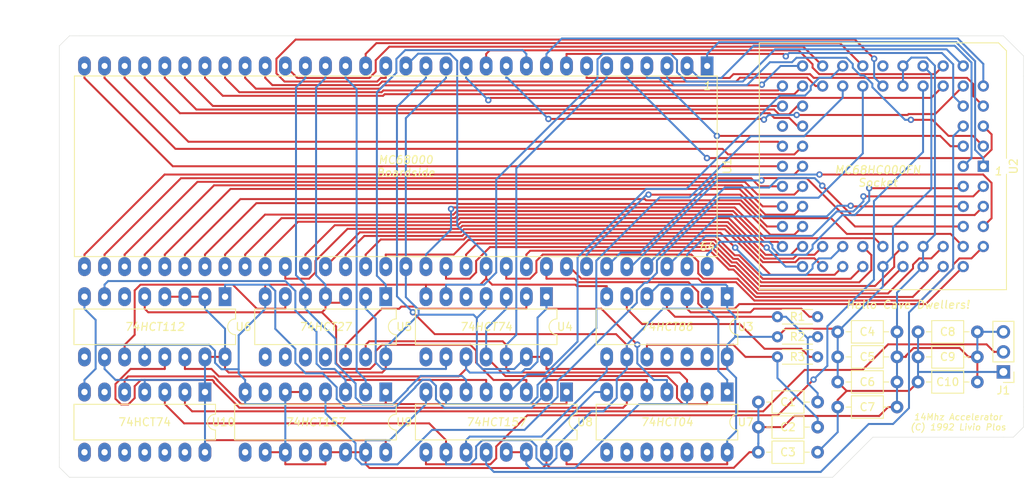
<source format=kicad_pcb>
(kicad_pcb (version 20171130) (host pcbnew "(5.1.2-1)-1")

  (general
    (thickness 1.6)
    (drawings 31)
    (tracks 1026)
    (zones 0)
    (modules 24)
    (nets 94)
  )

  (page A4)
  (layers
    (0 F.Cu signal)
    (31 B.Cu signal)
    (32 B.Adhes user)
    (33 F.Adhes user)
    (34 B.Paste user)
    (35 F.Paste user)
    (36 B.SilkS user)
    (37 F.SilkS user)
    (38 B.Mask user)
    (39 F.Mask user)
    (40 Dwgs.User user)
    (41 Cmts.User user)
    (42 Eco1.User user)
    (43 Eco2.User user)
    (44 Edge.Cuts user)
    (45 Margin user)
    (46 B.CrtYd user hide)
    (47 F.CrtYd user hide)
    (48 B.Fab user hide)
    (49 F.Fab user hide)
  )

  (setup
    (last_trace_width 0.25)
    (trace_clearance 0.2)
    (zone_clearance 0.508)
    (zone_45_only no)
    (trace_min 0.2)
    (via_size 0.8)
    (via_drill 0.4)
    (via_min_size 0.4)
    (via_min_drill 0.3)
    (uvia_size 0.3)
    (uvia_drill 0.1)
    (uvias_allowed no)
    (uvia_min_size 0.2)
    (uvia_min_drill 0.1)
    (edge_width 0.05)
    (segment_width 0.2)
    (pcb_text_width 0.3)
    (pcb_text_size 1.5 1.5)
    (mod_edge_width 0.12)
    (mod_text_size 1 1)
    (mod_text_width 0.15)
    (pad_size 1.524 1.524)
    (pad_drill 0.762)
    (pad_to_mask_clearance 0.051)
    (solder_mask_min_width 0.25)
    (aux_axis_origin 0 0)
    (visible_elements FFFFFF7F)
    (pcbplotparams
      (layerselection 0x010fc_ffffffff)
      (usegerberextensions false)
      (usegerberattributes false)
      (usegerberadvancedattributes false)
      (creategerberjobfile false)
      (excludeedgelayer true)
      (linewidth 0.100000)
      (plotframeref false)
      (viasonmask false)
      (mode 1)
      (useauxorigin false)
      (hpglpennumber 1)
      (hpglpenspeed 20)
      (hpglpendiameter 15.000000)
      (psnegative false)
      (psa4output false)
      (plotreference true)
      (plotvalue true)
      (plotinvisibletext false)
      (padsonsilk false)
      (subtractmaskfromsilk false)
      (outputformat 1)
      (mirror false)
      (drillshape 0)
      (scaleselection 1)
      (outputdirectory "gerbers/"))
  )

  (net 0 "")
  (net 1 /GND)
  (net 2 /VCC)
  (net 3 /CPU_D5)
  (net 4 /CPU_D6)
  (net 5 /CPU_D7)
  (net 6 /CPU_D8)
  (net 7 /CPU_D9)
  (net 8 /CPU_D10)
  (net 9 /CPU_D11)
  (net 10 /CPU_D12)
  (net 11 /CPU_D13)
  (net 12 /CPU_D14)
  (net 13 /CPU_D15)
  (net 14 /CPU_A23)
  (net 15 /CPU_A22)
  (net 16 /CPU_A21)
  (net 17 /CPU_A20)
  (net 18 /CPU_A19)
  (net 19 /CPU_A18)
  (net 20 /CPU_A17)
  (net 21 /CPU_A16)
  (net 22 /CPU_A15)
  (net 23 /CPU_A14)
  (net 24 /CPU_A13)
  (net 25 /CPU_A12)
  (net 26 /CPU_A11)
  (net 27 /CPU_A10)
  (net 28 /CPU_A9)
  (net 29 /CPU_A8)
  (net 30 /CPU_A7)
  (net 31 /CPU_A6)
  (net 32 /CPU_A5)
  (net 33 /CPU_A4)
  (net 34 /CPU_A3)
  (net 35 /CPU_A2)
  (net 36 /CPU_A1)
  (net 37 /CPU_FC0)
  (net 38 /CPU_FC1)
  (net 39 /CPU_FC2)
  (net 40 /CPU_IPL0)
  (net 41 /CPU_IPL1)
  (net 42 /CPU_IPL2)
  (net 43 /CPU_BERR)
  (net 44 /CPU_VPA)
  (net 45 /CPU_E)
  (net 46 /CPU_VMA)
  (net 47 /CPU_RESET)
  (net 48 /CPU_HALT)
  (net 49 /CPU_CLK)
  (net 50 /CPU_BR)
  (net 51 /CPU_BGACK)
  (net 52 /CPU_BG)
  (net 53 /CPU_DTACK)
  (net 54 /CPU_RW)
  (net 55 /CPU_LDS)
  (net 56 /CPU_UDS)
  (net 57 /CPU_AS)
  (net 58 /CPU_D0)
  (net 59 /CPU_D1)
  (net 60 /CPU_D2)
  (net 61 /CPU_D3)
  (net 62 /CPU_D4)
  (net 63 "Net-(R1-Pad2)")
  (net 64 "Net-(R3-Pad2)")
  (net 65 "Net-(U4-Pad5)")
  (net 66 "Net-(U4-Pad9)")
  (net 67 "Net-(U4-Pad2)")
  (net 68 "Net-(U4-Pad8)")
  (net 69 "Net-(U4-Pad1)")
  (net 70 "Net-(U5-Pad6)")
  (net 71 "Net-(U6-Pad9)")
  (net 72 "Net-(U6-Pad6)")
  (net 73 "/A500 14Mhz Accelerator Sheet 2/CDAC")
  (net 74 /CPU_CLK14)
  (net 75 "/A500 14Mhz Accelerator Sheet 2/_CLKIN")
  (net 76 /CPU_E14)
  (net 77 /CPU_DTACK14)
  (net 78 "/A500 14Mhz Accelerator Sheet 2/_E_OUT")
  (net 79 /CPU_VMA14)
  (net 80 "/A500 14Mhz Accelerator Sheet 2/SPD_SEL")
  (net 81 /CPU_VPA14)
  (net 82 /CPU_AS14)
  (net 83 "/A500 14Mhz Accelerator Sheet 2/SW_CLK14")
  (net 84 "/A500 14Mhz Accelerator Sheet 2/SW_E14")
  (net 85 "/A500 14Mhz Accelerator Sheet 2/SW_VMA")
  (net 86 "/A500 14Mhz Accelerator Sheet 2/SEL_SW")
  (net 87 "Net-(U9-Pad9)")
  (net 88 "Net-(U9-Pad12)")
  (net 89 "Net-(U9-Pad7)")
  (net 90 "Net-(U10-Pad6)")
  (net 91 "Net-(U2-Pad18)")
  (net 92 "Net-(U2-Pad31)")
  (net 93 "Net-(C1-Pad2)")

  (net_class Default "This is the default net class."
    (clearance 0.2)
    (trace_width 0.25)
    (via_dia 0.8)
    (via_drill 0.4)
    (uvia_dia 0.3)
    (uvia_drill 0.1)
    (add_net "/A500 14Mhz Accelerator Sheet 2/CDAC")
    (add_net "/A500 14Mhz Accelerator Sheet 2/SEL_SW")
    (add_net "/A500 14Mhz Accelerator Sheet 2/SPD_SEL")
    (add_net "/A500 14Mhz Accelerator Sheet 2/SW_CLK14")
    (add_net "/A500 14Mhz Accelerator Sheet 2/SW_E14")
    (add_net "/A500 14Mhz Accelerator Sheet 2/SW_VMA")
    (add_net "/A500 14Mhz Accelerator Sheet 2/_CLKIN")
    (add_net "/A500 14Mhz Accelerator Sheet 2/_E_OUT")
    (add_net /CPU_A1)
    (add_net /CPU_A10)
    (add_net /CPU_A11)
    (add_net /CPU_A12)
    (add_net /CPU_A13)
    (add_net /CPU_A14)
    (add_net /CPU_A15)
    (add_net /CPU_A16)
    (add_net /CPU_A17)
    (add_net /CPU_A18)
    (add_net /CPU_A19)
    (add_net /CPU_A2)
    (add_net /CPU_A20)
    (add_net /CPU_A21)
    (add_net /CPU_A22)
    (add_net /CPU_A23)
    (add_net /CPU_A3)
    (add_net /CPU_A4)
    (add_net /CPU_A5)
    (add_net /CPU_A6)
    (add_net /CPU_A7)
    (add_net /CPU_A8)
    (add_net /CPU_A9)
    (add_net /CPU_AS)
    (add_net /CPU_AS14)
    (add_net /CPU_BERR)
    (add_net /CPU_BG)
    (add_net /CPU_BGACK)
    (add_net /CPU_BR)
    (add_net /CPU_CLK)
    (add_net /CPU_CLK14)
    (add_net /CPU_D0)
    (add_net /CPU_D1)
    (add_net /CPU_D10)
    (add_net /CPU_D11)
    (add_net /CPU_D12)
    (add_net /CPU_D13)
    (add_net /CPU_D14)
    (add_net /CPU_D15)
    (add_net /CPU_D2)
    (add_net /CPU_D3)
    (add_net /CPU_D4)
    (add_net /CPU_D5)
    (add_net /CPU_D6)
    (add_net /CPU_D7)
    (add_net /CPU_D8)
    (add_net /CPU_D9)
    (add_net /CPU_DTACK)
    (add_net /CPU_DTACK14)
    (add_net /CPU_E)
    (add_net /CPU_E14)
    (add_net /CPU_FC0)
    (add_net /CPU_FC1)
    (add_net /CPU_FC2)
    (add_net /CPU_HALT)
    (add_net /CPU_IPL0)
    (add_net /CPU_IPL1)
    (add_net /CPU_IPL2)
    (add_net /CPU_LDS)
    (add_net /CPU_RESET)
    (add_net /CPU_RW)
    (add_net /CPU_UDS)
    (add_net /CPU_VMA)
    (add_net /CPU_VMA14)
    (add_net /CPU_VPA)
    (add_net /CPU_VPA14)
    (add_net /GND)
    (add_net /VCC)
    (add_net "Net-(C1-Pad2)")
    (add_net "Net-(R1-Pad2)")
    (add_net "Net-(R3-Pad2)")
    (add_net "Net-(U10-Pad6)")
    (add_net "Net-(U2-Pad18)")
    (add_net "Net-(U2-Pad31)")
    (add_net "Net-(U4-Pad1)")
    (add_net "Net-(U4-Pad2)")
    (add_net "Net-(U4-Pad5)")
    (add_net "Net-(U4-Pad8)")
    (add_net "Net-(U4-Pad9)")
    (add_net "Net-(U5-Pad6)")
    (add_net "Net-(U6-Pad6)")
    (add_net "Net-(U6-Pad9)")
    (add_net "Net-(U9-Pad12)")
    (add_net "Net-(U9-Pad7)")
    (add_net "Net-(U9-Pad9)")
  )

  (module Package_DIP:DIP-64_W25.4mm_SIL_Headers (layer F.Cu) (tedit 5CD4120C) (tstamp 5CE9C627)
    (at 127.635 102.87 270)
    (path /5CD84B2C)
    (fp_text reference U1 (at 0 -40.64 90) (layer F.SilkS)
      (effects (font (size 1 1) (thickness 0.15)))
    )
    (fp_text value "68000 Boardside" (at 0 43.18 90) (layer F.Fab)
      (effects (font (size 1 1) (thickness 0.15)))
    )
    (fp_text user 64 (at 10.16 -38.1) (layer F.SilkS)
      (effects (font (size 1 1) (thickness 0.15) italic))
    )
    (fp_text user 1 (at -10.16 -38.1) (layer F.SilkS)
      (effects (font (size 1 1) (thickness 0.15) italic))
    )
    (fp_line (start -13.97 41.91) (end -13.97 -39.37) (layer F.CrtYd) (width 0.12))
    (fp_line (start 13.97 41.91) (end -13.97 41.91) (layer F.CrtYd) (width 0.12))
    (fp_line (start 13.97 -39.37) (end 13.97 41.91) (layer F.CrtYd) (width 0.12))
    (fp_line (start -13.97 -39.37) (end 13.97 -39.37) (layer F.CrtYd) (width 0.12))
    (fp_line (start -11.43 41.91) (end -11.43 -39.37) (layer F.SilkS) (width 0.12))
    (fp_line (start 11.43 41.91) (end -11.43 41.91) (layer F.SilkS) (width 0.12))
    (fp_line (start 11.43 -39.37) (end 11.43 41.91) (layer F.SilkS) (width 0.12))
    (fp_line (start -11.43 -39.37) (end 11.43 -39.37) (layer F.SilkS) (width 0.12))
    (pad 64 thru_hole oval (at 12.7 -38.1 270) (size 2.4 1.6) (drill 0.762) (layers *.Cu *.Mask)
      (net 3 /CPU_D5))
    (pad 63 thru_hole oval (at 12.7 -35.56 270) (size 2.4 1.6) (drill 0.762) (layers *.Cu *.Mask)
      (net 4 /CPU_D6))
    (pad 62 thru_hole oval (at 12.7 -33.02 270) (size 2.4 1.6) (drill 0.762) (layers *.Cu *.Mask)
      (net 5 /CPU_D7))
    (pad 61 thru_hole oval (at 12.7 -30.48 270) (size 2.4 1.6) (drill 0.762) (layers *.Cu *.Mask)
      (net 6 /CPU_D8))
    (pad 60 thru_hole oval (at 12.7 -27.94 270) (size 2.4 1.6) (drill 0.762) (layers *.Cu *.Mask)
      (net 7 /CPU_D9))
    (pad 59 thru_hole oval (at 12.7 -25.4 270) (size 2.4 1.6) (drill 0.762) (layers *.Cu *.Mask)
      (net 8 /CPU_D10))
    (pad 58 thru_hole oval (at 12.7 -22.86 270) (size 2.4 1.6) (drill 0.762) (layers *.Cu *.Mask)
      (net 9 /CPU_D11))
    (pad 57 thru_hole oval (at 12.7 -20.32 270) (size 2.4 1.6) (drill 0.762) (layers *.Cu *.Mask)
      (net 10 /CPU_D12))
    (pad 56 thru_hole oval (at 12.7 -17.78 270) (size 2.4 1.6) (drill 0.762) (layers *.Cu *.Mask)
      (net 11 /CPU_D13))
    (pad 55 thru_hole oval (at 12.7 -15.24 270) (size 2.4 1.6) (drill 0.762) (layers *.Cu *.Mask)
      (net 12 /CPU_D14))
    (pad 54 thru_hole oval (at 12.7 -12.7 270) (size 2.4 1.6) (drill 0.762) (layers *.Cu *.Mask)
      (net 13 /CPU_D15))
    (pad 53 thru_hole oval (at 12.7 -10.16 270) (size 2.4 1.6) (drill 0.762) (layers *.Cu *.Mask)
      (net 1 /GND))
    (pad 52 thru_hole oval (at 12.7 -7.62 270) (size 2.4 1.6) (drill 0.762) (layers *.Cu *.Mask)
      (net 14 /CPU_A23))
    (pad 51 thru_hole oval (at 12.7 -5.08 270) (size 2.4 1.6) (drill 0.762) (layers *.Cu *.Mask)
      (net 15 /CPU_A22))
    (pad 50 thru_hole oval (at 12.7 -2.54 270) (size 2.4 1.6) (drill 0.762) (layers *.Cu *.Mask)
      (net 16 /CPU_A21))
    (pad 49 thru_hole oval (at 12.7 0 270) (size 2.4 1.6) (drill 0.762) (layers *.Cu *.Mask)
      (net 2 /VCC))
    (pad 48 thru_hole oval (at 12.7 2.54 270) (size 2.4 1.6) (drill 0.762) (layers *.Cu *.Mask)
      (net 17 /CPU_A20))
    (pad 47 thru_hole oval (at 12.7 5.08 270) (size 2.4 1.6) (drill 0.762) (layers *.Cu *.Mask)
      (net 18 /CPU_A19))
    (pad 46 thru_hole oval (at 12.7 7.62 270) (size 2.4 1.6) (drill 0.762) (layers *.Cu *.Mask)
      (net 19 /CPU_A18))
    (pad 45 thru_hole oval (at 12.7 10.16 270) (size 2.4 1.6) (drill 0.762) (layers *.Cu *.Mask)
      (net 20 /CPU_A17))
    (pad 44 thru_hole oval (at 12.7 12.7 270) (size 2.4 1.6) (drill 0.762) (layers *.Cu *.Mask)
      (net 21 /CPU_A16))
    (pad 43 thru_hole oval (at 12.7 15.24 270) (size 2.4 1.6) (drill 0.762) (layers *.Cu *.Mask)
      (net 22 /CPU_A15))
    (pad 42 thru_hole oval (at 12.7 17.78 270) (size 2.4 1.6) (drill 0.762) (layers *.Cu *.Mask)
      (net 23 /CPU_A14))
    (pad 41 thru_hole oval (at 12.7 20.32 270) (size 2.4 1.6) (drill 0.762) (layers *.Cu *.Mask)
      (net 24 /CPU_A13))
    (pad 40 thru_hole oval (at 12.7 22.86 270) (size 2.4 1.6) (drill 0.762) (layers *.Cu *.Mask)
      (net 25 /CPU_A12))
    (pad 39 thru_hole oval (at 12.7 25.4 270) (size 2.4 1.6) (drill 0.762) (layers *.Cu *.Mask)
      (net 26 /CPU_A11))
    (pad 38 thru_hole oval (at 12.7 27.94 270) (size 2.4 1.6) (drill 0.762) (layers *.Cu *.Mask)
      (net 27 /CPU_A10))
    (pad 37 thru_hole oval (at 12.7 30.48 270) (size 2.4 1.6) (drill 0.762) (layers *.Cu *.Mask)
      (net 28 /CPU_A9))
    (pad 36 thru_hole oval (at 12.7 33.02 270) (size 2.4 1.6) (drill 0.762) (layers *.Cu *.Mask)
      (net 29 /CPU_A8))
    (pad 35 thru_hole oval (at 12.7 35.56 270) (size 2.4 1.6) (drill 0.762) (layers *.Cu *.Mask)
      (net 30 /CPU_A7))
    (pad 34 thru_hole oval (at 12.7 38.1 270) (size 2.4 1.6) (drill 0.762) (layers *.Cu *.Mask)
      (net 31 /CPU_A6))
    (pad 33 thru_hole oval (at 12.7 40.64 270) (size 2.4 1.6) (drill 0.762) (layers *.Cu *.Mask)
      (net 32 /CPU_A5))
    (pad 32 thru_hole oval (at -12.7 40.64 270) (size 2.4 1.6) (drill 0.762) (layers *.Cu *.Mask)
      (net 33 /CPU_A4))
    (pad 31 thru_hole oval (at -12.7 38.1 270) (size 2.4 1.6) (drill 0.762) (layers *.Cu *.Mask)
      (net 34 /CPU_A3))
    (pad 30 thru_hole oval (at -12.7 35.56 270) (size 2.4 1.6) (drill 0.762) (layers *.Cu *.Mask)
      (net 35 /CPU_A2))
    (pad 29 thru_hole oval (at -12.7 33.02 270) (size 2.4 1.6) (drill 0.762) (layers *.Cu *.Mask)
      (net 36 /CPU_A1))
    (pad 28 thru_hole oval (at -12.7 30.48 270) (size 2.4 1.6) (drill 0.762) (layers *.Cu *.Mask)
      (net 37 /CPU_FC0))
    (pad 27 thru_hole oval (at -12.7 27.94 270) (size 2.4 1.6) (drill 0.762) (layers *.Cu *.Mask)
      (net 38 /CPU_FC1))
    (pad 26 thru_hole oval (at -12.7 25.4 270) (size 2.4 1.6) (drill 0.762) (layers *.Cu *.Mask)
      (net 39 /CPU_FC2))
    (pad 25 thru_hole oval (at -12.7 22.86 270) (size 2.4 1.6) (drill 0.762) (layers *.Cu *.Mask)
      (net 40 /CPU_IPL0))
    (pad 24 thru_hole oval (at -12.7 20.32 270) (size 2.4 1.6) (drill 0.762) (layers *.Cu *.Mask)
      (net 41 /CPU_IPL1))
    (pad 23 thru_hole oval (at -12.7 17.78 270) (size 2.4 1.6) (drill 0.762) (layers *.Cu *.Mask)
      (net 42 /CPU_IPL2))
    (pad 22 thru_hole oval (at -12.7 15.24 270) (size 2.4 1.6) (drill 0.762) (layers *.Cu *.Mask)
      (net 43 /CPU_BERR))
    (pad 21 thru_hole oval (at -12.7 12.7 270) (size 2.4 1.6) (drill 0.762) (layers *.Cu *.Mask)
      (net 44 /CPU_VPA))
    (pad 20 thru_hole oval (at -12.7 10.16 270) (size 2.4 1.6) (drill 0.762) (layers *.Cu *.Mask)
      (net 45 /CPU_E))
    (pad 19 thru_hole oval (at -12.7 7.62 270) (size 2.4 1.6) (drill 0.762) (layers *.Cu *.Mask)
      (net 46 /CPU_VMA))
    (pad 18 thru_hole oval (at -12.7 5.08 270) (size 2.4 1.6) (drill 0.762) (layers *.Cu *.Mask)
      (net 47 /CPU_RESET))
    (pad 17 thru_hole oval (at -12.7 2.54 270) (size 2.4 1.6) (drill 0.762) (layers *.Cu *.Mask)
      (net 48 /CPU_HALT))
    (pad 16 thru_hole oval (at -12.7 0 270) (size 2.4 1.6) (drill 0.762) (layers *.Cu *.Mask)
      (net 1 /GND))
    (pad 15 thru_hole oval (at -12.7 -2.54 270) (size 2.4 1.6) (drill 0.762) (layers *.Cu *.Mask)
      (net 49 /CPU_CLK))
    (pad 14 thru_hole oval (at -12.7 -5.08 270) (size 2.4 1.6) (drill 0.762) (layers *.Cu *.Mask)
      (net 2 /VCC))
    (pad 13 thru_hole oval (at -12.7 -7.62 270) (size 2.4 1.6) (drill 0.762) (layers *.Cu *.Mask)
      (net 50 /CPU_BR))
    (pad 12 thru_hole oval (at -12.7 -10.16 270) (size 2.4 1.6) (drill 0.762) (layers *.Cu *.Mask)
      (net 51 /CPU_BGACK))
    (pad 11 thru_hole oval (at -12.7 -12.7 270) (size 2.4 1.6) (drill 0.762) (layers *.Cu *.Mask)
      (net 52 /CPU_BG))
    (pad 10 thru_hole oval (at -12.7 -15.24 270) (size 2.4 1.6) (drill 0.762) (layers *.Cu *.Mask)
      (net 53 /CPU_DTACK))
    (pad 9 thru_hole oval (at -12.7 -17.78 270) (size 2.4 1.6) (drill 0.762) (layers *.Cu *.Mask)
      (net 54 /CPU_RW))
    (pad 8 thru_hole oval (at -12.7 -20.32 270) (size 2.4 1.6) (drill 0.762) (layers *.Cu *.Mask)
      (net 55 /CPU_LDS))
    (pad 7 thru_hole oval (at -12.7 -22.86 270) (size 2.4 1.6) (drill 0.762) (layers *.Cu *.Mask)
      (net 56 /CPU_UDS))
    (pad 6 thru_hole oval (at -12.7 -25.4 270) (size 2.4 1.6) (drill 0.762) (layers *.Cu *.Mask)
      (net 57 /CPU_AS))
    (pad 5 thru_hole oval (at -12.7 -27.94 270) (size 2.4 1.6) (drill 0.762) (layers *.Cu *.Mask)
      (net 58 /CPU_D0))
    (pad 4 thru_hole oval (at -12.7 -30.48 270) (size 2.4 1.6) (drill 0.762) (layers *.Cu *.Mask)
      (net 59 /CPU_D1))
    (pad 3 thru_hole oval (at -12.7 -33.02 270) (size 2.4 1.6) (drill 0.762) (layers *.Cu *.Mask)
      (net 60 /CPU_D2))
    (pad 2 thru_hole oval (at -12.7 -35.56 270) (size 2.4 1.6) (drill 0.762) (layers *.Cu *.Mask)
      (net 61 /CPU_D3))
    (pad 1 thru_hole rect (at -12.7 -38.1 270) (size 2.4 1.6) (drill 0.762) (layers *.Cu *.Mask)
      (net 62 /CPU_D4))
  )

  (module Capacitor_THT:C_Axial_L3.8mm_D2.6mm_P7.50mm_Horizontal (layer F.Cu) (tedit 5AE50EF0) (tstamp 5CF43646)
    (at 172.212 132.715)
    (descr "C, Axial series, Axial, Horizontal, pin pitch=7.5mm, , length*diameter=3.8*2.6mm^2, http://www.vishay.com/docs/45231/arseries.pdf")
    (tags "C Axial series Axial Horizontal pin pitch 7.5mm  length 3.8mm diameter 2.6mm")
    (path /5CF22E69/5CF7BBC3)
    (fp_text reference C1 (at 3.75 0) (layer F.SilkS)
      (effects (font (size 1 1) (thickness 0.15)))
    )
    (fp_text value 22pf (at 3.75 2.42) (layer F.Fab)
      (effects (font (size 1 1) (thickness 0.15)))
    )
    (fp_line (start 1.85 -1.3) (end 1.85 1.3) (layer F.Fab) (width 0.1))
    (fp_line (start 1.85 1.3) (end 5.65 1.3) (layer F.Fab) (width 0.1))
    (fp_line (start 5.65 1.3) (end 5.65 -1.3) (layer F.Fab) (width 0.1))
    (fp_line (start 5.65 -1.3) (end 1.85 -1.3) (layer F.Fab) (width 0.1))
    (fp_line (start 0 0) (end 1.85 0) (layer F.Fab) (width 0.1))
    (fp_line (start 7.5 0) (end 5.65 0) (layer F.Fab) (width 0.1))
    (fp_line (start 1.73 -1.42) (end 1.73 1.42) (layer F.SilkS) (width 0.12))
    (fp_line (start 1.73 1.42) (end 5.77 1.42) (layer F.SilkS) (width 0.12))
    (fp_line (start 5.77 1.42) (end 5.77 -1.42) (layer F.SilkS) (width 0.12))
    (fp_line (start 5.77 -1.42) (end 1.73 -1.42) (layer F.SilkS) (width 0.12))
    (fp_line (start 1.04 0) (end 1.73 0) (layer F.SilkS) (width 0.12))
    (fp_line (start 6.46 0) (end 5.77 0) (layer F.SilkS) (width 0.12))
    (fp_line (start -1.05 -1.55) (end -1.05 1.55) (layer F.CrtYd) (width 0.05))
    (fp_line (start -1.05 1.55) (end 8.55 1.55) (layer F.CrtYd) (width 0.05))
    (fp_line (start 8.55 1.55) (end 8.55 -1.55) (layer F.CrtYd) (width 0.05))
    (fp_line (start 8.55 -1.55) (end -1.05 -1.55) (layer F.CrtYd) (width 0.05))
    (fp_text user %R (at 3.75 0) (layer F.Fab)
      (effects (font (size 0.76 0.76) (thickness 0.114)))
    )
    (pad 1 thru_hole circle (at 0 0) (size 1.6 1.6) (drill 0.8) (layers *.Cu *.Mask)
      (net 1 /GND))
    (pad 2 thru_hole oval (at 7.5 0) (size 1.6 1.6) (drill 0.8) (layers *.Cu *.Mask)
      (net 93 "Net-(C1-Pad2)"))
    (model ${KISYS3DMOD}/Capacitor_THT.3dshapes/C_Axial_L3.8mm_D2.6mm_P7.50mm_Horizontal.wrl
      (at (xyz 0 0 0))
      (scale (xyz 1 1 1))
      (rotate (xyz 0 0 0))
    )
  )

  (module Capacitor_THT:C_Axial_L3.8mm_D2.6mm_P7.50mm_Horizontal (layer F.Cu) (tedit 5AE50EF0) (tstamp 5CF43688)
    (at 172.212 135.89)
    (descr "C, Axial series, Axial, Horizontal, pin pitch=7.5mm, , length*diameter=3.8*2.6mm^2, http://www.vishay.com/docs/45231/arseries.pdf")
    (tags "C Axial series Axial Horizontal pin pitch 7.5mm  length 3.8mm diameter 2.6mm")
    (path /5CF22E69/5CF7C3B2)
    (fp_text reference C2 (at 3.75 0) (layer F.SilkS)
      (effects (font (size 1 1) (thickness 0.15)))
    )
    (fp_text value 22pf (at 3.75 2.42) (layer F.Fab)
      (effects (font (size 1 1) (thickness 0.15)))
    )
    (fp_text user %R (at 3.75 0) (layer F.Fab)
      (effects (font (size 0.76 0.76) (thickness 0.114)))
    )
    (fp_line (start 8.55 -1.55) (end -1.05 -1.55) (layer F.CrtYd) (width 0.05))
    (fp_line (start 8.55 1.55) (end 8.55 -1.55) (layer F.CrtYd) (width 0.05))
    (fp_line (start -1.05 1.55) (end 8.55 1.55) (layer F.CrtYd) (width 0.05))
    (fp_line (start -1.05 -1.55) (end -1.05 1.55) (layer F.CrtYd) (width 0.05))
    (fp_line (start 6.46 0) (end 5.77 0) (layer F.SilkS) (width 0.12))
    (fp_line (start 1.04 0) (end 1.73 0) (layer F.SilkS) (width 0.12))
    (fp_line (start 5.77 -1.42) (end 1.73 -1.42) (layer F.SilkS) (width 0.12))
    (fp_line (start 5.77 1.42) (end 5.77 -1.42) (layer F.SilkS) (width 0.12))
    (fp_line (start 1.73 1.42) (end 5.77 1.42) (layer F.SilkS) (width 0.12))
    (fp_line (start 1.73 -1.42) (end 1.73 1.42) (layer F.SilkS) (width 0.12))
    (fp_line (start 7.5 0) (end 5.65 0) (layer F.Fab) (width 0.1))
    (fp_line (start 0 0) (end 1.85 0) (layer F.Fab) (width 0.1))
    (fp_line (start 5.65 -1.3) (end 1.85 -1.3) (layer F.Fab) (width 0.1))
    (fp_line (start 5.65 1.3) (end 5.65 -1.3) (layer F.Fab) (width 0.1))
    (fp_line (start 1.85 1.3) (end 5.65 1.3) (layer F.Fab) (width 0.1))
    (fp_line (start 1.85 -1.3) (end 1.85 1.3) (layer F.Fab) (width 0.1))
    (pad 2 thru_hole oval (at 7.5 0) (size 1.6 1.6) (drill 0.8) (layers *.Cu *.Mask)
      (net 73 "/A500 14Mhz Accelerator Sheet 2/CDAC"))
    (pad 1 thru_hole circle (at 0 0) (size 1.6 1.6) (drill 0.8) (layers *.Cu *.Mask)
      (net 1 /GND))
    (model ${KISYS3DMOD}/Capacitor_THT.3dshapes/C_Axial_L3.8mm_D2.6mm_P7.50mm_Horizontal.wrl
      (at (xyz 0 0 0))
      (scale (xyz 1 1 1))
      (rotate (xyz 0 0 0))
    )
  )

  (module Resistor_THT:R_Axial_DIN0204_L3.6mm_D1.6mm_P5.08mm_Horizontal (layer F.Cu) (tedit 5AE5139B) (tstamp 5CE9CB6D)
    (at 174.625 121.92)
    (descr "Resistor, Axial_DIN0204 series, Axial, Horizontal, pin pitch=5.08mm, 0.167W, length*diameter=3.6*1.6mm^2, http://cdn-reichelt.de/documents/datenblatt/B400/1_4W%23YAG.pdf")
    (tags "Resistor Axial_DIN0204 series Axial Horizontal pin pitch 5.08mm 0.167W length 3.6mm diameter 1.6mm")
    (path /5CF22E69/5CF79B9A)
    (fp_text reference R1 (at 2.54 0) (layer F.SilkS)
      (effects (font (size 1 1) (thickness 0.15)))
    )
    (fp_text value 560 (at 2.54 1.92) (layer F.Fab)
      (effects (font (size 1 1) (thickness 0.15)))
    )
    (fp_line (start 0.74 -0.8) (end 0.74 0.8) (layer F.Fab) (width 0.1))
    (fp_line (start 0.74 0.8) (end 4.34 0.8) (layer F.Fab) (width 0.1))
    (fp_line (start 4.34 0.8) (end 4.34 -0.8) (layer F.Fab) (width 0.1))
    (fp_line (start 4.34 -0.8) (end 0.74 -0.8) (layer F.Fab) (width 0.1))
    (fp_line (start 0 0) (end 0.74 0) (layer F.Fab) (width 0.1))
    (fp_line (start 5.08 0) (end 4.34 0) (layer F.Fab) (width 0.1))
    (fp_line (start 0.62 -0.92) (end 4.46 -0.92) (layer F.SilkS) (width 0.12))
    (fp_line (start 0.62 0.92) (end 4.46 0.92) (layer F.SilkS) (width 0.12))
    (fp_line (start -0.95 -1.05) (end -0.95 1.05) (layer F.CrtYd) (width 0.05))
    (fp_line (start -0.95 1.05) (end 6.03 1.05) (layer F.CrtYd) (width 0.05))
    (fp_line (start 6.03 1.05) (end 6.03 -1.05) (layer F.CrtYd) (width 0.05))
    (fp_line (start 6.03 -1.05) (end -0.95 -1.05) (layer F.CrtYd) (width 0.05))
    (fp_text user %R (at 2.54 0) (layer F.Fab)
      (effects (font (size 0.72 0.72) (thickness 0.108)))
    )
    (pad 1 thru_hole circle (at 0 0) (size 1.4 1.4) (drill 0.7) (layers *.Cu *.Mask)
      (net 93 "Net-(C1-Pad2)"))
    (pad 2 thru_hole oval (at 5.08 0) (size 1.4 1.4) (drill 0.7) (layers *.Cu *.Mask)
      (net 63 "Net-(R1-Pad2)"))
    (model ${KISYS3DMOD}/Resistor_THT.3dshapes/R_Axial_DIN0204_L3.6mm_D1.6mm_P5.08mm_Horizontal.wrl
      (at (xyz 0 0 0))
      (scale (xyz 1 1 1))
      (rotate (xyz 0 0 0))
    )
  )

  (module Resistor_THT:R_Axial_DIN0204_L3.6mm_D1.6mm_P5.08mm_Horizontal (layer F.Cu) (tedit 5AE5139B) (tstamp 5CE9CB80)
    (at 174.625 124.46)
    (descr "Resistor, Axial_DIN0204 series, Axial, Horizontal, pin pitch=5.08mm, 0.167W, length*diameter=3.6*1.6mm^2, http://cdn-reichelt.de/documents/datenblatt/B400/1_4W%23YAG.pdf")
    (tags "Resistor Axial_DIN0204 series Axial Horizontal pin pitch 5.08mm 0.167W length 3.6mm diameter 1.6mm")
    (path /5CF22E69/5CF7A40C)
    (fp_text reference R2 (at 2.54 0) (layer F.SilkS)
      (effects (font (size 1 1) (thickness 0.15)))
    )
    (fp_text value 10k (at 2.54 1.92) (layer F.Fab)
      (effects (font (size 1 1) (thickness 0.15)))
    )
    (fp_text user %R (at 2.54 0) (layer F.Fab)
      (effects (font (size 0.72 0.72) (thickness 0.108)))
    )
    (fp_line (start 6.03 -1.05) (end -0.95 -1.05) (layer F.CrtYd) (width 0.05))
    (fp_line (start 6.03 1.05) (end 6.03 -1.05) (layer F.CrtYd) (width 0.05))
    (fp_line (start -0.95 1.05) (end 6.03 1.05) (layer F.CrtYd) (width 0.05))
    (fp_line (start -0.95 -1.05) (end -0.95 1.05) (layer F.CrtYd) (width 0.05))
    (fp_line (start 0.62 0.92) (end 4.46 0.92) (layer F.SilkS) (width 0.12))
    (fp_line (start 0.62 -0.92) (end 4.46 -0.92) (layer F.SilkS) (width 0.12))
    (fp_line (start 5.08 0) (end 4.34 0) (layer F.Fab) (width 0.1))
    (fp_line (start 0 0) (end 0.74 0) (layer F.Fab) (width 0.1))
    (fp_line (start 4.34 -0.8) (end 0.74 -0.8) (layer F.Fab) (width 0.1))
    (fp_line (start 4.34 0.8) (end 4.34 -0.8) (layer F.Fab) (width 0.1))
    (fp_line (start 0.74 0.8) (end 4.34 0.8) (layer F.Fab) (width 0.1))
    (fp_line (start 0.74 -0.8) (end 0.74 0.8) (layer F.Fab) (width 0.1))
    (pad 2 thru_hole oval (at 5.08 0) (size 1.4 1.4) (drill 0.7) (layers *.Cu *.Mask)
      (net 93 "Net-(C1-Pad2)"))
    (pad 1 thru_hole circle (at 0 0) (size 1.4 1.4) (drill 0.7) (layers *.Cu *.Mask)
      (net 2 /VCC))
    (model ${KISYS3DMOD}/Resistor_THT.3dshapes/R_Axial_DIN0204_L3.6mm_D1.6mm_P5.08mm_Horizontal.wrl
      (at (xyz 0 0 0))
      (scale (xyz 1 1 1))
      (rotate (xyz 0 0 0))
    )
  )

  (module Resistor_THT:R_Axial_DIN0204_L3.6mm_D1.6mm_P5.08mm_Horizontal (layer F.Cu) (tedit 5AE5139B) (tstamp 5CE9CB93)
    (at 174.625 127)
    (descr "Resistor, Axial_DIN0204 series, Axial, Horizontal, pin pitch=5.08mm, 0.167W, length*diameter=3.6*1.6mm^2, http://cdn-reichelt.de/documents/datenblatt/B400/1_4W%23YAG.pdf")
    (tags "Resistor Axial_DIN0204 series Axial Horizontal pin pitch 5.08mm 0.167W length 3.6mm diameter 1.6mm")
    (path /5CF22E69/5CF7AD75)
    (fp_text reference R3 (at 2.54 0) (layer F.SilkS)
      (effects (font (size 1 1) (thickness 0.15)))
    )
    (fp_text value 560 (at 2.54 1.92) (layer F.Fab)
      (effects (font (size 1 1) (thickness 0.15)))
    )
    (fp_line (start 0.74 -0.8) (end 0.74 0.8) (layer F.Fab) (width 0.1))
    (fp_line (start 0.74 0.8) (end 4.34 0.8) (layer F.Fab) (width 0.1))
    (fp_line (start 4.34 0.8) (end 4.34 -0.8) (layer F.Fab) (width 0.1))
    (fp_line (start 4.34 -0.8) (end 0.74 -0.8) (layer F.Fab) (width 0.1))
    (fp_line (start 0 0) (end 0.74 0) (layer F.Fab) (width 0.1))
    (fp_line (start 5.08 0) (end 4.34 0) (layer F.Fab) (width 0.1))
    (fp_line (start 0.62 -0.92) (end 4.46 -0.92) (layer F.SilkS) (width 0.12))
    (fp_line (start 0.62 0.92) (end 4.46 0.92) (layer F.SilkS) (width 0.12))
    (fp_line (start -0.95 -1.05) (end -0.95 1.05) (layer F.CrtYd) (width 0.05))
    (fp_line (start -0.95 1.05) (end 6.03 1.05) (layer F.CrtYd) (width 0.05))
    (fp_line (start 6.03 1.05) (end 6.03 -1.05) (layer F.CrtYd) (width 0.05))
    (fp_line (start 6.03 -1.05) (end -0.95 -1.05) (layer F.CrtYd) (width 0.05))
    (fp_text user %R (at 2.54 0) (layer F.Fab)
      (effects (font (size 0.72 0.72) (thickness 0.108)))
    )
    (pad 1 thru_hole circle (at 0 0) (size 1.4 1.4) (drill 0.7) (layers *.Cu *.Mask)
      (net 73 "/A500 14Mhz Accelerator Sheet 2/CDAC"))
    (pad 2 thru_hole oval (at 5.08 0) (size 1.4 1.4) (drill 0.7) (layers *.Cu *.Mask)
      (net 64 "Net-(R3-Pad2)"))
    (model ${KISYS3DMOD}/Resistor_THT.3dshapes/R_Axial_DIN0204_L3.6mm_D1.6mm_P5.08mm_Horizontal.wrl
      (at (xyz 0 0 0))
      (scale (xyz 1 1 1))
      (rotate (xyz 0 0 0))
    )
  )

  (module Package_DIP:DIP-14_W7.62mm_LongPads (layer F.Cu) (tedit 5A02E8C5) (tstamp 5CE9CBB5)
    (at 168.275 119.38 270)
    (descr "14-lead though-hole mounted DIP package, row spacing 7.62 mm (300 mils), LongPads")
    (tags "THT DIP DIL PDIP 2.54mm 7.62mm 300mil LongPads")
    (path /5CF22E69/5CF3C857)
    (fp_text reference U3 (at 3.81 -2.33) (layer F.SilkS)
      (effects (font (size 1 1) (thickness 0.15)))
    )
    (fp_text value 74HC86 (at 3.81 17.57 90) (layer F.Fab)
      (effects (font (size 1 1) (thickness 0.15)))
    )
    (fp_arc (start 3.81 -1.33) (end 2.81 -1.33) (angle -180) (layer F.SilkS) (width 0.12))
    (fp_line (start 1.635 -1.27) (end 6.985 -1.27) (layer F.Fab) (width 0.1))
    (fp_line (start 6.985 -1.27) (end 6.985 16.51) (layer F.Fab) (width 0.1))
    (fp_line (start 6.985 16.51) (end 0.635 16.51) (layer F.Fab) (width 0.1))
    (fp_line (start 0.635 16.51) (end 0.635 -0.27) (layer F.Fab) (width 0.1))
    (fp_line (start 0.635 -0.27) (end 1.635 -1.27) (layer F.Fab) (width 0.1))
    (fp_line (start 2.81 -1.33) (end 1.56 -1.33) (layer F.SilkS) (width 0.12))
    (fp_line (start 1.56 -1.33) (end 1.56 16.57) (layer F.SilkS) (width 0.12))
    (fp_line (start 1.56 16.57) (end 6.06 16.57) (layer F.SilkS) (width 0.12))
    (fp_line (start 6.06 16.57) (end 6.06 -1.33) (layer F.SilkS) (width 0.12))
    (fp_line (start 6.06 -1.33) (end 4.81 -1.33) (layer F.SilkS) (width 0.12))
    (fp_line (start -1.45 -1.55) (end -1.45 16.8) (layer F.CrtYd) (width 0.05))
    (fp_line (start -1.45 16.8) (end 9.1 16.8) (layer F.CrtYd) (width 0.05))
    (fp_line (start 9.1 16.8) (end 9.1 -1.55) (layer F.CrtYd) (width 0.05))
    (fp_line (start 9.1 -1.55) (end -1.45 -1.55) (layer F.CrtYd) (width 0.05))
    (fp_text user %R (at 3.81 7.62 90) (layer F.Fab)
      (effects (font (size 1 1) (thickness 0.15)))
    )
    (pad 1 thru_hole rect (at 0 0 270) (size 2.4 1.6) (drill 0.8) (layers *.Cu *.Mask)
      (net 2 /VCC))
    (pad 8 thru_hole oval (at 7.62 15.24 270) (size 2.4 1.6) (drill 0.8) (layers *.Cu *.Mask)
      (net 83 "/A500 14Mhz Accelerator Sheet 2/SW_CLK14"))
    (pad 2 thru_hole oval (at 0 2.54 270) (size 2.4 1.6) (drill 0.8) (layers *.Cu *.Mask)
      (net 49 /CPU_CLK))
    (pad 9 thru_hole oval (at 7.62 12.7 270) (size 2.4 1.6) (drill 0.8) (layers *.Cu *.Mask)
      (net 49 /CPU_CLK))
    (pad 3 thru_hole oval (at 0 5.08 270) (size 2.4 1.6) (drill 0.8) (layers *.Cu *.Mask)
      (net 63 "Net-(R1-Pad2)"))
    (pad 10 thru_hole oval (at 7.62 10.16 270) (size 2.4 1.6) (drill 0.8) (layers *.Cu *.Mask)
      (net 73 "/A500 14Mhz Accelerator Sheet 2/CDAC"))
    (pad 4 thru_hole oval (at 0 7.62 270) (size 2.4 1.6) (drill 0.8) (layers *.Cu *.Mask)
      (net 93 "Net-(C1-Pad2)"))
    (pad 11 thru_hole oval (at 7.62 7.62 270) (size 2.4 1.6) (drill 0.8) (layers *.Cu *.Mask))
    (pad 5 thru_hole oval (at 0 10.16 270) (size 2.4 1.6) (drill 0.8) (layers *.Cu *.Mask)
      (net 2 /VCC))
    (pad 12 thru_hole oval (at 7.62 5.08 270) (size 2.4 1.6) (drill 0.8) (layers *.Cu *.Mask))
    (pad 6 thru_hole oval (at 0 12.7 270) (size 2.4 1.6) (drill 0.8) (layers *.Cu *.Mask)
      (net 64 "Net-(R3-Pad2)"))
    (pad 13 thru_hole oval (at 7.62 2.54 270) (size 2.4 1.6) (drill 0.8) (layers *.Cu *.Mask))
    (pad 7 thru_hole oval (at 0 15.24 270) (size 2.4 1.6) (drill 0.8) (layers *.Cu *.Mask)
      (net 1 /GND))
    (pad 14 thru_hole oval (at 7.62 0 270) (size 2.4 1.6) (drill 0.8) (layers *.Cu *.Mask)
      (net 2 /VCC))
    (model ${KISYS3DMOD}/Package_DIP.3dshapes/DIP-14_W7.62mm.wrl
      (at (xyz 0 0 0))
      (scale (xyz 1 1 1))
      (rotate (xyz 0 0 0))
    )
  )

  (module Package_DIP:DIP-14_W7.62mm_LongPads (layer F.Cu) (tedit 5A02E8C5) (tstamp 5CE9CBD7)
    (at 145.415 119.38 270)
    (descr "14-lead though-hole mounted DIP package, row spacing 7.62 mm (300 mils), LongPads")
    (tags "THT DIP DIL PDIP 2.54mm 7.62mm 300mil LongPads")
    (path /5CF22E69/5CF3C869)
    (fp_text reference U4 (at 3.81 -2.33) (layer F.SilkS)
      (effects (font (size 1 1) (thickness 0.15)))
    )
    (fp_text value 74HC74 (at 3.81 17.57 90) (layer F.Fab)
      (effects (font (size 1 1) (thickness 0.15)))
    )
    (fp_text user %R (at 3.81 7.62 90) (layer F.Fab)
      (effects (font (size 1 1) (thickness 0.15)))
    )
    (fp_line (start 9.1 -1.55) (end -1.45 -1.55) (layer F.CrtYd) (width 0.05))
    (fp_line (start 9.1 16.8) (end 9.1 -1.55) (layer F.CrtYd) (width 0.05))
    (fp_line (start -1.45 16.8) (end 9.1 16.8) (layer F.CrtYd) (width 0.05))
    (fp_line (start -1.45 -1.55) (end -1.45 16.8) (layer F.CrtYd) (width 0.05))
    (fp_line (start 6.06 -1.33) (end 4.81 -1.33) (layer F.SilkS) (width 0.12))
    (fp_line (start 6.06 16.57) (end 6.06 -1.33) (layer F.SilkS) (width 0.12))
    (fp_line (start 1.56 16.57) (end 6.06 16.57) (layer F.SilkS) (width 0.12))
    (fp_line (start 1.56 -1.33) (end 1.56 16.57) (layer F.SilkS) (width 0.12))
    (fp_line (start 2.81 -1.33) (end 1.56 -1.33) (layer F.SilkS) (width 0.12))
    (fp_line (start 0.635 -0.27) (end 1.635 -1.27) (layer F.Fab) (width 0.1))
    (fp_line (start 0.635 16.51) (end 0.635 -0.27) (layer F.Fab) (width 0.1))
    (fp_line (start 6.985 16.51) (end 0.635 16.51) (layer F.Fab) (width 0.1))
    (fp_line (start 6.985 -1.27) (end 6.985 16.51) (layer F.Fab) (width 0.1))
    (fp_line (start 1.635 -1.27) (end 6.985 -1.27) (layer F.Fab) (width 0.1))
    (fp_arc (start 3.81 -1.33) (end 2.81 -1.33) (angle -180) (layer F.SilkS) (width 0.12))
    (pad 14 thru_hole oval (at 7.62 0 270) (size 2.4 1.6) (drill 0.8) (layers *.Cu *.Mask)
      (net 2 /VCC))
    (pad 7 thru_hole oval (at 0 15.24 270) (size 2.4 1.6) (drill 0.8) (layers *.Cu *.Mask)
      (net 1 /GND))
    (pad 13 thru_hole oval (at 7.62 2.54 270) (size 2.4 1.6) (drill 0.8) (layers *.Cu *.Mask)
      (net 2 /VCC))
    (pad 6 thru_hole oval (at 0 12.7 270) (size 2.4 1.6) (drill 0.8) (layers *.Cu *.Mask)
      (net 77 /CPU_DTACK14))
    (pad 12 thru_hole oval (at 7.62 5.08 270) (size 2.4 1.6) (drill 0.8) (layers *.Cu *.Mask)
      (net 57 /CPU_AS))
    (pad 5 thru_hole oval (at 0 10.16 270) (size 2.4 1.6) (drill 0.8) (layers *.Cu *.Mask)
      (net 65 "Net-(U4-Pad5)"))
    (pad 11 thru_hole oval (at 7.62 7.62 270) (size 2.4 1.6) (drill 0.8) (layers *.Cu *.Mask)
      (net 75 "/A500 14Mhz Accelerator Sheet 2/_CLKIN"))
    (pad 4 thru_hole oval (at 0 7.62 270) (size 2.4 1.6) (drill 0.8) (layers *.Cu *.Mask)
      (net 2 /VCC))
    (pad 10 thru_hole oval (at 7.62 10.16 270) (size 2.4 1.6) (drill 0.8) (layers *.Cu *.Mask)
      (net 69 "Net-(U4-Pad1)"))
    (pad 3 thru_hole oval (at 0 5.08 270) (size 2.4 1.6) (drill 0.8) (layers *.Cu *.Mask)
      (net 75 "/A500 14Mhz Accelerator Sheet 2/_CLKIN"))
    (pad 9 thru_hole oval (at 7.62 12.7 270) (size 2.4 1.6) (drill 0.8) (layers *.Cu *.Mask)
      (net 66 "Net-(U4-Pad9)"))
    (pad 2 thru_hole oval (at 0 2.54 270) (size 2.4 1.6) (drill 0.8) (layers *.Cu *.Mask)
      (net 67 "Net-(U4-Pad2)"))
    (pad 8 thru_hole oval (at 7.62 15.24 270) (size 2.4 1.6) (drill 0.8) (layers *.Cu *.Mask)
      (net 68 "Net-(U4-Pad8)"))
    (pad 1 thru_hole rect (at 0 0 270) (size 2.4 1.6) (drill 0.8) (layers *.Cu *.Mask)
      (net 69 "Net-(U4-Pad1)"))
    (model ${KISYS3DMOD}/Package_DIP.3dshapes/DIP-14_W7.62mm.wrl
      (at (xyz 0 0 0))
      (scale (xyz 1 1 1))
      (rotate (xyz 0 0 0))
    )
  )

  (module Package_DIP:DIP-14_W7.62mm_LongPads (layer F.Cu) (tedit 5A02E8C5) (tstamp 5CE9CBF9)
    (at 125.095 119.38 270)
    (descr "14-lead though-hole mounted DIP package, row spacing 7.62 mm (300 mils), LongPads")
    (tags "THT DIP DIL PDIP 2.54mm 7.62mm 300mil LongPads")
    (path /5CF22E69/5CF3C875)
    (fp_text reference U5 (at 3.81 -2.33) (layer F.SilkS)
      (effects (font (size 1 1) (thickness 0.15)))
    )
    (fp_text value 74LS27 (at 3.81 17.57 90) (layer F.Fab)
      (effects (font (size 1 1) (thickness 0.15)))
    )
    (fp_arc (start 3.81 -1.33) (end 2.81 -1.33) (angle -180) (layer F.SilkS) (width 0.12))
    (fp_line (start 1.635 -1.27) (end 6.985 -1.27) (layer F.Fab) (width 0.1))
    (fp_line (start 6.985 -1.27) (end 6.985 16.51) (layer F.Fab) (width 0.1))
    (fp_line (start 6.985 16.51) (end 0.635 16.51) (layer F.Fab) (width 0.1))
    (fp_line (start 0.635 16.51) (end 0.635 -0.27) (layer F.Fab) (width 0.1))
    (fp_line (start 0.635 -0.27) (end 1.635 -1.27) (layer F.Fab) (width 0.1))
    (fp_line (start 2.81 -1.33) (end 1.56 -1.33) (layer F.SilkS) (width 0.12))
    (fp_line (start 1.56 -1.33) (end 1.56 16.57) (layer F.SilkS) (width 0.12))
    (fp_line (start 1.56 16.57) (end 6.06 16.57) (layer F.SilkS) (width 0.12))
    (fp_line (start 6.06 16.57) (end 6.06 -1.33) (layer F.SilkS) (width 0.12))
    (fp_line (start 6.06 -1.33) (end 4.81 -1.33) (layer F.SilkS) (width 0.12))
    (fp_line (start -1.45 -1.55) (end -1.45 16.8) (layer F.CrtYd) (width 0.05))
    (fp_line (start -1.45 16.8) (end 9.1 16.8) (layer F.CrtYd) (width 0.05))
    (fp_line (start 9.1 16.8) (end 9.1 -1.55) (layer F.CrtYd) (width 0.05))
    (fp_line (start 9.1 -1.55) (end -1.45 -1.55) (layer F.CrtYd) (width 0.05))
    (fp_text user %R (at 3.81 7.62 90) (layer F.Fab)
      (effects (font (size 1 1) (thickness 0.15)))
    )
    (pad 1 thru_hole rect (at 0 0 270) (size 2.4 1.6) (drill 0.8) (layers *.Cu *.Mask)
      (net 53 /CPU_DTACK))
    (pad 8 thru_hole oval (at 7.62 15.24 270) (size 2.4 1.6) (drill 0.8) (layers *.Cu *.Mask))
    (pad 2 thru_hole oval (at 0 2.54 270) (size 2.4 1.6) (drill 0.8) (layers *.Cu *.Mask)
      (net 66 "Net-(U4-Pad9)"))
    (pad 9 thru_hole oval (at 7.62 12.7 270) (size 2.4 1.6) (drill 0.8) (layers *.Cu *.Mask))
    (pad 3 thru_hole oval (at 0 5.08 270) (size 2.4 1.6) (drill 0.8) (layers *.Cu *.Mask)
      (net 45 /CPU_E))
    (pad 10 thru_hole oval (at 7.62 10.16 270) (size 2.4 1.6) (drill 0.8) (layers *.Cu *.Mask))
    (pad 4 thru_hole oval (at 0 7.62 270) (size 2.4 1.6) (drill 0.8) (layers *.Cu *.Mask)
      (net 45 /CPU_E))
    (pad 11 thru_hole oval (at 7.62 7.62 270) (size 2.4 1.6) (drill 0.8) (layers *.Cu *.Mask))
    (pad 5 thru_hole oval (at 0 10.16 270) (size 2.4 1.6) (drill 0.8) (layers *.Cu *.Mask)
      (net 44 /CPU_VPA))
    (pad 12 thru_hole oval (at 7.62 5.08 270) (size 2.4 1.6) (drill 0.8) (layers *.Cu *.Mask)
      (net 67 "Net-(U4-Pad2)"))
    (pad 6 thru_hole oval (at 0 12.7 270) (size 2.4 1.6) (drill 0.8) (layers *.Cu *.Mask)
      (net 70 "Net-(U5-Pad6)"))
    (pad 13 thru_hole oval (at 7.62 2.54 270) (size 2.4 1.6) (drill 0.8) (layers *.Cu *.Mask)
      (net 57 /CPU_AS))
    (pad 7 thru_hole oval (at 0 15.24 270) (size 2.4 1.6) (drill 0.8) (layers *.Cu *.Mask)
      (net 1 /GND))
    (pad 14 thru_hole oval (at 7.62 0 270) (size 2.4 1.6) (drill 0.8) (layers *.Cu *.Mask)
      (net 2 /VCC))
    (model ${KISYS3DMOD}/Package_DIP.3dshapes/DIP-14_W7.62mm.wrl
      (at (xyz 0 0 0))
      (scale (xyz 1 1 1))
      (rotate (xyz 0 0 0))
    )
  )

  (module Package_DIP:DIP-16_W7.62mm_LongPads (layer F.Cu) (tedit 5A02E8C5) (tstamp 5CE9CC1D)
    (at 104.775 119.38 270)
    (descr "16-lead though-hole mounted DIP package, row spacing 7.62 mm (300 mils), LongPads")
    (tags "THT DIP DIL PDIP 2.54mm 7.62mm 300mil LongPads")
    (path /5CF22E69/5CF4AFFF)
    (fp_text reference U6 (at 3.81 -2.33) (layer F.SilkS)
      (effects (font (size 1 1) (thickness 0.15)))
    )
    (fp_text value 74LS112 (at 3.81 20.11 90) (layer F.Fab)
      (effects (font (size 1 1) (thickness 0.15)))
    )
    (fp_arc (start 3.81 -1.33) (end 2.81 -1.33) (angle -180) (layer F.SilkS) (width 0.12))
    (fp_line (start 1.635 -1.27) (end 6.985 -1.27) (layer F.Fab) (width 0.1))
    (fp_line (start 6.985 -1.27) (end 6.985 19.05) (layer F.Fab) (width 0.1))
    (fp_line (start 6.985 19.05) (end 0.635 19.05) (layer F.Fab) (width 0.1))
    (fp_line (start 0.635 19.05) (end 0.635 -0.27) (layer F.Fab) (width 0.1))
    (fp_line (start 0.635 -0.27) (end 1.635 -1.27) (layer F.Fab) (width 0.1))
    (fp_line (start 2.81 -1.33) (end 1.56 -1.33) (layer F.SilkS) (width 0.12))
    (fp_line (start 1.56 -1.33) (end 1.56 19.11) (layer F.SilkS) (width 0.12))
    (fp_line (start 1.56 19.11) (end 6.06 19.11) (layer F.SilkS) (width 0.12))
    (fp_line (start 6.06 19.11) (end 6.06 -1.33) (layer F.SilkS) (width 0.12))
    (fp_line (start 6.06 -1.33) (end 4.81 -1.33) (layer F.SilkS) (width 0.12))
    (fp_line (start -1.45 -1.55) (end -1.45 19.3) (layer F.CrtYd) (width 0.05))
    (fp_line (start -1.45 19.3) (end 9.1 19.3) (layer F.CrtYd) (width 0.05))
    (fp_line (start 9.1 19.3) (end 9.1 -1.55) (layer F.CrtYd) (width 0.05))
    (fp_line (start 9.1 -1.55) (end -1.45 -1.55) (layer F.CrtYd) (width 0.05))
    (fp_text user %R (at 3.81 8.89 90) (layer F.Fab)
      (effects (font (size 1 1) (thickness 0.15)))
    )
    (pad 1 thru_hole rect (at 0 0 270) (size 2.4 1.6) (drill 0.8) (layers *.Cu *.Mask)
      (net 84 "/A500 14Mhz Accelerator Sheet 2/SW_E14"))
    (pad 9 thru_hole oval (at 7.62 17.78 270) (size 2.4 1.6) (drill 0.8) (layers *.Cu *.Mask)
      (net 71 "Net-(U6-Pad9)"))
    (pad 2 thru_hole oval (at 0 2.54 270) (size 2.4 1.6) (drill 0.8) (layers *.Cu *.Mask)
      (net 2 /VCC))
    (pad 10 thru_hole oval (at 7.62 15.24 270) (size 2.4 1.6) (drill 0.8) (layers *.Cu *.Mask)
      (net 2 /VCC))
    (pad 3 thru_hole oval (at 0 5.08 270) (size 2.4 1.6) (drill 0.8) (layers *.Cu *.Mask)
      (net 2 /VCC))
    (pad 11 thru_hole oval (at 7.62 12.7 270) (size 2.4 1.6) (drill 0.8) (layers *.Cu *.Mask)
      (net 70 "Net-(U5-Pad6)"))
    (pad 4 thru_hole oval (at 0 7.62 270) (size 2.4 1.6) (drill 0.8) (layers *.Cu *.Mask)
      (net 2 /VCC))
    (pad 12 thru_hole oval (at 7.62 10.16 270) (size 2.4 1.6) (drill 0.8) (layers *.Cu *.Mask)
      (net 1 /GND))
    (pad 5 thru_hole oval (at 0 10.16 270) (size 2.4 1.6) (drill 0.8) (layers *.Cu *.Mask)
      (net 45 /CPU_E))
    (pad 13 thru_hole oval (at 7.62 7.62 270) (size 2.4 1.6) (drill 0.8) (layers *.Cu *.Mask)
      (net 78 "/A500 14Mhz Accelerator Sheet 2/_E_OUT"))
    (pad 6 thru_hole oval (at 0 12.7 270) (size 2.4 1.6) (drill 0.8) (layers *.Cu *.Mask)
      (net 72 "Net-(U6-Pad6)"))
    (pad 14 thru_hole oval (at 7.62 5.08 270) (size 2.4 1.6) (drill 0.8) (layers *.Cu *.Mask)
      (net 69 "Net-(U4-Pad1)"))
    (pad 7 thru_hole oval (at 0 15.24 270) (size 2.4 1.6) (drill 0.8) (layers *.Cu *.Mask)
      (net 85 "/A500 14Mhz Accelerator Sheet 2/SW_VMA"))
    (pad 15 thru_hole oval (at 7.62 2.54 270) (size 2.4 1.6) (drill 0.8) (layers *.Cu *.Mask)
      (net 2 /VCC))
    (pad 8 thru_hole oval (at 0 17.78 270) (size 2.4 1.6) (drill 0.8) (layers *.Cu *.Mask)
      (net 1 /GND))
    (pad 16 thru_hole oval (at 7.62 0 270) (size 2.4 1.6) (drill 0.8) (layers *.Cu *.Mask)
      (net 2 /VCC))
    (model ${KISYS3DMOD}/Package_DIP.3dshapes/DIP-16_W7.62mm.wrl
      (at (xyz 0 0 0))
      (scale (xyz 1 1 1))
      (rotate (xyz 0 0 0))
    )
  )

  (module Package_DIP:DIP-14_W7.62mm_LongPads (layer F.Cu) (tedit 5A02E8C5) (tstamp 5CE9CC3F)
    (at 168.275 131.445 270)
    (descr "14-lead though-hole mounted DIP package, row spacing 7.62 mm (300 mils), LongPads")
    (tags "THT DIP DIL PDIP 2.54mm 7.62mm 300mil LongPads")
    (path /5CF22E69/5CF3C87B)
    (fp_text reference U7 (at 3.81 -2.33 180) (layer F.SilkS)
      (effects (font (size 1 1) (thickness 0.15)))
    )
    (fp_text value 74HC04 (at 3.81 17.57 90) (layer F.Fab)
      (effects (font (size 1 1) (thickness 0.15)))
    )
    (fp_text user %R (at 3.81 7.62 90) (layer F.Fab)
      (effects (font (size 1 1) (thickness 0.15)))
    )
    (fp_line (start 9.1 -1.55) (end -1.45 -1.55) (layer F.CrtYd) (width 0.05))
    (fp_line (start 9.1 16.8) (end 9.1 -1.55) (layer F.CrtYd) (width 0.05))
    (fp_line (start -1.45 16.8) (end 9.1 16.8) (layer F.CrtYd) (width 0.05))
    (fp_line (start -1.45 -1.55) (end -1.45 16.8) (layer F.CrtYd) (width 0.05))
    (fp_line (start 6.06 -1.33) (end 4.81 -1.33) (layer F.SilkS) (width 0.12))
    (fp_line (start 6.06 16.57) (end 6.06 -1.33) (layer F.SilkS) (width 0.12))
    (fp_line (start 1.56 16.57) (end 6.06 16.57) (layer F.SilkS) (width 0.12))
    (fp_line (start 1.56 -1.33) (end 1.56 16.57) (layer F.SilkS) (width 0.12))
    (fp_line (start 2.81 -1.33) (end 1.56 -1.33) (layer F.SilkS) (width 0.12))
    (fp_line (start 0.635 -0.27) (end 1.635 -1.27) (layer F.Fab) (width 0.1))
    (fp_line (start 0.635 16.51) (end 0.635 -0.27) (layer F.Fab) (width 0.1))
    (fp_line (start 6.985 16.51) (end 0.635 16.51) (layer F.Fab) (width 0.1))
    (fp_line (start 6.985 -1.27) (end 6.985 16.51) (layer F.Fab) (width 0.1))
    (fp_line (start 1.635 -1.27) (end 6.985 -1.27) (layer F.Fab) (width 0.1))
    (fp_arc (start 3.81 -1.33) (end 2.81 -1.33) (angle -180) (layer F.SilkS) (width 0.12))
    (pad 14 thru_hole oval (at 7.62 0 270) (size 2.4 1.6) (drill 0.8) (layers *.Cu *.Mask)
      (net 2 /VCC))
    (pad 7 thru_hole oval (at 0 15.24 270) (size 2.4 1.6) (drill 0.8) (layers *.Cu *.Mask)
      (net 1 /GND))
    (pad 13 thru_hole oval (at 7.62 2.54 270) (size 2.4 1.6) (drill 0.8) (layers *.Cu *.Mask))
    (pad 6 thru_hole oval (at 0 12.7 270) (size 2.4 1.6) (drill 0.8) (layers *.Cu *.Mask)
      (net 78 "/A500 14Mhz Accelerator Sheet 2/_E_OUT"))
    (pad 12 thru_hole oval (at 7.62 5.08 270) (size 2.4 1.6) (drill 0.8) (layers *.Cu *.Mask))
    (pad 5 thru_hole oval (at 0 10.16 270) (size 2.4 1.6) (drill 0.8) (layers *.Cu *.Mask)
      (net 84 "/A500 14Mhz Accelerator Sheet 2/SW_E14"))
    (pad 11 thru_hole oval (at 7.62 7.62 270) (size 2.4 1.6) (drill 0.8) (layers *.Cu *.Mask))
    (pad 4 thru_hole oval (at 0 7.62 270) (size 2.4 1.6) (drill 0.8) (layers *.Cu *.Mask)
      (net 69 "Net-(U4-Pad1)"))
    (pad 10 thru_hole oval (at 7.62 10.16 270) (size 2.4 1.6) (drill 0.8) (layers *.Cu *.Mask))
    (pad 3 thru_hole oval (at 0 5.08 270) (size 2.4 1.6) (drill 0.8) (layers *.Cu *.Mask)
      (net 57 /CPU_AS))
    (pad 9 thru_hole oval (at 7.62 12.7 270) (size 2.4 1.6) (drill 0.8) (layers *.Cu *.Mask))
    (pad 2 thru_hole oval (at 0 2.54 270) (size 2.4 1.6) (drill 0.8) (layers *.Cu *.Mask)
      (net 75 "/A500 14Mhz Accelerator Sheet 2/_CLKIN"))
    (pad 8 thru_hole oval (at 7.62 15.24 270) (size 2.4 1.6) (drill 0.8) (layers *.Cu *.Mask))
    (pad 1 thru_hole rect (at 0 0 270) (size 2.4 1.6) (drill 0.8) (layers *.Cu *.Mask)
      (net 49 /CPU_CLK))
    (model ${KISYS3DMOD}/Package_DIP.3dshapes/DIP-14_W7.62mm.wrl
      (at (xyz 0 0 0))
      (scale (xyz 1 1 1))
      (rotate (xyz 0 0 0))
    )
  )

  (module Connector_PinHeader_2.54mm:PinHeader_1x03_P2.54mm_Vertical (layer F.Cu) (tedit 59FED5CC) (tstamp 5CE9DFBA)
    (at 203.2 128.905 180)
    (descr "Through hole straight pin header, 1x03, 2.54mm pitch, single row")
    (tags "Through hole pin header THT 1x03 2.54mm single row")
    (path /5CF22E69/5D04E7D4)
    (fp_text reference J1 (at 0 -2.33) (layer F.SilkS)
      (effects (font (size 1 1) (thickness 0.15)))
    )
    (fp_text value "Speed Selector" (at 0 7.41) (layer F.Fab)
      (effects (font (size 1 1) (thickness 0.15)))
    )
    (fp_line (start -0.635 -1.27) (end 1.27 -1.27) (layer F.Fab) (width 0.1))
    (fp_line (start 1.27 -1.27) (end 1.27 6.35) (layer F.Fab) (width 0.1))
    (fp_line (start 1.27 6.35) (end -1.27 6.35) (layer F.Fab) (width 0.1))
    (fp_line (start -1.27 6.35) (end -1.27 -0.635) (layer F.Fab) (width 0.1))
    (fp_line (start -1.27 -0.635) (end -0.635 -1.27) (layer F.Fab) (width 0.1))
    (fp_line (start -1.33 6.41) (end 1.33 6.41) (layer F.SilkS) (width 0.12))
    (fp_line (start -1.33 1.27) (end -1.33 6.41) (layer F.SilkS) (width 0.12))
    (fp_line (start 1.33 1.27) (end 1.33 6.41) (layer F.SilkS) (width 0.12))
    (fp_line (start -1.33 1.27) (end 1.33 1.27) (layer F.SilkS) (width 0.12))
    (fp_line (start -1.33 0) (end -1.33 -1.33) (layer F.SilkS) (width 0.12))
    (fp_line (start -1.33 -1.33) (end 0 -1.33) (layer F.SilkS) (width 0.12))
    (fp_line (start -1.8 -1.8) (end -1.8 6.85) (layer F.CrtYd) (width 0.05))
    (fp_line (start -1.8 6.85) (end 1.8 6.85) (layer F.CrtYd) (width 0.05))
    (fp_line (start 1.8 6.85) (end 1.8 -1.8) (layer F.CrtYd) (width 0.05))
    (fp_line (start 1.8 -1.8) (end -1.8 -1.8) (layer F.CrtYd) (width 0.05))
    (fp_text user %R (at 0 2.54 90) (layer F.Fab)
      (effects (font (size 1 1) (thickness 0.15)))
    )
    (pad 1 thru_hole rect (at 0 0 180) (size 1.7 1.7) (drill 1) (layers *.Cu *.Mask)
      (net 2 /VCC))
    (pad 2 thru_hole oval (at 0 2.54 180) (size 1.7 1.7) (drill 1) (layers *.Cu *.Mask)
      (net 80 "/A500 14Mhz Accelerator Sheet 2/SPD_SEL"))
    (pad 3 thru_hole oval (at 0 5.08 180) (size 1.7 1.7) (drill 1) (layers *.Cu *.Mask)
      (net 1 /GND))
    (model ${KISYS3DMOD}/Connector_PinHeader_2.54mm.3dshapes/PinHeader_1x03_P2.54mm_Vertical.wrl
      (at (xyz 0 0 0))
      (scale (xyz 1 1 1))
      (rotate (xyz 0 0 0))
    )
  )

  (module Package_DIP:DIP-16_W7.62mm_LongPads (layer F.Cu) (tedit 5A02E8C5) (tstamp 5CE9DFDE)
    (at 147.955 131.445 270)
    (descr "16-lead though-hole mounted DIP package, row spacing 7.62 mm (300 mils), LongPads")
    (tags "THT DIP DIL PDIP 2.54mm 7.62mm 300mil LongPads")
    (path /5CF22E69/5D0333A6)
    (fp_text reference U8 (at 3.81 -2.33) (layer F.SilkS)
      (effects (font (size 1 1) (thickness 0.15)))
    )
    (fp_text value 74LS157 (at 3.81 20.11 90) (layer F.Fab)
      (effects (font (size 1 1) (thickness 0.15)))
    )
    (fp_arc (start 3.81 -1.33) (end 2.81 -1.33) (angle -180) (layer F.SilkS) (width 0.12))
    (fp_line (start 1.635 -1.27) (end 6.985 -1.27) (layer F.Fab) (width 0.1))
    (fp_line (start 6.985 -1.27) (end 6.985 19.05) (layer F.Fab) (width 0.1))
    (fp_line (start 6.985 19.05) (end 0.635 19.05) (layer F.Fab) (width 0.1))
    (fp_line (start 0.635 19.05) (end 0.635 -0.27) (layer F.Fab) (width 0.1))
    (fp_line (start 0.635 -0.27) (end 1.635 -1.27) (layer F.Fab) (width 0.1))
    (fp_line (start 2.81 -1.33) (end 1.56 -1.33) (layer F.SilkS) (width 0.12))
    (fp_line (start 1.56 -1.33) (end 1.56 19.11) (layer F.SilkS) (width 0.12))
    (fp_line (start 1.56 19.11) (end 6.06 19.11) (layer F.SilkS) (width 0.12))
    (fp_line (start 6.06 19.11) (end 6.06 -1.33) (layer F.SilkS) (width 0.12))
    (fp_line (start 6.06 -1.33) (end 4.81 -1.33) (layer F.SilkS) (width 0.12))
    (fp_line (start -1.45 -1.55) (end -1.45 19.3) (layer F.CrtYd) (width 0.05))
    (fp_line (start -1.45 19.3) (end 9.1 19.3) (layer F.CrtYd) (width 0.05))
    (fp_line (start 9.1 19.3) (end 9.1 -1.55) (layer F.CrtYd) (width 0.05))
    (fp_line (start 9.1 -1.55) (end -1.45 -1.55) (layer F.CrtYd) (width 0.05))
    (fp_text user %R (at 3.81 8.89 90) (layer F.Fab)
      (effects (font (size 1 1) (thickness 0.15)))
    )
    (pad 1 thru_hole rect (at 0 0 270) (size 2.4 1.6) (drill 0.8) (layers *.Cu *.Mask)
      (net 86 "/A500 14Mhz Accelerator Sheet 2/SEL_SW"))
    (pad 9 thru_hole oval (at 7.62 17.78 270) (size 2.4 1.6) (drill 0.8) (layers *.Cu *.Mask)
      (net 74 /CPU_CLK14))
    (pad 2 thru_hole oval (at 0 2.54 270) (size 2.4 1.6) (drill 0.8) (layers *.Cu *.Mask)
      (net 84 "/A500 14Mhz Accelerator Sheet 2/SW_E14"))
    (pad 10 thru_hole oval (at 7.62 15.24 270) (size 2.4 1.6) (drill 0.8) (layers *.Cu *.Mask)
      (net 49 /CPU_CLK))
    (pad 3 thru_hole oval (at 0 5.08 270) (size 2.4 1.6) (drill 0.8) (layers *.Cu *.Mask)
      (net 45 /CPU_E))
    (pad 11 thru_hole oval (at 7.62 12.7 270) (size 2.4 1.6) (drill 0.8) (layers *.Cu *.Mask)
      (net 83 "/A500 14Mhz Accelerator Sheet 2/SW_CLK14"))
    (pad 4 thru_hole oval (at 0 7.62 270) (size 2.4 1.6) (drill 0.8) (layers *.Cu *.Mask)
      (net 76 /CPU_E14))
    (pad 12 thru_hole oval (at 7.62 10.16 270) (size 2.4 1.6) (drill 0.8) (layers *.Cu *.Mask)
      (net 82 /CPU_AS14))
    (pad 5 thru_hole oval (at 0 10.16 270) (size 2.4 1.6) (drill 0.8) (layers *.Cu *.Mask)
      (net 85 "/A500 14Mhz Accelerator Sheet 2/SW_VMA"))
    (pad 13 thru_hole oval (at 7.62 7.62 270) (size 2.4 1.6) (drill 0.8) (layers *.Cu *.Mask)
      (net 57 /CPU_AS))
    (pad 6 thru_hole oval (at 0 12.7 270) (size 2.4 1.6) (drill 0.8) (layers *.Cu *.Mask)
      (net 44 /CPU_VPA))
    (pad 14 thru_hole oval (at 7.62 5.08 270) (size 2.4 1.6) (drill 0.8) (layers *.Cu *.Mask)
      (net 57 /CPU_AS))
    (pad 7 thru_hole oval (at 0 15.24 270) (size 2.4 1.6) (drill 0.8) (layers *.Cu *.Mask)
      (net 81 /CPU_VPA14))
    (pad 15 thru_hole oval (at 7.62 2.54 270) (size 2.4 1.6) (drill 0.8) (layers *.Cu *.Mask)
      (net 1 /GND))
    (pad 8 thru_hole oval (at 0 17.78 270) (size 2.4 1.6) (drill 0.8) (layers *.Cu *.Mask)
      (net 1 /GND))
    (pad 16 thru_hole oval (at 7.62 0 270) (size 2.4 1.6) (drill 0.8) (layers *.Cu *.Mask)
      (net 2 /VCC))
    (model ${KISYS3DMOD}/Package_DIP.3dshapes/DIP-16_W7.62mm.wrl
      (at (xyz 0 0 0))
      (scale (xyz 1 1 1))
      (rotate (xyz 0 0 0))
    )
  )

  (module Package_DIP:DIP-16_W7.62mm_LongPads (layer F.Cu) (tedit 5A02E8C5) (tstamp 5CE9E547)
    (at 125.095 131.445 270)
    (descr "16-lead though-hole mounted DIP package, row spacing 7.62 mm (300 mils), LongPads")
    (tags "THT DIP DIL PDIP 2.54mm 7.62mm 300mil LongPads")
    (path /5CF22E69/5D08B68A)
    (fp_text reference U9 (at 3.81 -2.33) (layer F.SilkS)
      (effects (font (size 1 1) (thickness 0.15)))
    )
    (fp_text value 74LS157 (at 3.81 20.11 90) (layer F.Fab)
      (effects (font (size 1 1) (thickness 0.15)))
    )
    (fp_arc (start 3.81 -1.33) (end 2.81 -1.33) (angle -180) (layer F.SilkS) (width 0.12))
    (fp_line (start 1.635 -1.27) (end 6.985 -1.27) (layer F.Fab) (width 0.1))
    (fp_line (start 6.985 -1.27) (end 6.985 19.05) (layer F.Fab) (width 0.1))
    (fp_line (start 6.985 19.05) (end 0.635 19.05) (layer F.Fab) (width 0.1))
    (fp_line (start 0.635 19.05) (end 0.635 -0.27) (layer F.Fab) (width 0.1))
    (fp_line (start 0.635 -0.27) (end 1.635 -1.27) (layer F.Fab) (width 0.1))
    (fp_line (start 2.81 -1.33) (end 1.56 -1.33) (layer F.SilkS) (width 0.12))
    (fp_line (start 1.56 -1.33) (end 1.56 19.11) (layer F.SilkS) (width 0.12))
    (fp_line (start 1.56 19.11) (end 6.06 19.11) (layer F.SilkS) (width 0.12))
    (fp_line (start 6.06 19.11) (end 6.06 -1.33) (layer F.SilkS) (width 0.12))
    (fp_line (start 6.06 -1.33) (end 4.81 -1.33) (layer F.SilkS) (width 0.12))
    (fp_line (start -1.45 -1.55) (end -1.45 19.3) (layer F.CrtYd) (width 0.05))
    (fp_line (start -1.45 19.3) (end 9.1 19.3) (layer F.CrtYd) (width 0.05))
    (fp_line (start 9.1 19.3) (end 9.1 -1.55) (layer F.CrtYd) (width 0.05))
    (fp_line (start 9.1 -1.55) (end -1.45 -1.55) (layer F.CrtYd) (width 0.05))
    (fp_text user %R (at 3.81 8.89 90) (layer F.Fab)
      (effects (font (size 1 1) (thickness 0.15)))
    )
    (pad 1 thru_hole rect (at 0 0 270) (size 2.4 1.6) (drill 0.8) (layers *.Cu *.Mask)
      (net 86 "/A500 14Mhz Accelerator Sheet 2/SEL_SW"))
    (pad 9 thru_hole oval (at 7.62 17.78 270) (size 2.4 1.6) (drill 0.8) (layers *.Cu *.Mask)
      (net 87 "Net-(U9-Pad9)"))
    (pad 2 thru_hole oval (at 0 2.54 270) (size 2.4 1.6) (drill 0.8) (layers *.Cu *.Mask)
      (net 46 /CPU_VMA))
    (pad 10 thru_hole oval (at 7.62 15.24 270) (size 2.4 1.6) (drill 0.8) (layers *.Cu *.Mask)
      (net 1 /GND))
    (pad 3 thru_hole oval (at 0 5.08 270) (size 2.4 1.6) (drill 0.8) (layers *.Cu *.Mask)
      (net 85 "/A500 14Mhz Accelerator Sheet 2/SW_VMA"))
    (pad 11 thru_hole oval (at 7.62 12.7 270) (size 2.4 1.6) (drill 0.8) (layers *.Cu *.Mask)
      (net 1 /GND))
    (pad 4 thru_hole oval (at 0 7.62 270) (size 2.4 1.6) (drill 0.8) (layers *.Cu *.Mask)
      (net 79 /CPU_VMA14))
    (pad 12 thru_hole oval (at 7.62 10.16 270) (size 2.4 1.6) (drill 0.8) (layers *.Cu *.Mask)
      (net 88 "Net-(U9-Pad12)"))
    (pad 5 thru_hole oval (at 0 10.16 270) (size 2.4 1.6) (drill 0.8) (layers *.Cu *.Mask)
      (net 1 /GND))
    (pad 13 thru_hole oval (at 7.62 7.62 270) (size 2.4 1.6) (drill 0.8) (layers *.Cu *.Mask)
      (net 1 /GND))
    (pad 6 thru_hole oval (at 0 12.7 270) (size 2.4 1.6) (drill 0.8) (layers *.Cu *.Mask)
      (net 1 /GND))
    (pad 14 thru_hole oval (at 7.62 5.08 270) (size 2.4 1.6) (drill 0.8) (layers *.Cu *.Mask)
      (net 1 /GND))
    (pad 7 thru_hole oval (at 0 15.24 270) (size 2.4 1.6) (drill 0.8) (layers *.Cu *.Mask)
      (net 89 "Net-(U9-Pad7)"))
    (pad 15 thru_hole oval (at 7.62 2.54 270) (size 2.4 1.6) (drill 0.8) (layers *.Cu *.Mask)
      (net 1 /GND))
    (pad 8 thru_hole oval (at 0 17.78 270) (size 2.4 1.6) (drill 0.8) (layers *.Cu *.Mask)
      (net 1 /GND))
    (pad 16 thru_hole oval (at 7.62 0 270) (size 2.4 1.6) (drill 0.8) (layers *.Cu *.Mask)
      (net 2 /VCC))
    (model ${KISYS3DMOD}/Package_DIP.3dshapes/DIP-16_W7.62mm.wrl
      (at (xyz 0 0 0))
      (scale (xyz 1 1 1))
      (rotate (xyz 0 0 0))
    )
  )

  (module Package_DIP:DIP-14_W7.62mm_LongPads (layer F.Cu) (tedit 5A02E8C5) (tstamp 5CE9E58B)
    (at 102.235 131.445 270)
    (descr "14-lead though-hole mounted DIP package, row spacing 7.62 mm (300 mils), LongPads")
    (tags "THT DIP DIL PDIP 2.54mm 7.62mm 300mil LongPads")
    (path /5CF22E69/5D0412C4)
    (fp_text reference U10 (at 3.81 -2.33) (layer F.SilkS)
      (effects (font (size 1 1) (thickness 0.15)))
    )
    (fp_text value 74HC74 (at 3.81 17.57 90) (layer F.Fab)
      (effects (font (size 1 1) (thickness 0.15)))
    )
    (fp_arc (start 3.81 -1.33) (end 2.81 -1.33) (angle -180) (layer F.SilkS) (width 0.12))
    (fp_line (start 1.635 -1.27) (end 6.985 -1.27) (layer F.Fab) (width 0.1))
    (fp_line (start 6.985 -1.27) (end 6.985 16.51) (layer F.Fab) (width 0.1))
    (fp_line (start 6.985 16.51) (end 0.635 16.51) (layer F.Fab) (width 0.1))
    (fp_line (start 0.635 16.51) (end 0.635 -0.27) (layer F.Fab) (width 0.1))
    (fp_line (start 0.635 -0.27) (end 1.635 -1.27) (layer F.Fab) (width 0.1))
    (fp_line (start 2.81 -1.33) (end 1.56 -1.33) (layer F.SilkS) (width 0.12))
    (fp_line (start 1.56 -1.33) (end 1.56 16.57) (layer F.SilkS) (width 0.12))
    (fp_line (start 1.56 16.57) (end 6.06 16.57) (layer F.SilkS) (width 0.12))
    (fp_line (start 6.06 16.57) (end 6.06 -1.33) (layer F.SilkS) (width 0.12))
    (fp_line (start 6.06 -1.33) (end 4.81 -1.33) (layer F.SilkS) (width 0.12))
    (fp_line (start -1.45 -1.55) (end -1.45 16.8) (layer F.CrtYd) (width 0.05))
    (fp_line (start -1.45 16.8) (end 9.1 16.8) (layer F.CrtYd) (width 0.05))
    (fp_line (start 9.1 16.8) (end 9.1 -1.55) (layer F.CrtYd) (width 0.05))
    (fp_line (start 9.1 -1.55) (end -1.45 -1.55) (layer F.CrtYd) (width 0.05))
    (fp_text user %R (at 3.81 7.62 90) (layer F.Fab)
      (effects (font (size 1 1) (thickness 0.15)))
    )
    (pad 1 thru_hole rect (at 0 0 270) (size 2.4 1.6) (drill 0.8) (layers *.Cu *.Mask)
      (net 2 /VCC))
    (pad 8 thru_hole oval (at 7.62 15.24 270) (size 2.4 1.6) (drill 0.8) (layers *.Cu *.Mask))
    (pad 2 thru_hole oval (at 0 2.54 270) (size 2.4 1.6) (drill 0.8) (layers *.Cu *.Mask)
      (net 80 "/A500 14Mhz Accelerator Sheet 2/SPD_SEL"))
    (pad 9 thru_hole oval (at 7.62 12.7 270) (size 2.4 1.6) (drill 0.8) (layers *.Cu *.Mask))
    (pad 3 thru_hole oval (at 0 5.08 270) (size 2.4 1.6) (drill 0.8) (layers *.Cu *.Mask)
      (net 49 /CPU_CLK))
    (pad 10 thru_hole oval (at 7.62 10.16 270) (size 2.4 1.6) (drill 0.8) (layers *.Cu *.Mask))
    (pad 4 thru_hole oval (at 0 7.62 270) (size 2.4 1.6) (drill 0.8) (layers *.Cu *.Mask)
      (net 2 /VCC))
    (pad 11 thru_hole oval (at 7.62 7.62 270) (size 2.4 1.6) (drill 0.8) (layers *.Cu *.Mask))
    (pad 5 thru_hole oval (at 0 10.16 270) (size 2.4 1.6) (drill 0.8) (layers *.Cu *.Mask)
      (net 86 "/A500 14Mhz Accelerator Sheet 2/SEL_SW"))
    (pad 12 thru_hole oval (at 7.62 5.08 270) (size 2.4 1.6) (drill 0.8) (layers *.Cu *.Mask))
    (pad 6 thru_hole oval (at 0 12.7 270) (size 2.4 1.6) (drill 0.8) (layers *.Cu *.Mask)
      (net 90 "Net-(U10-Pad6)"))
    (pad 13 thru_hole oval (at 7.62 2.54 270) (size 2.4 1.6) (drill 0.8) (layers *.Cu *.Mask))
    (pad 7 thru_hole oval (at 0 15.24 270) (size 2.4 1.6) (drill 0.8) (layers *.Cu *.Mask)
      (net 1 /GND))
    (pad 14 thru_hole oval (at 7.62 0 270) (size 2.4 1.6) (drill 0.8) (layers *.Cu *.Mask)
      (net 2 /VCC))
    (model ${KISYS3DMOD}/Package_DIP.3dshapes/DIP-14_W7.62mm.wrl
      (at (xyz 0 0 0))
      (scale (xyz 1 1 1))
      (rotate (xyz 0 0 0))
    )
  )

  (module Package_LCC:PLCC-68_THT-Socket (layer F.Cu) (tedit 5A02ECC8) (tstamp 5CEA6F8F)
    (at 200.66 102.87 270)
    (descr "PLCC, 68 pins, through hole")
    (tags "plcc leaded")
    (path /5D0B225C)
    (fp_text reference U2 (at 0 -3.825 90) (layer F.SilkS)
      (effects (font (size 1 1) (thickness 0.15)))
    )
    (fp_text value "68HC000 Socket" (at 0 29.225 90) (layer F.Fab)
      (effects (font (size 1 1) (thickness 0.15)))
    )
    (fp_line (start -14.525 -2.825) (end -15.525 -1.825) (layer F.Fab) (width 0.1))
    (fp_line (start -15.525 -1.825) (end -15.525 28.225) (layer F.Fab) (width 0.1))
    (fp_line (start -15.525 28.225) (end 15.525 28.225) (layer F.Fab) (width 0.1))
    (fp_line (start 15.525 28.225) (end 15.525 -2.825) (layer F.Fab) (width 0.1))
    (fp_line (start 15.525 -2.825) (end -14.525 -2.825) (layer F.Fab) (width 0.1))
    (fp_line (start -16 -3.3) (end -16 28.7) (layer F.CrtYd) (width 0.05))
    (fp_line (start -16 28.7) (end 16 28.7) (layer F.CrtYd) (width 0.05))
    (fp_line (start 16 28.7) (end 16 -3.3) (layer F.CrtYd) (width 0.05))
    (fp_line (start 16 -3.3) (end -16 -3.3) (layer F.CrtYd) (width 0.05))
    (fp_line (start -12.985 -0.285) (end -12.985 25.685) (layer F.Fab) (width 0.1))
    (fp_line (start -12.985 25.685) (end 12.985 25.685) (layer F.Fab) (width 0.1))
    (fp_line (start 12.985 25.685) (end 12.985 -0.285) (layer F.Fab) (width 0.1))
    (fp_line (start 12.985 -0.285) (end -12.985 -0.285) (layer F.Fab) (width 0.1))
    (fp_line (start -0.5 -2.825) (end 0 -1.825) (layer F.Fab) (width 0.1))
    (fp_line (start 0 -1.825) (end 0.5 -2.825) (layer F.Fab) (width 0.1))
    (fp_line (start -1 -2.925) (end -14.625 -2.925) (layer F.SilkS) (width 0.12))
    (fp_line (start -14.625 -2.925) (end -15.625 -1.925) (layer F.SilkS) (width 0.12))
    (fp_line (start -15.625 -1.925) (end -15.625 28.325) (layer F.SilkS) (width 0.12))
    (fp_line (start -15.625 28.325) (end 15.625 28.325) (layer F.SilkS) (width 0.12))
    (fp_line (start 15.625 28.325) (end 15.625 -2.925) (layer F.SilkS) (width 0.12))
    (fp_line (start 15.625 -2.925) (end 1 -2.925) (layer F.SilkS) (width 0.12))
    (fp_text user %R (at 0 12.7 90) (layer F.Fab)
      (effects (font (size 1 1) (thickness 0.15)))
    )
    (pad 2 thru_hole circle (at 0 2.54 270) (size 1.4224 1.4224) (drill 0.8) (layers *.Cu *.Mask)
      (net 61 /CPU_D3))
    (pad 4 thru_hole circle (at -2.54 2.54 270) (size 1.4224 1.4224) (drill 0.8) (layers *.Cu *.Mask)
      (net 59 /CPU_D1))
    (pad 6 thru_hole circle (at -5.08 2.54 270) (size 1.4224 1.4224) (drill 0.8) (layers *.Cu *.Mask)
      (net 82 /CPU_AS14))
    (pad 8 thru_hole circle (at -7.62 2.54 270) (size 1.4224 1.4224) (drill 0.8) (layers *.Cu *.Mask)
      (net 55 /CPU_LDS))
    (pad 68 thru_hole circle (at 2.54 2.54 270) (size 1.4224 1.4224) (drill 0.8) (layers *.Cu *.Mask)
      (net 3 /CPU_D5))
    (pad 66 thru_hole circle (at 5.08 2.54 270) (size 1.4224 1.4224) (drill 0.8) (layers *.Cu *.Mask)
      (net 5 /CPU_D7))
    (pad 64 thru_hole circle (at 7.62 2.54 270) (size 1.4224 1.4224) (drill 0.8) (layers *.Cu *.Mask)
      (net 7 /CPU_D9))
    (pad 62 thru_hole circle (at 10.16 2.54 270) (size 1.4224 1.4224) (drill 0.8) (layers *.Cu *.Mask)
      (net 9 /CPU_D11))
    (pad 1 thru_hole rect (at 0 0 270) (size 1.4224 1.4224) (drill 0.8) (layers *.Cu *.Mask)
      (net 62 /CPU_D4))
    (pad 3 thru_hole circle (at -2.54 0 270) (size 1.4224 1.4224) (drill 0.8) (layers *.Cu *.Mask)
      (net 60 /CPU_D2))
    (pad 5 thru_hole circle (at -5.08 0 270) (size 1.4224 1.4224) (drill 0.8) (layers *.Cu *.Mask)
      (net 58 /CPU_D0))
    (pad 7 thru_hole circle (at -7.62 0 270) (size 1.4224 1.4224) (drill 0.8) (layers *.Cu *.Mask)
      (net 56 /CPU_UDS))
    (pad 9 thru_hole circle (at -10.16 0 270) (size 1.4224 1.4224) (drill 0.8) (layers *.Cu *.Mask)
      (net 54 /CPU_RW))
    (pad 67 thru_hole circle (at 2.54 0 270) (size 1.4224 1.4224) (drill 0.8) (layers *.Cu *.Mask)
      (net 4 /CPU_D6))
    (pad 65 thru_hole circle (at 5.08 0 270) (size 1.4224 1.4224) (drill 0.8) (layers *.Cu *.Mask)
      (net 6 /CPU_D8))
    (pad 63 thru_hole circle (at 7.62 0 270) (size 1.4224 1.4224) (drill 0.8) (layers *.Cu *.Mask)
      (net 8 /CPU_D10))
    (pad 11 thru_hole circle (at -10.16 2.54 270) (size 1.4224 1.4224) (drill 0.8) (layers *.Cu *.Mask)
      (net 52 /CPU_BG))
    (pad 13 thru_hole circle (at -10.16 5.08 270) (size 1.4224 1.4224) (drill 0.8) (layers *.Cu *.Mask)
      (net 50 /CPU_BR))
    (pad 15 thru_hole circle (at -10.16 7.62 270) (size 1.4224 1.4224) (drill 0.8) (layers *.Cu *.Mask)
      (net 74 /CPU_CLK14))
    (pad 17 thru_hole circle (at -10.16 10.16 270) (size 1.4224 1.4224) (drill 0.8) (layers *.Cu *.Mask)
      (net 1 /GND))
    (pad 19 thru_hole circle (at -10.16 12.7 270) (size 1.4224 1.4224) (drill 0.8) (layers *.Cu *.Mask)
      (net 48 /CPU_HALT))
    (pad 21 thru_hole circle (at -10.16 15.24 270) (size 1.4224 1.4224) (drill 0.8) (layers *.Cu *.Mask)
      (net 79 /CPU_VMA14))
    (pad 23 thru_hole circle (at -10.16 17.78 270) (size 1.4224 1.4224) (drill 0.8) (layers *.Cu *.Mask)
      (net 81 /CPU_VPA14))
    (pad 25 thru_hole circle (at -10.16 20.32 270) (size 1.4224 1.4224) (drill 0.8) (layers *.Cu *.Mask)
      (net 42 /CPU_IPL2))
    (pad 10 thru_hole circle (at -12.7 2.54 270) (size 1.4224 1.4224) (drill 0.8) (layers *.Cu *.Mask)
      (net 77 /CPU_DTACK14))
    (pad 12 thru_hole circle (at -12.7 5.08 270) (size 1.4224 1.4224) (drill 0.8) (layers *.Cu *.Mask)
      (net 51 /CPU_BGACK))
    (pad 14 thru_hole circle (at -12.7 7.62 270) (size 1.4224 1.4224) (drill 0.8) (layers *.Cu *.Mask)
      (net 2 /VCC))
    (pad 16 thru_hole circle (at -12.7 10.16 270) (size 1.4224 1.4224) (drill 0.8) (layers *.Cu *.Mask)
      (net 1 /GND))
    (pad 18 thru_hole circle (at -12.7 12.7 270) (size 1.4224 1.4224) (drill 0.8) (layers *.Cu *.Mask)
      (net 91 "Net-(U2-Pad18)"))
    (pad 20 thru_hole circle (at -12.7 15.24 270) (size 1.4224 1.4224) (drill 0.8) (layers *.Cu *.Mask)
      (net 47 /CPU_RESET))
    (pad 22 thru_hole circle (at -12.7 17.78 270) (size 1.4224 1.4224) (drill 0.8) (layers *.Cu *.Mask)
      (net 76 /CPU_E14))
    (pad 24 thru_hole circle (at -12.7 20.32 270) (size 1.4224 1.4224) (drill 0.8) (layers *.Cu *.Mask)
      (net 43 /CPU_BERR))
    (pad 26 thru_hole circle (at -12.7 22.86 270) (size 1.4224 1.4224) (drill 0.8) (layers *.Cu *.Mask)
      (net 41 /CPU_IPL1))
    (pad 28 thru_hole circle (at -10.16 22.86 270) (size 1.4224 1.4224) (drill 0.8) (layers *.Cu *.Mask)
      (net 39 /CPU_FC2))
    (pad 30 thru_hole circle (at -7.62 22.86 270) (size 1.4224 1.4224) (drill 0.8) (layers *.Cu *.Mask)
      (net 37 /CPU_FC0))
    (pad 32 thru_hole circle (at -5.08 22.86 270) (size 1.4224 1.4224) (drill 0.8) (layers *.Cu *.Mask)
      (net 36 /CPU_A1))
    (pad 34 thru_hole circle (at -2.54 22.86 270) (size 1.4224 1.4224) (drill 0.8) (layers *.Cu *.Mask)
      (net 34 /CPU_A3))
    (pad 36 thru_hole circle (at 0 22.86 270) (size 1.4224 1.4224) (drill 0.8) (layers *.Cu *.Mask)
      (net 32 /CPU_A5))
    (pad 38 thru_hole circle (at 2.54 22.86 270) (size 1.4224 1.4224) (drill 0.8) (layers *.Cu *.Mask)
      (net 30 /CPU_A7))
    (pad 40 thru_hole circle (at 5.08 22.86 270) (size 1.4224 1.4224) (drill 0.8) (layers *.Cu *.Mask)
      (net 28 /CPU_A9))
    (pad 42 thru_hole circle (at 7.62 22.86 270) (size 1.4224 1.4224) (drill 0.8) (layers *.Cu *.Mask)
      (net 26 /CPU_A11))
    (pad 44 thru_hole circle (at 12.7 22.86 270) (size 1.4224 1.4224) (drill 0.8) (layers *.Cu *.Mask)
      (net 24 /CPU_A13))
    (pad 27 thru_hole circle (at -10.16 25.4 270) (size 1.4224 1.4224) (drill 0.8) (layers *.Cu *.Mask)
      (net 40 /CPU_IPL0))
    (pad 29 thru_hole circle (at -7.62 25.4 270) (size 1.4224 1.4224) (drill 0.8) (layers *.Cu *.Mask)
      (net 38 /CPU_FC1))
    (pad 31 thru_hole circle (at -5.08 25.4 270) (size 1.4224 1.4224) (drill 0.8) (layers *.Cu *.Mask)
      (net 92 "Net-(U2-Pad31)"))
    (pad 33 thru_hole circle (at -2.54 25.4 270) (size 1.4224 1.4224) (drill 0.8) (layers *.Cu *.Mask)
      (net 35 /CPU_A2))
    (pad 35 thru_hole circle (at 0 25.4 270) (size 1.4224 1.4224) (drill 0.8) (layers *.Cu *.Mask)
      (net 33 /CPU_A4))
    (pad 37 thru_hole circle (at 2.54 25.4 270) (size 1.4224 1.4224) (drill 0.8) (layers *.Cu *.Mask)
      (net 31 /CPU_A6))
    (pad 39 thru_hole circle (at 5.08 25.4 270) (size 1.4224 1.4224) (drill 0.8) (layers *.Cu *.Mask)
      (net 29 /CPU_A8))
    (pad 41 thru_hole circle (at 7.62 25.4 270) (size 1.4224 1.4224) (drill 0.8) (layers *.Cu *.Mask)
      (net 27 /CPU_A10))
    (pad 43 thru_hole circle (at 10.16 25.4 270) (size 1.4224 1.4224) (drill 0.8) (layers *.Cu *.Mask)
      (net 25 /CPU_A12))
    (pad 45 thru_hole circle (at 10.16 22.86 270) (size 1.4224 1.4224) (drill 0.8) (layers *.Cu *.Mask)
      (net 23 /CPU_A14))
    (pad 47 thru_hole circle (at 10.16 20.32 270) (size 1.4224 1.4224) (drill 0.8) (layers *.Cu *.Mask)
      (net 21 /CPU_A16))
    (pad 49 thru_hole circle (at 10.16 17.78 270) (size 1.4224 1.4224) (drill 0.8) (layers *.Cu *.Mask)
      (net 19 /CPU_A18))
    (pad 51 thru_hole circle (at 10.16 15.24 270) (size 1.4224 1.4224) (drill 0.8) (layers *.Cu *.Mask)
      (net 17 /CPU_A20))
    (pad 53 thru_hole circle (at 10.16 12.7 270) (size 1.4224 1.4224) (drill 0.8) (layers *.Cu *.Mask)
      (net 16 /CPU_A21))
    (pad 55 thru_hole circle (at 10.16 10.16 270) (size 1.4224 1.4224) (drill 0.8) (layers *.Cu *.Mask)
      (net 14 /CPU_A23))
    (pad 57 thru_hole circle (at 10.16 7.62 270) (size 1.4224 1.4224) (drill 0.8) (layers *.Cu *.Mask)
      (net 1 /GND))
    (pad 59 thru_hole circle (at 10.16 5.08 270) (size 1.4224 1.4224) (drill 0.8) (layers *.Cu *.Mask)
      (net 12 /CPU_D14))
    (pad 61 thru_hole circle (at 10.16 0 270) (size 1.4224 1.4224) (drill 0.8) (layers *.Cu *.Mask)
      (net 10 /CPU_D12))
    (pad 46 thru_hole circle (at 12.7 20.32 270) (size 1.4224 1.4224) (drill 0.8) (layers *.Cu *.Mask)
      (net 22 /CPU_A15))
    (pad 48 thru_hole circle (at 12.7 17.78 270) (size 1.4224 1.4224) (drill 0.8) (layers *.Cu *.Mask)
      (net 20 /CPU_A17))
    (pad 50 thru_hole circle (at 12.7 15.24 270) (size 1.4224 1.4224) (drill 0.8) (layers *.Cu *.Mask)
      (net 18 /CPU_A19))
    (pad 52 thru_hole circle (at 12.7 12.7 270) (size 1.4224 1.4224) (drill 0.8) (layers *.Cu *.Mask)
      (net 2 /VCC))
    (pad 54 thru_hole circle (at 12.7 10.16 270) (size 1.4224 1.4224) (drill 0.8) (layers *.Cu *.Mask)
      (net 15 /CPU_A22))
    (pad 56 thru_hole circle (at 12.7 7.62 270) (size 1.4224 1.4224) (drill 0.8) (layers *.Cu *.Mask)
      (net 1 /GND))
    (pad 58 thru_hole circle (at 12.7 5.08 270) (size 1.4224 1.4224) (drill 0.8) (layers *.Cu *.Mask)
      (net 13 /CPU_D15))
    (pad 60 thru_hole circle (at 12.7 2.54 270) (size 1.4224 1.4224) (drill 0.8) (layers *.Cu *.Mask)
      (net 11 /CPU_D13))
    (model ${KISYS3DMOD}/Package_LCC.3dshapes/PLCC-68_THT-Socket.wrl
      (at (xyz 0 0 0))
      (scale (xyz 1 1 1))
      (rotate (xyz 0 0 0))
    )
  )

  (module Capacitor_THT:C_Axial_L3.8mm_D2.6mm_P7.50mm_Horizontal (layer F.Cu) (tedit 5AE50EF0) (tstamp 5CF442BF)
    (at 179.705 139.065 180)
    (descr "C, Axial series, Axial, Horizontal, pin pitch=7.5mm, , length*diameter=3.8*2.6mm^2, http://www.vishay.com/docs/45231/arseries.pdf")
    (tags "C Axial series Axial Horizontal pin pitch 7.5mm  length 3.8mm diameter 2.6mm")
    (path /5CF22E69/5D2A5E7D)
    (fp_text reference C3 (at 3.75 0) (layer F.SilkS)
      (effects (font (size 1 1) (thickness 0.15)))
    )
    (fp_text value 0.1uF (at 3.75 2.42) (layer F.Fab)
      (effects (font (size 1 1) (thickness 0.15)))
    )
    (fp_line (start 1.85 -1.3) (end 1.85 1.3) (layer F.Fab) (width 0.1))
    (fp_line (start 1.85 1.3) (end 5.65 1.3) (layer F.Fab) (width 0.1))
    (fp_line (start 5.65 1.3) (end 5.65 -1.3) (layer F.Fab) (width 0.1))
    (fp_line (start 5.65 -1.3) (end 1.85 -1.3) (layer F.Fab) (width 0.1))
    (fp_line (start 0 0) (end 1.85 0) (layer F.Fab) (width 0.1))
    (fp_line (start 7.5 0) (end 5.65 0) (layer F.Fab) (width 0.1))
    (fp_line (start 1.73 -1.42) (end 1.73 1.42) (layer F.SilkS) (width 0.12))
    (fp_line (start 1.73 1.42) (end 5.77 1.42) (layer F.SilkS) (width 0.12))
    (fp_line (start 5.77 1.42) (end 5.77 -1.42) (layer F.SilkS) (width 0.12))
    (fp_line (start 5.77 -1.42) (end 1.73 -1.42) (layer F.SilkS) (width 0.12))
    (fp_line (start 1.04 0) (end 1.73 0) (layer F.SilkS) (width 0.12))
    (fp_line (start 6.46 0) (end 5.77 0) (layer F.SilkS) (width 0.12))
    (fp_line (start -1.05 -1.55) (end -1.05 1.55) (layer F.CrtYd) (width 0.05))
    (fp_line (start -1.05 1.55) (end 8.55 1.55) (layer F.CrtYd) (width 0.05))
    (fp_line (start 8.55 1.55) (end 8.55 -1.55) (layer F.CrtYd) (width 0.05))
    (fp_line (start 8.55 -1.55) (end -1.05 -1.55) (layer F.CrtYd) (width 0.05))
    (fp_text user %R (at 3.75 0) (layer F.Fab)
      (effects (font (size 0.76 0.76) (thickness 0.114)))
    )
    (pad 1 thru_hole circle (at 0 0 180) (size 1.6 1.6) (drill 0.8) (layers *.Cu *.Mask)
      (net 2 /VCC))
    (pad 2 thru_hole oval (at 7.5 0 180) (size 1.6 1.6) (drill 0.8) (layers *.Cu *.Mask)
      (net 1 /GND))
    (model ${KISYS3DMOD}/Capacitor_THT.3dshapes/C_Axial_L3.8mm_D2.6mm_P7.50mm_Horizontal.wrl
      (at (xyz 0 0 0))
      (scale (xyz 1 1 1))
      (rotate (xyz 0 0 0))
    )
  )

  (module Capacitor_THT:C_Axial_L3.8mm_D2.6mm_P7.50mm_Horizontal (layer F.Cu) (tedit 5AE50EF0) (tstamp 5CF43244)
    (at 182.245 123.825)
    (descr "C, Axial series, Axial, Horizontal, pin pitch=7.5mm, , length*diameter=3.8*2.6mm^2, http://www.vishay.com/docs/45231/arseries.pdf")
    (tags "C Axial series Axial Horizontal pin pitch 7.5mm  length 3.8mm diameter 2.6mm")
    (path /5CF22E69/5D2A611E)
    (fp_text reference C4 (at 3.75 0) (layer F.SilkS)
      (effects (font (size 1 1) (thickness 0.15)))
    )
    (fp_text value 0.1uF (at 3.75 2.42) (layer F.Fab)
      (effects (font (size 1 1) (thickness 0.15)))
    )
    (fp_text user %R (at 3.75 0) (layer F.Fab)
      (effects (font (size 0.76 0.76) (thickness 0.114)))
    )
    (fp_line (start 8.55 -1.55) (end -1.05 -1.55) (layer F.CrtYd) (width 0.05))
    (fp_line (start 8.55 1.55) (end 8.55 -1.55) (layer F.CrtYd) (width 0.05))
    (fp_line (start -1.05 1.55) (end 8.55 1.55) (layer F.CrtYd) (width 0.05))
    (fp_line (start -1.05 -1.55) (end -1.05 1.55) (layer F.CrtYd) (width 0.05))
    (fp_line (start 6.46 0) (end 5.77 0) (layer F.SilkS) (width 0.12))
    (fp_line (start 1.04 0) (end 1.73 0) (layer F.SilkS) (width 0.12))
    (fp_line (start 5.77 -1.42) (end 1.73 -1.42) (layer F.SilkS) (width 0.12))
    (fp_line (start 5.77 1.42) (end 5.77 -1.42) (layer F.SilkS) (width 0.12))
    (fp_line (start 1.73 1.42) (end 5.77 1.42) (layer F.SilkS) (width 0.12))
    (fp_line (start 1.73 -1.42) (end 1.73 1.42) (layer F.SilkS) (width 0.12))
    (fp_line (start 7.5 0) (end 5.65 0) (layer F.Fab) (width 0.1))
    (fp_line (start 0 0) (end 1.85 0) (layer F.Fab) (width 0.1))
    (fp_line (start 5.65 -1.3) (end 1.85 -1.3) (layer F.Fab) (width 0.1))
    (fp_line (start 5.65 1.3) (end 5.65 -1.3) (layer F.Fab) (width 0.1))
    (fp_line (start 1.85 1.3) (end 5.65 1.3) (layer F.Fab) (width 0.1))
    (fp_line (start 1.85 -1.3) (end 1.85 1.3) (layer F.Fab) (width 0.1))
    (pad 2 thru_hole oval (at 7.5 0) (size 1.6 1.6) (drill 0.8) (layers *.Cu *.Mask)
      (net 1 /GND))
    (pad 1 thru_hole circle (at 0 0) (size 1.6 1.6) (drill 0.8) (layers *.Cu *.Mask)
      (net 2 /VCC))
    (model ${KISYS3DMOD}/Capacitor_THT.3dshapes/C_Axial_L3.8mm_D2.6mm_P7.50mm_Horizontal.wrl
      (at (xyz 0 0 0))
      (scale (xyz 1 1 1))
      (rotate (xyz 0 0 0))
    )
  )

  (module Capacitor_THT:C_Axial_L3.8mm_D2.6mm_P7.50mm_Horizontal (layer F.Cu) (tedit 5AE50EF0) (tstamp 5CF4325B)
    (at 182.245 127)
    (descr "C, Axial series, Axial, Horizontal, pin pitch=7.5mm, , length*diameter=3.8*2.6mm^2, http://www.vishay.com/docs/45231/arseries.pdf")
    (tags "C Axial series Axial Horizontal pin pitch 7.5mm  length 3.8mm diameter 2.6mm")
    (path /5CF22E69/5D2A69DB)
    (fp_text reference C5 (at 3.75 0) (layer F.SilkS)
      (effects (font (size 1 1) (thickness 0.15)))
    )
    (fp_text value 0.1uF (at 3.75 2.42) (layer F.Fab)
      (effects (font (size 1 1) (thickness 0.15)))
    )
    (fp_line (start 1.85 -1.3) (end 1.85 1.3) (layer F.Fab) (width 0.1))
    (fp_line (start 1.85 1.3) (end 5.65 1.3) (layer F.Fab) (width 0.1))
    (fp_line (start 5.65 1.3) (end 5.65 -1.3) (layer F.Fab) (width 0.1))
    (fp_line (start 5.65 -1.3) (end 1.85 -1.3) (layer F.Fab) (width 0.1))
    (fp_line (start 0 0) (end 1.85 0) (layer F.Fab) (width 0.1))
    (fp_line (start 7.5 0) (end 5.65 0) (layer F.Fab) (width 0.1))
    (fp_line (start 1.73 -1.42) (end 1.73 1.42) (layer F.SilkS) (width 0.12))
    (fp_line (start 1.73 1.42) (end 5.77 1.42) (layer F.SilkS) (width 0.12))
    (fp_line (start 5.77 1.42) (end 5.77 -1.42) (layer F.SilkS) (width 0.12))
    (fp_line (start 5.77 -1.42) (end 1.73 -1.42) (layer F.SilkS) (width 0.12))
    (fp_line (start 1.04 0) (end 1.73 0) (layer F.SilkS) (width 0.12))
    (fp_line (start 6.46 0) (end 5.77 0) (layer F.SilkS) (width 0.12))
    (fp_line (start -1.05 -1.55) (end -1.05 1.55) (layer F.CrtYd) (width 0.05))
    (fp_line (start -1.05 1.55) (end 8.55 1.55) (layer F.CrtYd) (width 0.05))
    (fp_line (start 8.55 1.55) (end 8.55 -1.55) (layer F.CrtYd) (width 0.05))
    (fp_line (start 8.55 -1.55) (end -1.05 -1.55) (layer F.CrtYd) (width 0.05))
    (fp_text user %R (at 3.75 0) (layer F.Fab)
      (effects (font (size 0.76 0.76) (thickness 0.114)))
    )
    (pad 1 thru_hole circle (at 0 0) (size 1.6 1.6) (drill 0.8) (layers *.Cu *.Mask)
      (net 2 /VCC))
    (pad 2 thru_hole oval (at 7.5 0) (size 1.6 1.6) (drill 0.8) (layers *.Cu *.Mask)
      (net 1 /GND))
    (model ${KISYS3DMOD}/Capacitor_THT.3dshapes/C_Axial_L3.8mm_D2.6mm_P7.50mm_Horizontal.wrl
      (at (xyz 0 0 0))
      (scale (xyz 1 1 1))
      (rotate (xyz 0 0 0))
    )
  )

  (module Capacitor_THT:C_Axial_L3.8mm_D2.6mm_P7.50mm_Horizontal (layer F.Cu) (tedit 5AE50EF0) (tstamp 5CF43272)
    (at 182.245 130.175)
    (descr "C, Axial series, Axial, Horizontal, pin pitch=7.5mm, , length*diameter=3.8*2.6mm^2, http://www.vishay.com/docs/45231/arseries.pdf")
    (tags "C Axial series Axial Horizontal pin pitch 7.5mm  length 3.8mm diameter 2.6mm")
    (path /5CF22E69/5D2A6F00)
    (fp_text reference C6 (at 3.75 0) (layer F.SilkS)
      (effects (font (size 1 1) (thickness 0.15)))
    )
    (fp_text value 0.1uF (at 3.75 2.42) (layer F.Fab)
      (effects (font (size 1 1) (thickness 0.15)))
    )
    (fp_text user %R (at 3.75 0) (layer F.Fab)
      (effects (font (size 0.76 0.76) (thickness 0.114)))
    )
    (fp_line (start 8.55 -1.55) (end -1.05 -1.55) (layer F.CrtYd) (width 0.05))
    (fp_line (start 8.55 1.55) (end 8.55 -1.55) (layer F.CrtYd) (width 0.05))
    (fp_line (start -1.05 1.55) (end 8.55 1.55) (layer F.CrtYd) (width 0.05))
    (fp_line (start -1.05 -1.55) (end -1.05 1.55) (layer F.CrtYd) (width 0.05))
    (fp_line (start 6.46 0) (end 5.77 0) (layer F.SilkS) (width 0.12))
    (fp_line (start 1.04 0) (end 1.73 0) (layer F.SilkS) (width 0.12))
    (fp_line (start 5.77 -1.42) (end 1.73 -1.42) (layer F.SilkS) (width 0.12))
    (fp_line (start 5.77 1.42) (end 5.77 -1.42) (layer F.SilkS) (width 0.12))
    (fp_line (start 1.73 1.42) (end 5.77 1.42) (layer F.SilkS) (width 0.12))
    (fp_line (start 1.73 -1.42) (end 1.73 1.42) (layer F.SilkS) (width 0.12))
    (fp_line (start 7.5 0) (end 5.65 0) (layer F.Fab) (width 0.1))
    (fp_line (start 0 0) (end 1.85 0) (layer F.Fab) (width 0.1))
    (fp_line (start 5.65 -1.3) (end 1.85 -1.3) (layer F.Fab) (width 0.1))
    (fp_line (start 5.65 1.3) (end 5.65 -1.3) (layer F.Fab) (width 0.1))
    (fp_line (start 1.85 1.3) (end 5.65 1.3) (layer F.Fab) (width 0.1))
    (fp_line (start 1.85 -1.3) (end 1.85 1.3) (layer F.Fab) (width 0.1))
    (pad 2 thru_hole oval (at 7.5 0) (size 1.6 1.6) (drill 0.8) (layers *.Cu *.Mask)
      (net 1 /GND))
    (pad 1 thru_hole circle (at 0 0) (size 1.6 1.6) (drill 0.8) (layers *.Cu *.Mask)
      (net 2 /VCC))
    (model ${KISYS3DMOD}/Capacitor_THT.3dshapes/C_Axial_L3.8mm_D2.6mm_P7.50mm_Horizontal.wrl
      (at (xyz 0 0 0))
      (scale (xyz 1 1 1))
      (rotate (xyz 0 0 0))
    )
  )

  (module Capacitor_THT:C_Axial_L3.8mm_D2.6mm_P7.50mm_Horizontal (layer F.Cu) (tedit 5AE50EF0) (tstamp 5CF43289)
    (at 182.245 133.35)
    (descr "C, Axial series, Axial, Horizontal, pin pitch=7.5mm, , length*diameter=3.8*2.6mm^2, http://www.vishay.com/docs/45231/arseries.pdf")
    (tags "C Axial series Axial Horizontal pin pitch 7.5mm  length 3.8mm diameter 2.6mm")
    (path /5CF22E69/5D2A7356)
    (fp_text reference C7 (at 3.75 0) (layer F.SilkS)
      (effects (font (size 1 1) (thickness 0.15)))
    )
    (fp_text value 0.1uF (at 3.75 2.42) (layer F.Fab)
      (effects (font (size 1 1) (thickness 0.15)))
    )
    (fp_line (start 1.85 -1.3) (end 1.85 1.3) (layer F.Fab) (width 0.1))
    (fp_line (start 1.85 1.3) (end 5.65 1.3) (layer F.Fab) (width 0.1))
    (fp_line (start 5.65 1.3) (end 5.65 -1.3) (layer F.Fab) (width 0.1))
    (fp_line (start 5.65 -1.3) (end 1.85 -1.3) (layer F.Fab) (width 0.1))
    (fp_line (start 0 0) (end 1.85 0) (layer F.Fab) (width 0.1))
    (fp_line (start 7.5 0) (end 5.65 0) (layer F.Fab) (width 0.1))
    (fp_line (start 1.73 -1.42) (end 1.73 1.42) (layer F.SilkS) (width 0.12))
    (fp_line (start 1.73 1.42) (end 5.77 1.42) (layer F.SilkS) (width 0.12))
    (fp_line (start 5.77 1.42) (end 5.77 -1.42) (layer F.SilkS) (width 0.12))
    (fp_line (start 5.77 -1.42) (end 1.73 -1.42) (layer F.SilkS) (width 0.12))
    (fp_line (start 1.04 0) (end 1.73 0) (layer F.SilkS) (width 0.12))
    (fp_line (start 6.46 0) (end 5.77 0) (layer F.SilkS) (width 0.12))
    (fp_line (start -1.05 -1.55) (end -1.05 1.55) (layer F.CrtYd) (width 0.05))
    (fp_line (start -1.05 1.55) (end 8.55 1.55) (layer F.CrtYd) (width 0.05))
    (fp_line (start 8.55 1.55) (end 8.55 -1.55) (layer F.CrtYd) (width 0.05))
    (fp_line (start 8.55 -1.55) (end -1.05 -1.55) (layer F.CrtYd) (width 0.05))
    (fp_text user %R (at 3.75 0) (layer F.Fab)
      (effects (font (size 0.76 0.76) (thickness 0.114)))
    )
    (pad 1 thru_hole circle (at 0 0) (size 1.6 1.6) (drill 0.8) (layers *.Cu *.Mask)
      (net 2 /VCC))
    (pad 2 thru_hole oval (at 7.5 0) (size 1.6 1.6) (drill 0.8) (layers *.Cu *.Mask)
      (net 1 /GND))
    (model ${KISYS3DMOD}/Capacitor_THT.3dshapes/C_Axial_L3.8mm_D2.6mm_P7.50mm_Horizontal.wrl
      (at (xyz 0 0 0))
      (scale (xyz 1 1 1))
      (rotate (xyz 0 0 0))
    )
  )

  (module Capacitor_THT:C_Axial_L3.8mm_D2.6mm_P7.50mm_Horizontal (layer F.Cu) (tedit 5AE50EF0) (tstamp 5CF432A0)
    (at 192.405 123.825)
    (descr "C, Axial series, Axial, Horizontal, pin pitch=7.5mm, , length*diameter=3.8*2.6mm^2, http://www.vishay.com/docs/45231/arseries.pdf")
    (tags "C Axial series Axial Horizontal pin pitch 7.5mm  length 3.8mm diameter 2.6mm")
    (path /5CF22E69/5D2A7BA0)
    (fp_text reference C8 (at 3.75 0) (layer F.SilkS)
      (effects (font (size 1 1) (thickness 0.15)))
    )
    (fp_text value 0.1uF (at 3.75 2.42) (layer F.Fab)
      (effects (font (size 1 1) (thickness 0.15)))
    )
    (fp_text user %R (at 3.75 0) (layer F.Fab)
      (effects (font (size 0.76 0.76) (thickness 0.114)))
    )
    (fp_line (start 8.55 -1.55) (end -1.05 -1.55) (layer F.CrtYd) (width 0.05))
    (fp_line (start 8.55 1.55) (end 8.55 -1.55) (layer F.CrtYd) (width 0.05))
    (fp_line (start -1.05 1.55) (end 8.55 1.55) (layer F.CrtYd) (width 0.05))
    (fp_line (start -1.05 -1.55) (end -1.05 1.55) (layer F.CrtYd) (width 0.05))
    (fp_line (start 6.46 0) (end 5.77 0) (layer F.SilkS) (width 0.12))
    (fp_line (start 1.04 0) (end 1.73 0) (layer F.SilkS) (width 0.12))
    (fp_line (start 5.77 -1.42) (end 1.73 -1.42) (layer F.SilkS) (width 0.12))
    (fp_line (start 5.77 1.42) (end 5.77 -1.42) (layer F.SilkS) (width 0.12))
    (fp_line (start 1.73 1.42) (end 5.77 1.42) (layer F.SilkS) (width 0.12))
    (fp_line (start 1.73 -1.42) (end 1.73 1.42) (layer F.SilkS) (width 0.12))
    (fp_line (start 7.5 0) (end 5.65 0) (layer F.Fab) (width 0.1))
    (fp_line (start 0 0) (end 1.85 0) (layer F.Fab) (width 0.1))
    (fp_line (start 5.65 -1.3) (end 1.85 -1.3) (layer F.Fab) (width 0.1))
    (fp_line (start 5.65 1.3) (end 5.65 -1.3) (layer F.Fab) (width 0.1))
    (fp_line (start 1.85 1.3) (end 5.65 1.3) (layer F.Fab) (width 0.1))
    (fp_line (start 1.85 -1.3) (end 1.85 1.3) (layer F.Fab) (width 0.1))
    (pad 2 thru_hole oval (at 7.5 0) (size 1.6 1.6) (drill 0.8) (layers *.Cu *.Mask)
      (net 1 /GND))
    (pad 1 thru_hole circle (at 0 0) (size 1.6 1.6) (drill 0.8) (layers *.Cu *.Mask)
      (net 2 /VCC))
    (model ${KISYS3DMOD}/Capacitor_THT.3dshapes/C_Axial_L3.8mm_D2.6mm_P7.50mm_Horizontal.wrl
      (at (xyz 0 0 0))
      (scale (xyz 1 1 1))
      (rotate (xyz 0 0 0))
    )
  )

  (module Capacitor_THT:C_Axial_L3.8mm_D2.6mm_P7.50mm_Horizontal (layer F.Cu) (tedit 5AE50EF0) (tstamp 5CF432B7)
    (at 192.405 127)
    (descr "C, Axial series, Axial, Horizontal, pin pitch=7.5mm, , length*diameter=3.8*2.6mm^2, http://www.vishay.com/docs/45231/arseries.pdf")
    (tags "C Axial series Axial Horizontal pin pitch 7.5mm  length 3.8mm diameter 2.6mm")
    (path /5CF22E69/5D2A817D)
    (fp_text reference C9 (at 3.75 0) (layer F.SilkS)
      (effects (font (size 1 1) (thickness 0.15)))
    )
    (fp_text value 0.1uF (at 3.75 2.42) (layer F.Fab)
      (effects (font (size 1 1) (thickness 0.15)))
    )
    (fp_line (start 1.85 -1.3) (end 1.85 1.3) (layer F.Fab) (width 0.1))
    (fp_line (start 1.85 1.3) (end 5.65 1.3) (layer F.Fab) (width 0.1))
    (fp_line (start 5.65 1.3) (end 5.65 -1.3) (layer F.Fab) (width 0.1))
    (fp_line (start 5.65 -1.3) (end 1.85 -1.3) (layer F.Fab) (width 0.1))
    (fp_line (start 0 0) (end 1.85 0) (layer F.Fab) (width 0.1))
    (fp_line (start 7.5 0) (end 5.65 0) (layer F.Fab) (width 0.1))
    (fp_line (start 1.73 -1.42) (end 1.73 1.42) (layer F.SilkS) (width 0.12))
    (fp_line (start 1.73 1.42) (end 5.77 1.42) (layer F.SilkS) (width 0.12))
    (fp_line (start 5.77 1.42) (end 5.77 -1.42) (layer F.SilkS) (width 0.12))
    (fp_line (start 5.77 -1.42) (end 1.73 -1.42) (layer F.SilkS) (width 0.12))
    (fp_line (start 1.04 0) (end 1.73 0) (layer F.SilkS) (width 0.12))
    (fp_line (start 6.46 0) (end 5.77 0) (layer F.SilkS) (width 0.12))
    (fp_line (start -1.05 -1.55) (end -1.05 1.55) (layer F.CrtYd) (width 0.05))
    (fp_line (start -1.05 1.55) (end 8.55 1.55) (layer F.CrtYd) (width 0.05))
    (fp_line (start 8.55 1.55) (end 8.55 -1.55) (layer F.CrtYd) (width 0.05))
    (fp_line (start 8.55 -1.55) (end -1.05 -1.55) (layer F.CrtYd) (width 0.05))
    (fp_text user %R (at 3.75 0) (layer F.Fab)
      (effects (font (size 0.76 0.76) (thickness 0.114)))
    )
    (pad 1 thru_hole circle (at 0 0) (size 1.6 1.6) (drill 0.8) (layers *.Cu *.Mask)
      (net 2 /VCC))
    (pad 2 thru_hole oval (at 7.5 0) (size 1.6 1.6) (drill 0.8) (layers *.Cu *.Mask)
      (net 1 /GND))
    (model ${KISYS3DMOD}/Capacitor_THT.3dshapes/C_Axial_L3.8mm_D2.6mm_P7.50mm_Horizontal.wrl
      (at (xyz 0 0 0))
      (scale (xyz 1 1 1))
      (rotate (xyz 0 0 0))
    )
  )

  (module Capacitor_THT:C_Axial_L3.8mm_D2.6mm_P7.50mm_Horizontal (layer F.Cu) (tedit 5AE50EF0) (tstamp 5CF432CE)
    (at 192.405 130.175)
    (descr "C, Axial series, Axial, Horizontal, pin pitch=7.5mm, , length*diameter=3.8*2.6mm^2, http://www.vishay.com/docs/45231/arseries.pdf")
    (tags "C Axial series Axial Horizontal pin pitch 7.5mm  length 3.8mm diameter 2.6mm")
    (path /5CF22E69/5D2A9402)
    (fp_text reference C10 (at 3.75 0) (layer F.SilkS)
      (effects (font (size 1 1) (thickness 0.15)))
    )
    (fp_text value 0.1uF (at 3.75 2.42) (layer F.Fab)
      (effects (font (size 1 1) (thickness 0.15)))
    )
    (fp_text user %R (at 3.75 0) (layer F.Fab)
      (effects (font (size 0.76 0.76) (thickness 0.114)))
    )
    (fp_line (start 8.55 -1.55) (end -1.05 -1.55) (layer F.CrtYd) (width 0.05))
    (fp_line (start 8.55 1.55) (end 8.55 -1.55) (layer F.CrtYd) (width 0.05))
    (fp_line (start -1.05 1.55) (end 8.55 1.55) (layer F.CrtYd) (width 0.05))
    (fp_line (start -1.05 -1.55) (end -1.05 1.55) (layer F.CrtYd) (width 0.05))
    (fp_line (start 6.46 0) (end 5.77 0) (layer F.SilkS) (width 0.12))
    (fp_line (start 1.04 0) (end 1.73 0) (layer F.SilkS) (width 0.12))
    (fp_line (start 5.77 -1.42) (end 1.73 -1.42) (layer F.SilkS) (width 0.12))
    (fp_line (start 5.77 1.42) (end 5.77 -1.42) (layer F.SilkS) (width 0.12))
    (fp_line (start 1.73 1.42) (end 5.77 1.42) (layer F.SilkS) (width 0.12))
    (fp_line (start 1.73 -1.42) (end 1.73 1.42) (layer F.SilkS) (width 0.12))
    (fp_line (start 7.5 0) (end 5.65 0) (layer F.Fab) (width 0.1))
    (fp_line (start 0 0) (end 1.85 0) (layer F.Fab) (width 0.1))
    (fp_line (start 5.65 -1.3) (end 1.85 -1.3) (layer F.Fab) (width 0.1))
    (fp_line (start 5.65 1.3) (end 5.65 -1.3) (layer F.Fab) (width 0.1))
    (fp_line (start 1.85 1.3) (end 5.65 1.3) (layer F.Fab) (width 0.1))
    (fp_line (start 1.85 -1.3) (end 1.85 1.3) (layer F.Fab) (width 0.1))
    (pad 2 thru_hole oval (at 7.5 0) (size 1.6 1.6) (drill 0.8) (layers *.Cu *.Mask)
      (net 1 /GND))
    (pad 1 thru_hole circle (at 0 0) (size 1.6 1.6) (drill 0.8) (layers *.Cu *.Mask)
      (net 2 /VCC))
    (model ${KISYS3DMOD}/Capacitor_THT.3dshapes/C_Axial_L3.8mm_D2.6mm_P7.50mm_Horizontal.wrl
      (at (xyz 0 0 0))
      (scale (xyz 1 1 1))
      (rotate (xyz 0 0 0))
    )
  )

  (dimension 55.88 (width 0.15) (layer Eco1.User)
    (gr_text "55.880 mm" (at 79.98 114.3 270) (layer Eco1.User)
      (effects (font (size 1 1) (thickness 0.15)))
    )
    (feature1 (pts (xy 82.55 142.24) (xy 80.693579 142.24)))
    (feature2 (pts (xy 82.55 86.36) (xy 80.693579 86.36)))
    (crossbar (pts (xy 81.28 86.36) (xy 81.28 142.24)))
    (arrow1a (pts (xy 81.28 142.24) (xy 80.693579 141.113496)))
    (arrow1b (pts (xy 81.28 142.24) (xy 81.866421 141.113496)))
    (arrow2a (pts (xy 81.28 86.36) (xy 80.693579 87.486504)))
    (arrow2b (pts (xy 81.28 86.36) (xy 81.866421 87.486504)))
  )
  (dimension 121.92 (width 0.15) (layer Eco1.User)
    (gr_text "121.920 mm" (at 144.78 82.52) (layer Eco1.User)
      (effects (font (size 1 1) (thickness 0.15)))
    )
    (feature1 (pts (xy 83.82 85.09) (xy 83.82 83.233579)))
    (feature2 (pts (xy 205.74 85.09) (xy 205.74 83.233579)))
    (crossbar (pts (xy 205.74 83.82) (xy 83.82 83.82)))
    (arrow1a (pts (xy 83.82 83.82) (xy 84.946504 83.233579)))
    (arrow1b (pts (xy 83.82 83.82) (xy 84.946504 84.406421)))
    (arrow2a (pts (xy 205.74 83.82) (xy 204.613496 83.233579)))
    (arrow2b (pts (xy 205.74 83.82) (xy 204.613496 84.406421)))
  )
  (gr_line (start 186.69 137.16) (end 203.2 137.16) (layer Edge.Cuts) (width 0.05) (tstamp 5CF43D34))
  (gr_line (start 181.61 142.24) (end 186.69 137.16) (layer Edge.Cuts) (width 0.05))
  (gr_line (start 85.09 142.24) (end 181.61 142.24) (layer Edge.Cuts) (width 0.05))
  (gr_line (start 83.82 140.97) (end 85.09 142.24) (layer Edge.Cuts) (width 0.05))
  (gr_line (start 83.82 139.7) (end 83.82 140.97) (layer Edge.Cuts) (width 0.05))
  (gr_line (start 83.82 119.38) (end 83.82 139.7) (layer Edge.Cuts) (width 0.05))
  (gr_line (start 83.82 87.63) (end 83.82 119.38) (layer Edge.Cuts) (width 0.05))
  (gr_line (start 85.09 86.36) (end 83.82 87.63) (layer Edge.Cuts) (width 0.05))
  (gr_line (start 86.36 86.36) (end 85.09 86.36) (layer Edge.Cuts) (width 0.05))
  (gr_line (start 203.2 86.36) (end 86.36 86.36) (layer Edge.Cuts) (width 0.05))
  (gr_line (start 205.74 88.9) (end 203.2 86.36) (layer Edge.Cuts) (width 0.05))
  (gr_line (start 205.74 91.44) (end 205.74 88.9) (layer Edge.Cuts) (width 0.05))
  (gr_line (start 205.74 133.35) (end 205.74 91.44) (layer Edge.Cuts) (width 0.05))
  (gr_line (start 205.74 135.89) (end 205.74 133.35) (layer Edge.Cuts) (width 0.05))
  (gr_line (start 204.47 137.16) (end 205.74 135.89) (layer Edge.Cuts) (width 0.05))
  (gr_line (start 203.2 137.16) (end 204.47 137.16) (layer Edge.Cuts) (width 0.05))
  (gr_text 1 (at 202.565 103.505) (layer F.SilkS)
    (effects (font (size 1 1) (thickness 0.15) italic))
  )
  (gr_text "14Mhz Accelerator\n(C) 1992 Livio Plos" (at 197.485 135.255) (layer F.SilkS)
    (effects (font (size 0.8 0.8) (thickness 0.125) italic))
  )
  (gr_text "Hello Cave Dwellers!" (at 191.135 120.396) (layer F.SilkS)
    (effects (font (size 1 1) (thickness 0.15) italic))
  )
  (gr_text 74HCT74 (at 94.615 135.255) (layer F.SilkS)
    (effects (font (size 1 1) (thickness 0.15)))
  )
  (gr_text 74HCT157 (at 116.205 135.255) (layer F.SilkS)
    (effects (font (size 1 1) (thickness 0.15) italic))
  )
  (gr_text 74HCT157 (at 139.065 135.255) (layer F.SilkS)
    (effects (font (size 1 1) (thickness 0.15) italic))
  )
  (gr_text 74HCT04 (at 160.655 135.255) (layer F.SilkS)
    (effects (font (size 1 1) (thickness 0.15) italic))
  )
  (gr_text 74HCT112 (at 95.885 123.19) (layer F.SilkS)
    (effects (font (size 1 1) (thickness 0.15) italic))
  )
  (gr_text 74HCT27 (at 117.475 123.19) (layer F.SilkS)
    (effects (font (size 1 1) (thickness 0.15) italic))
  )
  (gr_text 74HCT74 (at 137.795 123.19) (layer F.SilkS)
    (effects (font (size 1 1) (thickness 0.15) italic))
  )
  (gr_text 74HCT86 (at 160.655 123.19) (layer F.SilkS)
    (effects (font (size 1 1) (thickness 0.15) italic))
  )
  (gr_text "MC68000\nBoardside" (at 127.635 102.87) (layer F.SilkS)
    (effects (font (size 1 1) (thickness 0.15) italic))
  )
  (gr_text "MC68HC000FN\nSocket" (at 187.325 104.14) (layer F.SilkS)
    (effects (font (size 1 1) (thickness 0.15) italic))
  )

  (segment (start 145.415 139.065) (end 145.415 137.5397) (width 0.25) (layer B.Cu) (net 1))
  (segment (start 145.415 137.5397) (end 151.5097 131.445) (width 0.25) (layer B.Cu) (net 1))
  (segment (start 151.5097 131.445) (end 153.035 131.445) (width 0.25) (layer B.Cu) (net 1))
  (segment (start 137.795 115.57) (end 137.795 114.0447) (width 0.25) (layer B.Cu) (net 1))
  (segment (start 137.795 114.0447) (end 134.1296 110.3793) (width 0.25) (layer B.Cu) (net 1))
  (segment (start 134.1296 110.3793) (end 134.1296 89.5258) (width 0.25) (layer B.Cu) (net 1))
  (segment (start 134.1296 89.5258) (end 133.2192 88.6154) (width 0.25) (layer B.Cu) (net 1))
  (segment (start 133.2192 88.6154) (end 129.1896 88.6154) (width 0.25) (layer B.Cu) (net 1))
  (segment (start 129.1896 88.6154) (end 127.635 90.17) (width 0.25) (layer B.Cu) (net 1))
  (segment (start 137.795 117.0953) (end 138.5544 117.8547) (width 0.25) (layer F.Cu) (net 1))
  (segment (start 138.5544 117.8547) (end 149.0803 117.8547) (width 0.25) (layer F.Cu) (net 1))
  (segment (start 149.0803 117.8547) (end 149.2669 118.0413) (width 0.25) (layer F.Cu) (net 1))
  (segment (start 149.2669 118.0413) (end 153.035 118.0413) (width 0.25) (layer F.Cu) (net 1))
  (segment (start 112.395 132.9703) (end 112.395 137.5397) (width 0.25) (layer B.Cu) (net 1))
  (segment (start 112.395 131.445) (end 112.395 132.9703) (width 0.25) (layer B.Cu) (net 1))
  (segment (start 107.315 132.9703) (end 112.395 132.9703) (width 0.25) (layer B.Cu) (net 1))
  (segment (start 112.395 139.065) (end 112.395 137.5397) (width 0.25) (layer B.Cu) (net 1))
  (segment (start 117.475 139.065) (end 117.475 140.5903) (width 0.25) (layer F.Cu) (net 1))
  (segment (start 117.475 140.5903) (end 112.395 140.5903) (width 0.25) (layer F.Cu) (net 1))
  (segment (start 120.015 139.065) (end 117.475 139.065) (width 0.25) (layer F.Cu) (net 1))
  (segment (start 112.395 139.065) (end 112.395 140.5903) (width 0.25) (layer F.Cu) (net 1))
  (segment (start 122.555 140.5903) (end 123.0326 141.0679) (width 0.25) (layer F.Cu) (net 1))
  (segment (start 123.0326 141.0679) (end 144.9374 141.0679) (width 0.25) (layer F.Cu) (net 1))
  (segment (start 144.9374 141.0679) (end 145.415 140.5903) (width 0.25) (layer F.Cu) (net 1))
  (segment (start 145.415 140.5903) (end 145.8653 141.0406) (width 0.25) (layer F.Cu) (net 1))
  (segment (start 145.8653 141.0406) (end 169.1041 141.0406) (width 0.25) (layer F.Cu) (net 1))
  (segment (start 169.1041 141.0406) (end 171.0797 139.065) (width 0.25) (layer F.Cu) (net 1))
  (segment (start 172.205 139.065) (end 171.0797 139.065) (width 0.25) (layer F.Cu) (net 1))
  (segment (start 190.5 90.17) (end 190.5 92.71) (width 0.25) (layer B.Cu) (net 1))
  (segment (start 193.04 113.03) (end 194.5378 111.5322) (width 0.25) (layer B.Cu) (net 1))
  (segment (start 194.5378 111.5322) (end 194.5378 90.1435) (width 0.25) (layer B.Cu) (net 1))
  (segment (start 194.5378 90.1435) (end 193.5048 89.1105) (width 0.25) (layer B.Cu) (net 1))
  (segment (start 193.5048 89.1105) (end 191.5595 89.1105) (width 0.25) (layer B.Cu) (net 1))
  (segment (start 191.5595 89.1105) (end 190.5 90.17) (width 0.25) (layer B.Cu) (net 1))
  (segment (start 172.212 135.89) (end 172.212 132.715) (width 0.25) (layer B.Cu) (net 1))
  (segment (start 172.205 137.9397) (end 172.212 137.9327) (width 0.25) (layer B.Cu) (net 1))
  (segment (start 172.212 137.9327) (end 172.212 135.89) (width 0.25) (layer B.Cu) (net 1))
  (segment (start 153.035 119.38) (end 153.035 118.0413) (width 0.25) (layer F.Cu) (net 1))
  (segment (start 199.905 127) (end 198.7797 127) (width 0.25) (layer F.Cu) (net 1))
  (segment (start 189.745 127) (end 190.8703 127) (width 0.25) (layer F.Cu) (net 1))
  (segment (start 190.8703 127) (end 190.8703 126.8593) (width 0.25) (layer F.Cu) (net 1))
  (segment (start 190.8703 126.8593) (end 191.8549 125.8747) (width 0.25) (layer F.Cu) (net 1))
  (segment (start 191.8549 125.8747) (end 197.6544 125.8747) (width 0.25) (layer F.Cu) (net 1))
  (segment (start 197.6544 125.8747) (end 198.7797 127) (width 0.25) (layer F.Cu) (net 1))
  (segment (start 193.04 115.57) (end 189.745 118.865) (width 0.25) (layer B.Cu) (net 1))
  (segment (start 189.745 118.865) (end 189.745 123.825) (width 0.25) (layer B.Cu) (net 1))
  (segment (start 193.04 115.57) (end 193.04 113.03) (width 0.25) (layer B.Cu) (net 1))
  (segment (start 130.175 117.8547) (end 137.0356 117.8547) (width 0.25) (layer F.Cu) (net 1))
  (segment (start 137.0356 117.8547) (end 137.795 117.0953) (width 0.25) (layer F.Cu) (net 1))
  (segment (start 130.175 117.9673) (end 130.175 117.8547) (width 0.25) (layer F.Cu) (net 1))
  (segment (start 130.175 119.38) (end 130.175 117.9673) (width 0.25) (layer F.Cu) (net 1))
  (segment (start 109.855 119.38) (end 109.855 117.8547) (width 0.25) (layer F.Cu) (net 1))
  (segment (start 109.855 117.8547) (end 130.175 117.8547) (width 0.25) (layer F.Cu) (net 1))
  (segment (start 122.555 137.5397) (end 125.6056 137.5397) (width 0.25) (layer B.Cu) (net 1))
  (segment (start 125.6056 137.5397) (end 130.175 132.9703) (width 0.25) (layer B.Cu) (net 1))
  (segment (start 199.905 130.175) (end 199.905 127) (width 0.25) (layer F.Cu) (net 1))
  (segment (start 137.795 115.57) (end 137.795 117.0953) (width 0.25) (layer F.Cu) (net 1))
  (segment (start 106.4951 128.5635) (end 106.4951 124.2652) (width 0.25) (layer B.Cu) (net 1))
  (segment (start 106.4951 124.2652) (end 109.855 120.9053) (width 0.25) (layer B.Cu) (net 1))
  (segment (start 107.315 129.9197) (end 106.4951 129.0998) (width 0.25) (layer B.Cu) (net 1))
  (segment (start 106.4951 129.0998) (end 106.4951 128.5635) (width 0.25) (layer B.Cu) (net 1))
  (segment (start 106.4951 128.5635) (end 104.3187 128.5635) (width 0.25) (layer B.Cu) (net 1))
  (segment (start 104.3187 128.5635) (end 103.505 127.7498) (width 0.25) (layer B.Cu) (net 1))
  (segment (start 103.505 127.7498) (end 103.505 126.2221) (width 0.25) (layer B.Cu) (net 1))
  (segment (start 103.505 126.2221) (end 102.7576 125.4747) (width 0.25) (layer B.Cu) (net 1))
  (segment (start 102.7576 125.4747) (end 94.615 125.4747) (width 0.25) (layer B.Cu) (net 1))
  (segment (start 109.855 119.38) (end 109.855 120.9053) (width 0.25) (layer B.Cu) (net 1))
  (segment (start 107.315 131.445) (end 107.315 132.9703) (width 0.25) (layer B.Cu) (net 1))
  (segment (start 88.4096 125.4747) (end 88.4096 128.5051) (width 0.25) (layer B.Cu) (net 1))
  (segment (start 88.4096 128.5051) (end 86.995 129.9197) (width 0.25) (layer B.Cu) (net 1))
  (segment (start 86.995 120.9053) (end 88.4096 122.3199) (width 0.25) (layer B.Cu) (net 1))
  (segment (start 88.4096 122.3199) (end 88.4096 125.4747) (width 0.25) (layer B.Cu) (net 1))
  (segment (start 88.4096 125.4747) (end 94.615 125.4747) (width 0.25) (layer B.Cu) (net 1))
  (segment (start 94.615 127) (end 94.615 125.4747) (width 0.25) (layer B.Cu) (net 1))
  (segment (start 107.315 131.445) (end 107.315 129.9197) (width 0.25) (layer B.Cu) (net 1))
  (segment (start 130.175 131.445) (end 130.175 132.9703) (width 0.25) (layer B.Cu) (net 1))
  (segment (start 122.555 139.065) (end 122.555 137.5397) (width 0.25) (layer B.Cu) (net 1))
  (segment (start 86.995 119.38) (end 86.995 120.9053) (width 0.25) (layer B.Cu) (net 1))
  (segment (start 86.995 131.445) (end 86.995 129.9197) (width 0.25) (layer B.Cu) (net 1))
  (segment (start 172.212 135.89) (end 175.3364 135.89) (width 0.25) (layer F.Cu) (net 1))
  (segment (start 175.3364 135.89) (end 176.7511 134.4753) (width 0.25) (layer F.Cu) (net 1))
  (segment (start 176.7511 134.4753) (end 187.4944 134.4753) (width 0.25) (layer F.Cu) (net 1))
  (segment (start 187.4944 134.4753) (end 188.6197 133.35) (width 0.25) (layer F.Cu) (net 1))
  (segment (start 172.205 139.065) (end 172.205 137.9397) (width 0.25) (layer B.Cu) (net 1))
  (segment (start 189.745 133.35) (end 188.6197 133.35) (width 0.25) (layer F.Cu) (net 1))
  (segment (start 189.745 130.175) (end 189.745 127) (width 0.25) (layer B.Cu) (net 1))
  (segment (start 189.745 133.35) (end 189.745 130.175) (width 0.25) (layer B.Cu) (net 1))
  (segment (start 189.745 123.825) (end 189.745 127) (width 0.25) (layer B.Cu) (net 1))
  (segment (start 199.905 123.825) (end 199.905 125.8747) (width 0.25) (layer B.Cu) (net 1))
  (segment (start 199.905 127) (end 199.905 125.8747) (width 0.25) (layer B.Cu) (net 1))
  (segment (start 203.2 123.825) (end 199.905 123.825) (width 0.25) (layer B.Cu) (net 1))
  (segment (start 122.555 139.065) (end 122.555 140.5903) (width 0.25) (layer F.Cu) (net 1))
  (segment (start 145.415 139.065) (end 145.415 140.5903) (width 0.25) (layer F.Cu) (net 1))
  (segment (start 112.395 139.065) (end 109.855 139.065) (width 0.25) (layer F.Cu) (net 1))
  (segment (start 112.395 131.445) (end 114.935 131.445) (width 0.25) (layer F.Cu) (net 1))
  (segment (start 122.555 139.065) (end 120.015 139.065) (width 0.25) (layer F.Cu) (net 1))
  (segment (start 132.715 90.17) (end 132.715 91.6953) (width 0.25) (layer B.Cu) (net 2))
  (segment (start 132.715 91.6953) (end 127.635 96.7753) (width 0.25) (layer B.Cu) (net 2))
  (segment (start 127.635 96.7753) (end 127.635 114.0447) (width 0.25) (layer B.Cu) (net 2))
  (segment (start 136.6147 122.0856) (end 137.795 120.9053) (width 0.25) (layer B.Cu) (net 2))
  (segment (start 142.875 127) (end 141.3384 128.5366) (width 0.25) (layer B.Cu) (net 2))
  (segment (start 141.3384 128.5366) (end 137.3172 128.5366) (width 0.25) (layer B.Cu) (net 2))
  (segment (start 137.3172 128.5366) (end 136.6147 127.8341) (width 0.25) (layer B.Cu) (net 2))
  (segment (start 136.6147 127.8341) (end 136.6147 122.0856) (width 0.25) (layer B.Cu) (net 2))
  (segment (start 129.2528 121.6543) (end 136.1834 121.6543) (width 0.25) (layer B.Cu) (net 2))
  (segment (start 136.1834 121.6543) (end 136.6147 122.0856) (width 0.25) (layer B.Cu) (net 2))
  (segment (start 129.2528 121.6543) (end 129.2528 121.0533) (width 0.25) (layer B.Cu) (net 2))
  (segment (start 129.2528 121.0533) (end 127.635 119.4355) (width 0.25) (layer B.Cu) (net 2))
  (segment (start 127.635 119.4355) (end 127.635 117.0953) (width 0.25) (layer B.Cu) (net 2))
  (segment (start 125.095 125.4747) (end 125.4324 125.4747) (width 0.25) (layer B.Cu) (net 2))
  (segment (start 125.4324 125.4747) (end 129.2528 121.6543) (width 0.25) (layer B.Cu) (net 2))
  (segment (start 137.795 119.38) (end 137.795 120.9053) (width 0.25) (layer B.Cu) (net 2))
  (segment (start 104.775 128.5253) (end 105.2253 128.9756) (width 0.25) (layer F.Cu) (net 2))
  (segment (start 105.2253 128.9756) (end 124.6447 128.9756) (width 0.25) (layer F.Cu) (net 2))
  (segment (start 124.6447 128.9756) (end 125.095 128.5253) (width 0.25) (layer F.Cu) (net 2))
  (segment (start 104.775 127) (end 104.775 128.5253) (width 0.25) (layer F.Cu) (net 2))
  (segment (start 125.095 127) (end 125.095 128.5253) (width 0.25) (layer F.Cu) (net 2))
  (segment (start 145.415 127) (end 145.415 128.5253) (width 0.25) (layer F.Cu) (net 2))
  (segment (start 168.275 127) (end 168.275 128.5253) (width 0.25) (layer F.Cu) (net 2))
  (segment (start 145.415 128.5253) (end 168.275 128.5253) (width 0.25) (layer F.Cu) (net 2))
  (segment (start 142.875 127) (end 145.415 127) (width 0.25) (layer F.Cu) (net 2))
  (segment (start 125.095 139.065) (end 125.095 137.5397) (width 0.25) (layer F.Cu) (net 2))
  (segment (start 147.955 139.065) (end 147.955 140.5903) (width 0.25) (layer F.Cu) (net 2))
  (segment (start 168.275 139.065) (end 168.275 140.5903) (width 0.25) (layer F.Cu) (net 2))
  (segment (start 168.275 140.5903) (end 147.955 140.5903) (width 0.25) (layer F.Cu) (net 2))
  (segment (start 89.535 127) (end 89.535 128.5253) (width 0.25) (layer B.Cu) (net 2))
  (segment (start 94.615 129.9197) (end 90.9294 129.9197) (width 0.25) (layer B.Cu) (net 2))
  (segment (start 90.9294 129.9197) (end 89.535 128.5253) (width 0.25) (layer B.Cu) (net 2))
  (segment (start 102.235 129.9197) (end 94.615 129.9197) (width 0.25) (layer B.Cu) (net 2))
  (segment (start 183.3769 131.3069) (end 191.2731 131.3069) (width 0.25) (layer F.Cu) (net 2))
  (segment (start 191.2731 131.3069) (end 192.405 130.175) (width 0.25) (layer F.Cu) (net 2))
  (segment (start 182.245 130.175) (end 183.3769 131.3069) (width 0.25) (layer F.Cu) (net 2))
  (segment (start 183.3769 131.3069) (end 182.245 132.4388) (width 0.25) (layer F.Cu) (net 2))
  (segment (start 182.245 132.4388) (end 182.245 133.35) (width 0.25) (layer F.Cu) (net 2))
  (segment (start 102.235 129.9197) (end 102.235 131.445) (width 0.25) (layer B.Cu) (net 2))
  (segment (start 102.235 127) (end 102.235 129.9197) (width 0.25) (layer B.Cu) (net 2))
  (segment (start 94.615 131.445) (end 94.615 129.9197) (width 0.25) (layer B.Cu) (net 2))
  (segment (start 168.275 119.38) (end 168.275 120.9053) (width 0.25) (layer B.Cu) (net 2))
  (segment (start 169.2897 124.46) (end 168.275 125.4747) (width 0.25) (layer B.Cu) (net 2))
  (segment (start 174.625 124.46) (end 169.2897 124.46) (width 0.25) (layer B.Cu) (net 2))
  (segment (start 169.2897 124.46) (end 169.2897 121.92) (width 0.25) (layer B.Cu) (net 2))
  (segment (start 169.2897 121.92) (end 168.275 120.9053) (width 0.25) (layer B.Cu) (net 2))
  (segment (start 168.275 127) (end 168.275 125.4747) (width 0.25) (layer B.Cu) (net 2))
  (segment (start 187.96 115.57) (end 187.96 118.11) (width 0.25) (layer B.Cu) (net 2))
  (segment (start 187.96 118.11) (end 182.245 123.825) (width 0.25) (layer B.Cu) (net 2))
  (segment (start 193.04 90.17) (end 194.0874 91.2174) (width 0.25) (layer B.Cu) (net 2))
  (segment (start 194.0874 91.2174) (end 194.0874 105.7646) (width 0.25) (layer B.Cu) (net 2))
  (segment (start 194.0874 105.7646) (end 189.23 110.622) (width 0.25) (layer B.Cu) (net 2))
  (segment (start 189.23 110.622) (end 189.23 114.3) (width 0.25) (layer B.Cu) (net 2))
  (segment (start 189.23 114.3) (end 187.96 115.57) (width 0.25) (layer B.Cu) (net 2))
  (segment (start 102.235 131.445) (end 102.235 132.9703) (width 0.25) (layer B.Cu) (net 2))
  (segment (start 102.235 139.065) (end 102.235 137.5397) (width 0.25) (layer B.Cu) (net 2))
  (segment (start 102.235 137.5397) (end 102.235 132.9703) (width 0.25) (layer B.Cu) (net 2))
  (segment (start 127.635 115.57) (end 127.635 117.0953) (width 0.25) (layer B.Cu) (net 2))
  (segment (start 125.095 127) (end 125.095 125.4747) (width 0.25) (layer B.Cu) (net 2))
  (segment (start 168.275 128.5253) (end 169.4003 129.6506) (width 0.25) (layer B.Cu) (net 2))
  (segment (start 169.4003 129.6506) (end 169.4003 136.4144) (width 0.25) (layer B.Cu) (net 2))
  (segment (start 169.4003 136.4144) (end 168.275 137.5397) (width 0.25) (layer B.Cu) (net 2))
  (segment (start 192.405 128.905) (end 192.405 130.175) (width 0.25) (layer B.Cu) (net 2))
  (segment (start 192.405 127) (end 192.405 128.905) (width 0.25) (layer B.Cu) (net 2))
  (segment (start 202.0247 128.905) (end 192.405 128.905) (width 0.25) (layer B.Cu) (net 2))
  (segment (start 203.2 128.905) (end 202.0247 128.905) (width 0.25) (layer B.Cu) (net 2))
  (segment (start 192.405 123.825) (end 192.405 127) (width 0.25) (layer B.Cu) (net 2))
  (segment (start 158.115 119.38) (end 159.6403 117.8547) (width 0.25) (layer B.Cu) (net 2))
  (segment (start 159.6403 117.8547) (end 168.0884 117.8547) (width 0.25) (layer B.Cu) (net 2))
  (segment (start 168.0884 117.8547) (end 168.275 118.0413) (width 0.25) (layer B.Cu) (net 2))
  (segment (start 168.275 119.38) (end 168.275 118.0413) (width 0.25) (layer B.Cu) (net 2))
  (segment (start 168.275 139.065) (end 168.275 137.5397) (width 0.25) (layer B.Cu) (net 2))
  (segment (start 168.275 127) (end 168.275 128.5253) (width 0.25) (layer B.Cu) (net 2))
  (segment (start 102.235 137.5397) (end 125.095 137.5397) (width 0.25) (layer F.Cu) (net 2))
  (segment (start 102.235 119.38) (end 102.235 120.9053) (width 0.25) (layer B.Cu) (net 2))
  (segment (start 104.775 127) (end 104.775 123.4453) (width 0.25) (layer B.Cu) (net 2))
  (segment (start 104.775 123.4453) (end 102.235 120.9053) (width 0.25) (layer B.Cu) (net 2))
  (segment (start 102.235 139.065) (end 102.235 137.5397) (width 0.25) (layer F.Cu) (net 2))
  (segment (start 127.635 115.57) (end 127.635 114.0447) (width 0.25) (layer B.Cu) (net 2))
  (segment (start 182.245 133.35) (end 182.245 136.525) (width 0.25) (layer B.Cu) (net 2))
  (segment (start 182.245 136.525) (end 179.705 139.065) (width 0.25) (layer B.Cu) (net 2))
  (segment (start 182.245 130.175) (end 182.245 127) (width 0.25) (layer B.Cu) (net 2))
  (segment (start 182.245 123.825) (end 182.245 127) (width 0.25) (layer B.Cu) (net 2))
  (segment (start 174.625 124.46) (end 175.6569 123.4281) (width 0.25) (layer F.Cu) (net 2))
  (segment (start 175.6569 123.4281) (end 181.8481 123.4281) (width 0.25) (layer F.Cu) (net 2))
  (segment (start 181.8481 123.4281) (end 182.245 123.825) (width 0.25) (layer F.Cu) (net 2))
  (segment (start 102.235 127) (end 104.775 127) (width 0.25) (layer F.Cu) (net 2))
  (segment (start 99.695 119.38) (end 102.235 119.38) (width 0.25) (layer F.Cu) (net 2))
  (segment (start 97.155 119.38) (end 99.695 119.38) (width 0.25) (layer F.Cu) (net 2))
  (segment (start 186.2303 105.6448) (end 186.2303 107.2357) (width 0.25) (layer B.Cu) (net 3))
  (segment (start 186.2303 107.2357) (end 184.4258 109.0402) (width 0.25) (layer B.Cu) (net 3))
  (segment (start 184.4258 109.0402) (end 182.8349 109.0402) (width 0.25) (layer B.Cu) (net 3))
  (segment (start 182.8349 109.0402) (end 179.07 112.8051) (width 0.25) (layer B.Cu) (net 3))
  (segment (start 179.07 112.8051) (end 179.07 113.2805) (width 0.25) (layer B.Cu) (net 3))
  (segment (start 179.07 113.2805) (end 178.2744 114.0761) (width 0.25) (layer B.Cu) (net 3))
  (segment (start 178.2744 114.0761) (end 174.8386 114.0761) (width 0.25) (layer B.Cu) (net 3))
  (segment (start 174.8386 114.0761) (end 173.9847 113.2222) (width 0.25) (layer B.Cu) (net 3))
  (segment (start 173.9847 113.2222) (end 173.9847 112.8604) (width 0.25) (layer B.Cu) (net 3))
  (segment (start 173.9847 112.8604) (end 173.5599 112.4356) (width 0.25) (layer B.Cu) (net 3))
  (segment (start 173.5599 112.4356) (end 167.3441 112.4356) (width 0.25) (layer B.Cu) (net 3))
  (segment (start 167.3441 112.4356) (end 165.735 114.0447) (width 0.25) (layer B.Cu) (net 3))
  (segment (start 165.735 115.57) (end 165.735 114.0447) (width 0.25) (layer B.Cu) (net 3))
  (segment (start 198.12 105.41) (end 197.8852 105.6448) (width 0.25) (layer F.Cu) (net 3))
  (segment (start 197.8852 105.6448) (end 186.2303 105.6448) (width 0.25) (layer F.Cu) (net 3))
  (via (at 186.2303 105.6448) (size 0.8) (layers F.Cu B.Cu) (net 3))
  (segment (start 163.195 114.0447) (end 165.5604 111.6793) (width 0.25) (layer B.Cu) (net 4))
  (segment (start 165.5604 111.6793) (end 179.0431 111.6793) (width 0.25) (layer B.Cu) (net 4))
  (segment (start 179.0431 111.6793) (end 182.1325 108.5899) (width 0.25) (layer B.Cu) (net 4))
  (segment (start 182.1325 108.5899) (end 184.2265 108.5899) (width 0.25) (layer B.Cu) (net 4))
  (segment (start 184.2265 108.5899) (end 185.4983 107.3181) (width 0.25) (layer B.Cu) (net 4))
  (segment (start 185.4983 107.3181) (end 185.4983 106.68) (width 0.25) (layer B.Cu) (net 4))
  (segment (start 200.66 105.41) (end 199.39 106.68) (width 0.25) (layer F.Cu) (net 4))
  (segment (start 199.39 106.68) (end 185.4983 106.68) (width 0.25) (layer F.Cu) (net 4))
  (segment (start 163.195 115.57) (end 163.195 114.0447) (width 0.25) (layer B.Cu) (net 4))
  (via (at 185.4983 106.68) (size 0.8) (layers F.Cu B.Cu) (net 4))
  (segment (start 198.12 107.95) (end 183.9689 107.95) (width 0.25) (layer F.Cu) (net 5))
  (segment (start 183.9689 107.95) (end 183.8835 107.8646) (width 0.25) (layer F.Cu) (net 5))
  (segment (start 160.655 115.57) (end 167.005 109.22) (width 0.25) (layer B.Cu) (net 5))
  (segment (start 167.005 109.22) (end 180.8655 109.22) (width 0.25) (layer B.Cu) (net 5))
  (segment (start 180.8655 109.22) (end 182.2209 107.8646) (width 0.25) (layer B.Cu) (net 5))
  (segment (start 182.2209 107.8646) (end 183.8835 107.8646) (width 0.25) (layer B.Cu) (net 5))
  (via (at 183.8835 107.8646) (size 0.8) (layers F.Cu B.Cu) (net 5))
  (segment (start 158.115 115.57) (end 158.115 115.4097) (width 0.25) (layer B.Cu) (net 6))
  (segment (start 158.115 115.4097) (end 167.9658 105.5589) (width 0.25) (layer B.Cu) (net 6))
  (segment (start 167.9658 105.5589) (end 173.5718 105.5589) (width 0.25) (layer B.Cu) (net 6))
  (segment (start 173.5718 105.5589) (end 174.7642 104.3665) (width 0.25) (layer B.Cu) (net 6))
  (segment (start 174.7642 104.3665) (end 179.3353 104.3665) (width 0.25) (layer B.Cu) (net 6))
  (segment (start 179.3353 104.3665) (end 180.2986 105.3298) (width 0.25) (layer B.Cu) (net 6))
  (segment (start 200.66 107.95) (end 199.5697 109.0403) (width 0.25) (layer F.Cu) (net 6))
  (segment (start 199.5697 109.0403) (end 184.0091 109.0403) (width 0.25) (layer F.Cu) (net 6))
  (segment (start 184.0091 109.0403) (end 180.2986 105.3298) (width 0.25) (layer F.Cu) (net 6))
  (via (at 180.2986 105.3298) (size 0.8) (layers F.Cu B.Cu) (net 6))
  (segment (start 155.575 115.57) (end 156.1234 115.57) (width 0.25) (layer B.Cu) (net 7))
  (segment (start 156.1234 115.57) (end 167.0302 104.6632) (width 0.25) (layer B.Cu) (net 7))
  (segment (start 167.0302 104.6632) (end 172.6088 104.6632) (width 0.25) (layer B.Cu) (net 7))
  (segment (start 198.12 110.49) (end 184.4329 110.49) (width 0.25) (layer F.Cu) (net 7))
  (segment (start 184.4329 110.49) (end 178.3081 104.3652) (width 0.25) (layer F.Cu) (net 7))
  (segment (start 178.3081 104.3652) (end 172.9068 104.3652) (width 0.25) (layer F.Cu) (net 7))
  (segment (start 172.9068 104.3652) (end 172.6088 104.6632) (width 0.25) (layer F.Cu) (net 7))
  (via (at 172.6088 104.6632) (size 0.8) (layers F.Cu B.Cu) (net 7))
  (segment (start 200.66 110.49) (end 201.7036 109.4464) (width 0.25) (layer F.Cu) (net 8))
  (segment (start 201.7036 109.4464) (end 201.7036 104.9775) (width 0.25) (layer F.Cu) (net 8))
  (segment (start 201.7036 104.9775) (end 200.6407 103.9146) (width 0.25) (layer F.Cu) (net 8))
  (segment (start 200.6407 103.9146) (end 179.9387 103.9146) (width 0.25) (layer F.Cu) (net 8))
  (segment (start 153.035 115.57) (end 154.8123 113.7927) (width 0.25) (layer B.Cu) (net 8))
  (segment (start 154.8123 113.7927) (end 157.2638 113.7927) (width 0.25) (layer B.Cu) (net 8))
  (segment (start 157.2638 113.7927) (end 167.1419 103.9146) (width 0.25) (layer B.Cu) (net 8))
  (segment (start 167.1419 103.9146) (end 179.9387 103.9146) (width 0.25) (layer B.Cu) (net 8))
  (via (at 179.9387 103.9146) (size 0.8) (layers F.Cu B.Cu) (net 8))
  (segment (start 158.3257 106.4607) (end 169.9229 106.4607) (width 0.25) (layer F.Cu) (net 9))
  (segment (start 169.9229 106.4607) (end 172.9041 109.4419) (width 0.25) (layer F.Cu) (net 9))
  (segment (start 172.9041 109.4419) (end 181.4118 109.4419) (width 0.25) (layer F.Cu) (net 9))
  (segment (start 181.4118 109.4419) (end 183.401 111.4311) (width 0.25) (layer F.Cu) (net 9))
  (segment (start 183.401 111.4311) (end 196.5211 111.4311) (width 0.25) (layer F.Cu) (net 9))
  (segment (start 196.5211 111.4311) (end 198.12 113.03) (width 0.25) (layer F.Cu) (net 9))
  (segment (start 150.495 114.0447) (end 158.079 106.4607) (width 0.25) (layer B.Cu) (net 9))
  (segment (start 158.079 106.4607) (end 158.3257 106.4607) (width 0.25) (layer B.Cu) (net 9))
  (segment (start 150.495 115.57) (end 150.495 114.0447) (width 0.25) (layer B.Cu) (net 9))
  (via (at 158.3257 106.4607) (size 0.8) (layers F.Cu B.Cu) (net 9))
  (segment (start 147.955 115.57) (end 148.2947 115.57) (width 0.25) (layer F.Cu) (net 10))
  (segment (start 148.2947 115.57) (end 149.82 117.0953) (width 0.25) (layer F.Cu) (net 10))
  (segment (start 149.82 117.0953) (end 164.6319 117.0953) (width 0.25) (layer F.Cu) (net 10))
  (segment (start 164.6319 117.0953) (end 165.0822 117.5456) (width 0.25) (layer F.Cu) (net 10))
  (segment (start 165.0822 117.5456) (end 169.3891 117.5456) (width 0.25) (layer F.Cu) (net 10))
  (segment (start 169.3891 117.5456) (end 171.707 119.8635) (width 0.25) (layer F.Cu) (net 10))
  (segment (start 171.707 119.8635) (end 192.7736 119.8635) (width 0.25) (layer F.Cu) (net 10))
  (segment (start 192.7736 119.8635) (end 196.85 115.7871) (width 0.25) (layer F.Cu) (net 10))
  (segment (start 196.85 115.7871) (end 196.85 115.3195) (width 0.25) (layer F.Cu) (net 10))
  (segment (start 196.85 115.3195) (end 197.6361 114.5334) (width 0.25) (layer F.Cu) (net 10))
  (segment (start 197.6361 114.5334) (end 199.1566 114.5334) (width 0.25) (layer F.Cu) (net 10))
  (segment (start 199.1566 114.5334) (end 200.66 113.03) (width 0.25) (layer F.Cu) (net 10))
  (segment (start 145.415 117.0953) (end 148.9578 117.0953) (width 0.25) (layer F.Cu) (net 11))
  (segment (start 148.9578 117.0953) (end 149.4081 117.5456) (width 0.25) (layer F.Cu) (net 11))
  (segment (start 149.4081 117.5456) (end 163.3825 117.5456) (width 0.25) (layer F.Cu) (net 11))
  (segment (start 163.3825 117.5456) (end 164.6097 118.7728) (width 0.25) (layer F.Cu) (net 11))
  (segment (start 164.6097 118.7728) (end 164.6097 120.2462) (width 0.25) (layer F.Cu) (net 11))
  (segment (start 164.6097 120.2462) (end 165.2688 120.9053) (width 0.25) (layer F.Cu) (net 11))
  (segment (start 165.2688 120.9053) (end 169.2098 120.9053) (width 0.25) (layer F.Cu) (net 11))
  (segment (start 169.2098 120.9053) (end 169.8002 120.3149) (width 0.25) (layer F.Cu) (net 11))
  (segment (start 169.8002 120.3149) (end 193.3751 120.3149) (width 0.25) (layer F.Cu) (net 11))
  (segment (start 193.3751 120.3149) (end 198.12 115.57) (width 0.25) (layer F.Cu) (net 11))
  (segment (start 145.415 115.57) (end 145.415 117.0953) (width 0.25) (layer F.Cu) (net 11))
  (segment (start 142.875 114.0447) (end 143.3631 113.5566) (width 0.25) (layer F.Cu) (net 12))
  (segment (start 143.3631 113.5566) (end 166.0971 113.5566) (width 0.25) (layer F.Cu) (net 12))
  (segment (start 166.0971 113.5566) (end 168.4838 115.9433) (width 0.25) (layer F.Cu) (net 12))
  (segment (start 168.4838 115.9433) (end 169.0606 115.9433) (width 0.25) (layer F.Cu) (net 12))
  (segment (start 169.0606 115.9433) (end 172.0802 118.9629) (width 0.25) (layer F.Cu) (net 12))
  (segment (start 172.0802 118.9629) (end 188.6093 118.9629) (width 0.25) (layer F.Cu) (net 12))
  (segment (start 188.6093 118.9629) (end 191.77 115.8022) (width 0.25) (layer F.Cu) (net 12))
  (segment (start 191.77 115.8022) (end 191.77 115.3195) (width 0.25) (layer F.Cu) (net 12))
  (segment (start 191.77 115.3195) (end 192.5561 114.5334) (width 0.25) (layer F.Cu) (net 12))
  (segment (start 192.5561 114.5334) (end 194.0766 114.5334) (width 0.25) (layer F.Cu) (net 12))
  (segment (start 194.0766 114.5334) (end 195.58 113.03) (width 0.25) (layer F.Cu) (net 12))
  (segment (start 142.875 115.57) (end 142.875 114.0447) (width 0.25) (layer F.Cu) (net 12))
  (segment (start 140.335 117.0953) (end 143.3486 117.0953) (width 0.25) (layer F.Cu) (net 13))
  (segment (start 143.3486 117.0953) (end 144.145 116.2989) (width 0.25) (layer F.Cu) (net 13))
  (segment (start 144.145 116.2989) (end 144.145 114.846) (width 0.25) (layer F.Cu) (net 13))
  (segment (start 144.145 114.846) (end 144.9463 114.0447) (width 0.25) (layer F.Cu) (net 13))
  (segment (start 144.9463 114.0447) (end 163.7342 114.0447) (width 0.25) (layer F.Cu) (net 13))
  (segment (start 163.7342 114.0447) (end 164.6097 114.9202) (width 0.25) (layer F.Cu) (net 13))
  (segment (start 164.6097 114.9202) (end 164.6097 116.4362) (width 0.25) (layer F.Cu) (net 13))
  (segment (start 164.6097 116.4362) (end 165.2688 117.0953) (width 0.25) (layer F.Cu) (net 13))
  (segment (start 165.2688 117.0953) (end 169.5757 117.0953) (width 0.25) (layer F.Cu) (net 13))
  (segment (start 169.5757 117.0953) (end 171.8936 119.4132) (width 0.25) (layer F.Cu) (net 13))
  (segment (start 171.8936 119.4132) (end 191.7368 119.4132) (width 0.25) (layer F.Cu) (net 13))
  (segment (start 191.7368 119.4132) (end 195.58 115.57) (width 0.25) (layer F.Cu) (net 13))
  (segment (start 140.335 115.57) (end 140.335 117.0953) (width 0.25) (layer F.Cu) (net 13))
  (segment (start 135.255 114.0447) (end 136.6538 112.6459) (width 0.25) (layer F.Cu) (net 14))
  (segment (start 136.6538 112.6459) (end 166.4602 112.6459) (width 0.25) (layer F.Cu) (net 14))
  (segment (start 166.4602 112.6459) (end 168.857 115.0427) (width 0.25) (layer F.Cu) (net 14))
  (segment (start 168.857 115.0427) (end 169.4338 115.0427) (width 0.25) (layer F.Cu) (net 14))
  (segment (start 169.4338 115.0427) (end 172.4164 118.0253) (width 0.25) (layer F.Cu) (net 14))
  (segment (start 172.4164 118.0253) (end 186.9707 118.0253) (width 0.25) (layer F.Cu) (net 14))
  (segment (start 186.9707 118.0253) (end 189.3894 115.6066) (width 0.25) (layer F.Cu) (net 14))
  (segment (start 189.3894 115.6066) (end 189.3894 114.1406) (width 0.25) (layer F.Cu) (net 14))
  (segment (start 189.3894 114.1406) (end 190.5 113.03) (width 0.25) (layer F.Cu) (net 14))
  (segment (start 135.255 115.57) (end 135.255 114.0447) (width 0.25) (layer F.Cu) (net 14))
  (segment (start 132.715 117.0953) (end 135.7283 117.0953) (width 0.25) (layer F.Cu) (net 15))
  (segment (start 135.7283 117.0953) (end 136.525 116.2986) (width 0.25) (layer F.Cu) (net 15))
  (segment (start 136.525 116.2986) (end 136.525 114.8476) (width 0.25) (layer F.Cu) (net 15))
  (segment (start 136.525 114.8476) (end 138.2764 113.0962) (width 0.25) (layer F.Cu) (net 15))
  (segment (start 138.2764 113.0962) (end 166.2736 113.0962) (width 0.25) (layer F.Cu) (net 15))
  (segment (start 166.2736 113.0962) (end 168.6704 115.493) (width 0.25) (layer F.Cu) (net 15))
  (segment (start 168.6704 115.493) (end 169.2472 115.493) (width 0.25) (layer F.Cu) (net 15))
  (segment (start 169.2472 115.493) (end 172.2668 118.5126) (width 0.25) (layer F.Cu) (net 15))
  (segment (start 172.2668 118.5126) (end 187.5574 118.5126) (width 0.25) (layer F.Cu) (net 15))
  (segment (start 187.5574 118.5126) (end 190.5 115.57) (width 0.25) (layer F.Cu) (net 15))
  (segment (start 132.715 115.57) (end 132.715 117.0953) (width 0.25) (layer F.Cu) (net 15))
  (segment (start 133.35 108.2617) (end 133.5251 108.0866) (width 0.25) (layer F.Cu) (net 16))
  (segment (start 133.5251 108.0866) (end 169.2124 108.0866) (width 0.25) (layer F.Cu) (net 16))
  (segment (start 169.2124 108.0866) (end 173.1062 111.9804) (width 0.25) (layer F.Cu) (net 16))
  (segment (start 173.1062 111.9804) (end 186.9104 111.9804) (width 0.25) (layer F.Cu) (net 16))
  (segment (start 186.9104 111.9804) (end 187.96 113.03) (width 0.25) (layer F.Cu) (net 16))
  (segment (start 130.175 114.0447) (end 133.35 110.8697) (width 0.25) (layer B.Cu) (net 16))
  (segment (start 133.35 110.8697) (end 133.35 108.2617) (width 0.25) (layer B.Cu) (net 16))
  (segment (start 130.175 115.57) (end 130.175 114.0447) (width 0.25) (layer B.Cu) (net 16))
  (via (at 133.35 108.2617) (size 0.8) (layers F.Cu B.Cu) (net 16))
  (segment (start 125.095 114.0447) (end 133.688 114.0447) (width 0.25) (layer F.Cu) (net 17))
  (segment (start 133.688 114.0447) (end 135.5371 112.1956) (width 0.25) (layer F.Cu) (net 17))
  (segment (start 135.5371 112.1956) (end 166.6468 112.1956) (width 0.25) (layer F.Cu) (net 17))
  (segment (start 166.6468 112.1956) (end 169.0436 114.5924) (width 0.25) (layer F.Cu) (net 17))
  (segment (start 169.0436 114.5924) (end 169.6204 114.5924) (width 0.25) (layer F.Cu) (net 17))
  (segment (start 169.6204 114.5924) (end 172.5886 117.5606) (width 0.25) (layer F.Cu) (net 17))
  (segment (start 172.5886 117.5606) (end 184.9686 117.5606) (width 0.25) (layer F.Cu) (net 17))
  (segment (start 184.9686 117.5606) (end 186.4981 116.0311) (width 0.25) (layer F.Cu) (net 17))
  (segment (start 186.4981 116.0311) (end 186.4981 114.1081) (width 0.25) (layer F.Cu) (net 17))
  (segment (start 186.4981 114.1081) (end 185.42 113.03) (width 0.25) (layer F.Cu) (net 17))
  (segment (start 125.095 115.57) (end 125.095 114.0447) (width 0.25) (layer F.Cu) (net 17))
  (segment (start 122.555 114.0447) (end 124.4606 112.1391) (width 0.25) (layer F.Cu) (net 18))
  (segment (start 124.4606 112.1391) (end 134.9567 112.1391) (width 0.25) (layer F.Cu) (net 18))
  (segment (start 134.9567 112.1391) (end 135.3505 111.7453) (width 0.25) (layer F.Cu) (net 18))
  (segment (start 135.3505 111.7453) (end 166.8334 111.7453) (width 0.25) (layer F.Cu) (net 18))
  (segment (start 166.8334 111.7453) (end 169.2302 114.1421) (width 0.25) (layer F.Cu) (net 18))
  (segment (start 169.2302 114.1421) (end 169.807 114.1421) (width 0.25) (layer F.Cu) (net 18))
  (segment (start 169.807 114.1421) (end 172.7752 117.1103) (width 0.25) (layer F.Cu) (net 18))
  (segment (start 172.7752 117.1103) (end 183.8797 117.1103) (width 0.25) (layer F.Cu) (net 18))
  (segment (start 183.8797 117.1103) (end 185.42 115.57) (width 0.25) (layer F.Cu) (net 18))
  (segment (start 122.555 115.57) (end 122.555 114.0447) (width 0.25) (layer F.Cu) (net 18))
  (segment (start 120.015 114.0447) (end 122.3709 111.6888) (width 0.25) (layer F.Cu) (net 19))
  (segment (start 122.3709 111.6888) (end 134.7701 111.6888) (width 0.25) (layer F.Cu) (net 19))
  (segment (start 134.7701 111.6888) (end 135.1641 111.2948) (width 0.25) (layer F.Cu) (net 19))
  (segment (start 135.1641 111.2948) (end 167.4086 111.2948) (width 0.25) (layer F.Cu) (net 19))
  (segment (start 167.4086 111.2948) (end 169.283 113.1692) (width 0.25) (layer F.Cu) (net 19))
  (segment (start 182.88 113.03) (end 181.3766 114.5334) (width 0.25) (layer B.Cu) (net 19))
  (segment (start 181.3766 114.5334) (end 179.8561 114.5334) (width 0.25) (layer B.Cu) (net 19))
  (segment (start 179.8561 114.5334) (end 179.07 115.3195) (width 0.25) (layer B.Cu) (net 19))
  (segment (start 179.07 115.3195) (end 179.07 115.7998) (width 0.25) (layer B.Cu) (net 19))
  (segment (start 179.07 115.7998) (end 178.2476 116.6222) (width 0.25) (layer B.Cu) (net 19))
  (segment (start 178.2476 116.6222) (end 172.736 116.6222) (width 0.25) (layer B.Cu) (net 19))
  (segment (start 172.736 116.6222) (end 169.283 113.1692) (width 0.25) (layer B.Cu) (net 19))
  (segment (start 120.015 115.57) (end 120.015 114.0447) (width 0.25) (layer F.Cu) (net 19))
  (via (at 169.283 113.1692) (size 0.8) (layers F.Cu B.Cu) (net 19))
  (segment (start 117.475 115.57) (end 121.8065 111.2385) (width 0.25) (layer F.Cu) (net 20))
  (segment (start 121.8065 111.2385) (end 134.5835 111.2385) (width 0.25) (layer F.Cu) (net 20))
  (segment (start 134.5835 111.2385) (end 134.9775 110.8445) (width 0.25) (layer F.Cu) (net 20))
  (segment (start 134.9775 110.8445) (end 167.9841 110.8445) (width 0.25) (layer F.Cu) (net 20))
  (segment (start 167.9841 110.8445) (end 173.7478 116.6082) (width 0.25) (layer F.Cu) (net 20))
  (segment (start 173.7478 116.6082) (end 181.8418 116.6082) (width 0.25) (layer F.Cu) (net 20))
  (segment (start 181.8418 116.6082) (end 182.88 115.57) (width 0.25) (layer F.Cu) (net 20))
  (segment (start 114.935 114.0447) (end 118.6418 110.3379) (width 0.25) (layer F.Cu) (net 21))
  (segment (start 118.6418 110.3379) (end 134.2103 110.3379) (width 0.25) (layer F.Cu) (net 21))
  (segment (start 134.2103 110.3379) (end 134.6093 109.9389) (width 0.25) (layer F.Cu) (net 21))
  (segment (start 134.6093 109.9389) (end 168.3523 109.9389) (width 0.25) (layer F.Cu) (net 21))
  (segment (start 168.3523 109.9389) (end 172.9688 114.5554) (width 0.25) (layer F.Cu) (net 21))
  (segment (start 172.9688 114.5554) (end 176.6368 114.5554) (width 0.25) (layer F.Cu) (net 21))
  (segment (start 176.6368 114.5554) (end 177.12 114.0722) (width 0.25) (layer F.Cu) (net 21))
  (segment (start 177.12 114.0722) (end 179.2978 114.0722) (width 0.25) (layer F.Cu) (net 21))
  (segment (start 179.2978 114.0722) (end 180.34 113.03) (width 0.25) (layer F.Cu) (net 21))
  (segment (start 114.935 115.57) (end 114.935 114.0447) (width 0.25) (layer F.Cu) (net 21))
  (segment (start 112.395 117.0953) (end 115.4083 117.0953) (width 0.25) (layer F.Cu) (net 22))
  (segment (start 115.4083 117.0953) (end 116.205 116.2986) (width 0.25) (layer F.Cu) (net 22))
  (segment (start 116.205 116.2986) (end 116.205 114.8426) (width 0.25) (layer F.Cu) (net 22))
  (segment (start 116.205 114.8426) (end 120.2594 110.7882) (width 0.25) (layer F.Cu) (net 22))
  (segment (start 120.2594 110.7882) (end 134.3969 110.7882) (width 0.25) (layer F.Cu) (net 22))
  (segment (start 134.3969 110.7882) (end 134.7918 110.3933) (width 0.25) (layer F.Cu) (net 22))
  (segment (start 134.7918 110.3933) (end 168.1698 110.3933) (width 0.25) (layer F.Cu) (net 22))
  (segment (start 168.1698 110.3933) (end 172.7822 115.0057) (width 0.25) (layer F.Cu) (net 22))
  (segment (start 172.7822 115.0057) (end 176.8984 115.0057) (width 0.25) (layer F.Cu) (net 22))
  (segment (start 176.8984 115.0057) (end 177.3815 114.5226) (width 0.25) (layer F.Cu) (net 22))
  (segment (start 177.3815 114.5226) (end 179.2926 114.5226) (width 0.25) (layer F.Cu) (net 22))
  (segment (start 179.2926 114.5226) (end 180.34 115.57) (width 0.25) (layer F.Cu) (net 22))
  (segment (start 112.395 115.57) (end 112.395 117.0953) (width 0.25) (layer F.Cu) (net 22))
  (segment (start 109.855 114.0447) (end 114.0121 109.8876) (width 0.25) (layer F.Cu) (net 23))
  (segment (start 114.0121 109.8876) (end 134.0237 109.8876) (width 0.25) (layer F.Cu) (net 23))
  (segment (start 134.0237 109.8876) (end 134.4738 109.4375) (width 0.25) (layer F.Cu) (net 23))
  (segment (start 134.4738 109.4375) (end 168.4878 109.4375) (width 0.25) (layer F.Cu) (net 23))
  (segment (start 168.4878 109.4375) (end 173.1233 114.073) (width 0.25) (layer F.Cu) (net 23))
  (segment (start 173.1233 114.073) (end 176.308 114.073) (width 0.25) (layer F.Cu) (net 23))
  (segment (start 176.308 114.073) (end 177.351 113.03) (width 0.25) (layer F.Cu) (net 23))
  (segment (start 177.351 113.03) (end 177.8 113.03) (width 0.25) (layer F.Cu) (net 23))
  (segment (start 109.855 115.57) (end 109.855 114.0447) (width 0.25) (layer F.Cu) (net 23))
  (segment (start 107.315 114.0447) (end 111.9224 109.4373) (width 0.25) (layer F.Cu) (net 24))
  (segment (start 111.9224 109.4373) (end 133.8371 109.4373) (width 0.25) (layer F.Cu) (net 24))
  (segment (start 133.8371 109.4373) (end 134.2872 108.9872) (width 0.25) (layer F.Cu) (net 24))
  (segment (start 134.2872 108.9872) (end 168.8392 108.9872) (width 0.25) (layer F.Cu) (net 24))
  (segment (start 168.8392 108.9872) (end 173.0129 113.1609) (width 0.25) (layer F.Cu) (net 24))
  (segment (start 173.0129 113.1609) (end 173.2594 113.1609) (width 0.25) (layer F.Cu) (net 24))
  (segment (start 177.8 115.57) (end 175.6685 115.57) (width 0.25) (layer B.Cu) (net 24))
  (segment (start 175.6685 115.57) (end 173.2594 113.1609) (width 0.25) (layer B.Cu) (net 24))
  (segment (start 107.315 115.57) (end 107.315 114.0447) (width 0.25) (layer F.Cu) (net 24))
  (via (at 173.2594 113.1609) (size 0.8) (layers F.Cu B.Cu) (net 24))
  (segment (start 104.775 114.0447) (end 109.8327 108.987) (width 0.25) (layer F.Cu) (net 25))
  (segment (start 109.8327 108.987) (end 133.6505 108.987) (width 0.25) (layer F.Cu) (net 25))
  (segment (start 133.6505 108.987) (end 134.1006 108.5369) (width 0.25) (layer F.Cu) (net 25))
  (segment (start 134.1006 108.5369) (end 169.0258 108.5369) (width 0.25) (layer F.Cu) (net 25))
  (segment (start 169.0258 108.5369) (end 172.9245 112.4356) (width 0.25) (layer F.Cu) (net 25))
  (segment (start 172.9245 112.4356) (end 174.6656 112.4356) (width 0.25) (layer F.Cu) (net 25))
  (segment (start 174.6656 112.4356) (end 175.26 113.03) (width 0.25) (layer F.Cu) (net 25))
  (segment (start 104.775 115.57) (end 104.775 114.0447) (width 0.25) (layer F.Cu) (net 25))
  (segment (start 102.235 114.0447) (end 108.7435 107.5362) (width 0.25) (layer F.Cu) (net 26))
  (segment (start 108.7435 107.5362) (end 134.1007 107.5362) (width 0.25) (layer F.Cu) (net 26))
  (segment (start 134.1007 107.5362) (end 134.2008 107.6363) (width 0.25) (layer F.Cu) (net 26))
  (segment (start 134.2008 107.6363) (end 169.8247 107.6363) (width 0.25) (layer F.Cu) (net 26))
  (segment (start 169.8247 107.6363) (end 173.7183 111.5299) (width 0.25) (layer F.Cu) (net 26))
  (segment (start 173.7183 111.5299) (end 176.7601 111.5299) (width 0.25) (layer F.Cu) (net 26))
  (segment (start 176.7601 111.5299) (end 177.8 110.49) (width 0.25) (layer F.Cu) (net 26))
  (segment (start 102.235 115.57) (end 102.235 114.0447) (width 0.25) (layer F.Cu) (net 26))
  (segment (start 99.695 114.0447) (end 106.7164 107.0233) (width 0.25) (layer F.Cu) (net 27))
  (segment (start 106.7164 107.0233) (end 157.8626 107.0233) (width 0.25) (layer F.Cu) (net 27))
  (segment (start 157.8626 107.0233) (end 158.0253 107.186) (width 0.25) (layer F.Cu) (net 27))
  (segment (start 158.0253 107.186) (end 170.0113 107.186) (width 0.25) (layer F.Cu) (net 27))
  (segment (start 170.0113 107.186) (end 173.3153 110.49) (width 0.25) (layer F.Cu) (net 27))
  (segment (start 173.3153 110.49) (end 175.26 110.49) (width 0.25) (layer F.Cu) (net 27))
  (segment (start 99.695 115.57) (end 99.695 114.0447) (width 0.25) (layer F.Cu) (net 27))
  (segment (start 97.155 115.57) (end 97.155 114.0447) (width 0.25) (layer F.Cu) (net 28))
  (segment (start 177.8 107.95) (end 176.7585 108.9915) (width 0.25) (layer F.Cu) (net 28))
  (segment (start 176.7585 108.9915) (end 173.093 108.9915) (width 0.25) (layer F.Cu) (net 28))
  (segment (start 173.093 108.9915) (end 169.8367 105.7352) (width 0.25) (layer F.Cu) (net 28))
  (segment (start 169.8367 105.7352) (end 105.4645 105.7352) (width 0.25) (layer F.Cu) (net 28))
  (segment (start 105.4645 105.7352) (end 97.155 114.0447) (width 0.25) (layer F.Cu) (net 28))
  (segment (start 175.26 107.95) (end 172.7652 107.95) (width 0.25) (layer F.Cu) (net 29))
  (segment (start 172.7652 107.95) (end 170.1 105.2848) (width 0.25) (layer F.Cu) (net 29))
  (segment (start 170.1 105.2848) (end 103.3749 105.2848) (width 0.25) (layer F.Cu) (net 29))
  (segment (start 103.3749 105.2848) (end 94.615 114.0447) (width 0.25) (layer F.Cu) (net 29))
  (segment (start 94.615 115.57) (end 94.615 114.0447) (width 0.25) (layer F.Cu) (net 29))
  (segment (start 177.8 105.41) (end 176.7583 106.4517) (width 0.25) (layer F.Cu) (net 30))
  (segment (start 176.7583 106.4517) (end 172.1081 106.4517) (width 0.25) (layer F.Cu) (net 30))
  (segment (start 172.1081 106.4517) (end 170.4909 104.8345) (width 0.25) (layer F.Cu) (net 30))
  (segment (start 170.4909 104.8345) (end 101.2852 104.8345) (width 0.25) (layer F.Cu) (net 30))
  (segment (start 101.2852 104.8345) (end 92.075 114.0447) (width 0.25) (layer F.Cu) (net 30))
  (segment (start 92.075 115.57) (end 92.075 114.0447) (width 0.25) (layer F.Cu) (net 30))
  (segment (start 175.26 105.41) (end 172.3297 105.41) (width 0.25) (layer F.Cu) (net 31))
  (segment (start 172.3297 105.41) (end 171.3038 104.3841) (width 0.25) (layer F.Cu) (net 31))
  (segment (start 171.3038 104.3841) (end 99.1956 104.3841) (width 0.25) (layer F.Cu) (net 31))
  (segment (start 99.1956 104.3841) (end 89.535 114.0447) (width 0.25) (layer F.Cu) (net 31))
  (segment (start 89.535 115.57) (end 89.535 114.0447) (width 0.25) (layer F.Cu) (net 31))
  (segment (start 177.8 102.87) (end 176.7553 103.9147) (width 0.25) (layer F.Cu) (net 32))
  (segment (start 176.7553 103.9147) (end 97.125 103.9147) (width 0.25) (layer F.Cu) (net 32))
  (segment (start 97.125 103.9147) (end 86.995 114.0447) (width 0.25) (layer F.Cu) (net 32))
  (segment (start 86.995 115.57) (end 86.995 114.0447) (width 0.25) (layer F.Cu) (net 32))
  (segment (start 86.995 90.17) (end 86.995 91.6953) (width 0.25) (layer F.Cu) (net 33))
  (segment (start 175.26 102.87) (end 98.1697 102.87) (width 0.25) (layer F.Cu) (net 33))
  (segment (start 98.1697 102.87) (end 86.995 91.6953) (width 0.25) (layer F.Cu) (net 33))
  (segment (start 89.535 91.6953) (end 98.5035 100.6638) (width 0.25) (layer F.Cu) (net 34))
  (segment (start 98.5035 100.6638) (end 167.6842 100.6638) (width 0.25) (layer F.Cu) (net 34))
  (segment (start 167.6842 100.6638) (end 168.3921 101.3717) (width 0.25) (layer F.Cu) (net 34))
  (segment (start 168.3921 101.3717) (end 176.7583 101.3717) (width 0.25) (layer F.Cu) (net 34))
  (segment (start 176.7583 101.3717) (end 177.8 100.33) (width 0.25) (layer F.Cu) (net 34))
  (segment (start 89.535 90.17) (end 89.535 91.6953) (width 0.25) (layer F.Cu) (net 34))
  (segment (start 92.075 90.17) (end 92.075 91.6953) (width 0.25) (layer F.Cu) (net 35))
  (segment (start 175.26 100.33) (end 174.6932 99.7632) (width 0.25) (layer F.Cu) (net 35))
  (segment (start 174.6932 99.7632) (end 100.1429 99.7632) (width 0.25) (layer F.Cu) (net 35))
  (segment (start 100.1429 99.7632) (end 92.075 91.6953) (width 0.25) (layer F.Cu) (net 35))
  (segment (start 94.615 90.17) (end 94.615 91.6953) (width 0.25) (layer F.Cu) (net 36))
  (segment (start 177.8 97.79) (end 177.1611 97.79) (width 0.25) (layer F.Cu) (net 36))
  (segment (start 177.1611 97.79) (end 176.1204 96.7493) (width 0.25) (layer F.Cu) (net 36))
  (segment (start 176.1204 96.7493) (end 174.2239 96.7493) (width 0.25) (layer F.Cu) (net 36))
  (segment (start 174.2239 96.7493) (end 173.6253 96.1507) (width 0.25) (layer F.Cu) (net 36))
  (segment (start 173.6253 96.1507) (end 99.0704 96.1507) (width 0.25) (layer F.Cu) (net 36))
  (segment (start 99.0704 96.1507) (end 94.615 91.6953) (width 0.25) (layer F.Cu) (net 36))
  (segment (start 177.8 95.25) (end 177.1397 95.25) (width 0.25) (layer F.Cu) (net 37))
  (segment (start 177.1397 95.25) (end 176.0949 96.2948) (width 0.25) (layer F.Cu) (net 37))
  (segment (start 176.0949 96.2948) (end 174.8256 96.2948) (width 0.25) (layer F.Cu) (net 37))
  (segment (start 174.8256 96.2948) (end 174.2173 95.6865) (width 0.25) (layer F.Cu) (net 37))
  (segment (start 174.2173 95.6865) (end 101.1462 95.6865) (width 0.25) (layer F.Cu) (net 37))
  (segment (start 101.1462 95.6865) (end 97.155 91.6953) (width 0.25) (layer F.Cu) (net 37))
  (segment (start 97.155 90.17) (end 97.155 91.6953) (width 0.25) (layer F.Cu) (net 37))
  (segment (start 175.26 95.25) (end 175.2462 95.2362) (width 0.25) (layer F.Cu) (net 38))
  (segment (start 175.2462 95.2362) (end 103.2359 95.2362) (width 0.25) (layer F.Cu) (net 38))
  (segment (start 103.2359 95.2362) (end 99.695 91.6953) (width 0.25) (layer F.Cu) (net 38))
  (segment (start 99.695 90.17) (end 99.695 91.6953) (width 0.25) (layer F.Cu) (net 38))
  (segment (start 177.8 92.71) (end 176.7633 93.7467) (width 0.25) (layer F.Cu) (net 39))
  (segment (start 176.7633 93.7467) (end 124.9581 93.7467) (width 0.25) (layer F.Cu) (net 39))
  (segment (start 124.9581 93.7467) (end 124.758 93.9468) (width 0.25) (layer F.Cu) (net 39))
  (segment (start 124.758 93.9468) (end 104.4865 93.9468) (width 0.25) (layer F.Cu) (net 39))
  (segment (start 104.4865 93.9468) (end 102.235 91.6953) (width 0.25) (layer F.Cu) (net 39))
  (segment (start 102.235 90.17) (end 102.235 91.6953) (width 0.25) (layer F.Cu) (net 39))
  (segment (start 104.775 91.6953) (end 106.5762 93.4965) (width 0.25) (layer F.Cu) (net 40))
  (segment (start 106.5762 93.4965) (end 124.5714 93.4965) (width 0.25) (layer F.Cu) (net 40))
  (segment (start 124.5714 93.4965) (end 124.7966 93.2713) (width 0.25) (layer F.Cu) (net 40))
  (segment (start 124.7966 93.2713) (end 174.6987 93.2713) (width 0.25) (layer F.Cu) (net 40))
  (segment (start 174.6987 93.2713) (end 175.26 92.71) (width 0.25) (layer F.Cu) (net 40))
  (segment (start 104.775 90.17) (end 104.775 91.6953) (width 0.25) (layer F.Cu) (net 40))
  (segment (start 107.315 91.6953) (end 108.6659 93.0462) (width 0.25) (layer F.Cu) (net 41))
  (segment (start 108.6659 93.0462) (end 124.3848 93.0462) (width 0.25) (layer F.Cu) (net 41))
  (segment (start 124.3848 93.0462) (end 124.8079 92.6231) (width 0.25) (layer F.Cu) (net 41))
  (segment (start 124.8079 92.6231) (end 172.5721 92.6231) (width 0.25) (layer F.Cu) (net 41))
  (segment (start 172.5721 92.6231) (end 172.6587 92.5365) (width 0.25) (layer F.Cu) (net 41))
  (segment (start 177.8 90.17) (end 175.0252 90.17) (width 0.25) (layer B.Cu) (net 41))
  (segment (start 175.0252 90.17) (end 172.6587 92.5365) (width 0.25) (layer B.Cu) (net 41))
  (segment (start 107.315 90.17) (end 107.315 91.6953) (width 0.25) (layer F.Cu) (net 41))
  (via (at 172.6587 92.5365) (size 0.8) (layers F.Cu B.Cu) (net 41))
  (segment (start 109.855 91.6953) (end 110.7556 92.5959) (width 0.25) (layer F.Cu) (net 42))
  (segment (start 110.7556 92.5959) (end 124.1982 92.5959) (width 0.25) (layer F.Cu) (net 42))
  (segment (start 124.1982 92.5959) (end 124.6484 92.1457) (width 0.25) (layer F.Cu) (net 42))
  (segment (start 124.6484 92.1457) (end 169.3994 92.1457) (width 0.25) (layer F.Cu) (net 42))
  (segment (start 169.3994 92.1457) (end 169.8867 91.6584) (width 0.25) (layer F.Cu) (net 42))
  (segment (start 169.8867 91.6584) (end 178.4015 91.6584) (width 0.25) (layer F.Cu) (net 42))
  (segment (start 178.4015 91.6584) (end 179.4531 92.71) (width 0.25) (layer F.Cu) (net 42))
  (segment (start 179.4531 92.71) (end 180.34 92.71) (width 0.25) (layer F.Cu) (net 42))
  (segment (start 109.855 90.17) (end 109.855 91.6953) (width 0.25) (layer F.Cu) (net 42))
  (segment (start 180.34 90.17) (end 177.9014 87.7314) (width 0.25) (layer F.Cu) (net 43))
  (segment (start 177.9014 87.7314) (end 125.5369 87.7314) (width 0.25) (layer F.Cu) (net 43))
  (segment (start 125.5369 87.7314) (end 123.825 89.4433) (width 0.25) (layer F.Cu) (net 43))
  (segment (start 123.825 89.4433) (end 123.825 90.8948) (width 0.25) (layer F.Cu) (net 43))
  (segment (start 123.825 90.8948) (end 123.0245 91.6953) (width 0.25) (layer F.Cu) (net 43))
  (segment (start 123.0245 91.6953) (end 113.9203 91.6953) (width 0.25) (layer F.Cu) (net 43))
  (segment (start 113.9203 91.6953) (end 112.395 90.17) (width 0.25) (layer F.Cu) (net 43))
  (segment (start 135.255 129.9197) (end 134.7484 129.4131) (width 0.25) (layer B.Cu) (net 44))
  (segment (start 134.7484 129.4131) (end 129.5126 129.4131) (width 0.25) (layer B.Cu) (net 44))
  (segment (start 129.5126 129.4131) (end 127.8758 131.0499) (width 0.25) (layer B.Cu) (net 44))
  (segment (start 127.8758 131.0499) (end 127.8758 131.1316) (width 0.25) (layer B.Cu) (net 44))
  (segment (start 127.8758 131.1316) (end 125.9873 133.0201) (width 0.25) (layer B.Cu) (net 44))
  (segment (start 125.9873 133.0201) (end 122.1383 133.0201) (width 0.25) (layer B.Cu) (net 44))
  (segment (start 122.1383 133.0201) (end 121.285 132.1668) (width 0.25) (layer B.Cu) (net 44))
  (segment (start 121.285 132.1668) (end 121.285 130.3704) (width 0.25) (layer B.Cu) (net 44))
  (segment (start 121.285 130.3704) (end 118.745 127.8304) (width 0.25) (layer B.Cu) (net 44))
  (segment (start 118.745 127.8304) (end 118.745 124.7153) (width 0.25) (layer B.Cu) (net 44))
  (segment (start 118.745 124.7153) (end 114.935 120.9053) (width 0.25) (layer B.Cu) (net 44))
  (segment (start 135.255 131.445) (end 135.255 129.9197) (width 0.25) (layer B.Cu) (net 44))
  (segment (start 114.935 119.38) (end 114.935 120.9053) (width 0.25) (layer B.Cu) (net 44))
  (segment (start 114.935 118.9465) (end 114.935 119.38) (width 0.25) (layer B.Cu) (net 44))
  (segment (start 114.935 118.9465) (end 114.935 117.8547) (width 0.25) (layer B.Cu) (net 44))
  (segment (start 114.935 90.17) (end 114.935 91.6953) (width 0.25) (layer B.Cu) (net 44))
  (segment (start 114.935 117.8547) (end 113.7445 116.6642) (width 0.25) (layer B.Cu) (net 44))
  (segment (start 113.7445 116.6642) (end 113.7445 92.8858) (width 0.25) (layer B.Cu) (net 44))
  (segment (start 113.7445 92.8858) (end 114.935 91.6953) (width 0.25) (layer B.Cu) (net 44))
  (segment (start 142.875 131.445) (end 142.875 129.9197) (width 0.25) (layer F.Cu) (net 45))
  (segment (start 117.0247 121.3556) (end 117.475 120.9053) (width 0.25) (layer F.Cu) (net 45))
  (segment (start 94.615 120.9053) (end 95.0653 121.3556) (width 0.25) (layer F.Cu) (net 45))
  (segment (start 95.0653 121.3556) (end 117.0247 121.3556) (width 0.25) (layer F.Cu) (net 45))
  (segment (start 142.875 129.9197) (end 138.7231 129.9197) (width 0.25) (layer F.Cu) (net 45))
  (segment (start 138.7231 129.9197) (end 136.525 127.7216) (width 0.25) (layer F.Cu) (net 45))
  (segment (start 136.525 127.7216) (end 136.525 126.2053) (width 0.25) (layer F.Cu) (net 45))
  (segment (start 136.525 126.2053) (end 135.7944 125.4747) (width 0.25) (layer F.Cu) (net 45))
  (segment (start 135.7944 125.4747) (end 124.6138 125.4747) (width 0.25) (layer F.Cu) (net 45))
  (segment (start 124.6138 125.4747) (end 123.825 126.2635) (width 0.25) (layer F.Cu) (net 45))
  (segment (start 123.825 126.2635) (end 123.825 127.8185) (width 0.25) (layer F.Cu) (net 45))
  (segment (start 123.825 127.8185) (end 123.1182 128.5253) (width 0.25) (layer F.Cu) (net 45))
  (segment (start 123.1182 128.5253) (end 119.5413 128.5253) (width 0.25) (layer F.Cu) (net 45))
  (segment (start 119.5413 128.5253) (end 118.8189 127.8029) (width 0.25) (layer F.Cu) (net 45))
  (segment (start 118.8189 127.8029) (end 118.8189 123.1498) (width 0.25) (layer F.Cu) (net 45))
  (segment (start 118.8189 123.1498) (end 117.0247 121.3556) (width 0.25) (layer F.Cu) (net 45))
  (segment (start 117.475 90.17) (end 117.475 91.6953) (width 0.25) (layer B.Cu) (net 45))
  (segment (start 117.475 119.38) (end 117.475 117.8547) (width 0.25) (layer B.Cu) (net 45))
  (segment (start 117.475 117.8547) (end 116.2845 116.6642) (width 0.25) (layer B.Cu) (net 45))
  (segment (start 116.2845 116.6642) (end 116.2845 92.8858) (width 0.25) (layer B.Cu) (net 45))
  (segment (start 116.2845 92.8858) (end 117.475 91.6953) (width 0.25) (layer B.Cu) (net 45))
  (segment (start 117.475 120.1426) (end 119.2524 120.1426) (width 0.25) (layer F.Cu) (net 45))
  (segment (start 119.2524 120.1426) (end 120.015 119.38) (width 0.25) (layer F.Cu) (net 45))
  (segment (start 117.475 120.1426) (end 117.475 120.9053) (width 0.25) (layer F.Cu) (net 45))
  (segment (start 117.475 119.38) (end 117.475 120.1426) (width 0.25) (layer F.Cu) (net 45))
  (segment (start 94.615 119.38) (end 94.615 120.9053) (width 0.25) (layer F.Cu) (net 45))
  (segment (start 122.555 129.9197) (end 121.4119 128.7766) (width 0.25) (layer B.Cu) (net 46))
  (segment (start 121.4119 128.7766) (end 121.4119 93.0922) (width 0.25) (layer B.Cu) (net 46))
  (segment (start 121.4119 93.0922) (end 120.015 91.6953) (width 0.25) (layer B.Cu) (net 46))
  (segment (start 122.555 131.445) (end 122.555 129.9197) (width 0.25) (layer B.Cu) (net 46))
  (segment (start 120.015 90.17) (end 120.015 91.6953) (width 0.25) (layer B.Cu) (net 46))
  (segment (start 185.42 90.17) (end 182.5311 87.2811) (width 0.25) (layer F.Cu) (net 47))
  (segment (start 182.5311 87.2811) (end 123.9186 87.2811) (width 0.25) (layer F.Cu) (net 47))
  (segment (start 123.9186 87.2811) (end 122.555 88.6447) (width 0.25) (layer F.Cu) (net 47))
  (segment (start 122.555 90.17) (end 122.555 88.6447) (width 0.25) (layer F.Cu) (net 47))
  (segment (start 187.96 92.71) (end 186.8529 91.6029) (width 0.25) (layer B.Cu) (net 48))
  (segment (start 186.8529 91.6029) (end 186.8529 89.2545) (width 0.25) (layer B.Cu) (net 48))
  (segment (start 186.8529 89.2545) (end 184.4292 86.8308) (width 0.25) (layer F.Cu) (net 48))
  (segment (start 184.4292 86.8308) (end 113.6958 86.8308) (width 0.25) (layer F.Cu) (net 48))
  (segment (start 113.6958 86.8308) (end 111.2686 89.258) (width 0.25) (layer F.Cu) (net 48))
  (segment (start 111.2686 89.258) (end 111.2686 91.1197) (width 0.25) (layer F.Cu) (net 48))
  (segment (start 111.2686 91.1197) (end 112.2945 92.1456) (width 0.25) (layer F.Cu) (net 48))
  (segment (start 112.2945 92.1456) (end 124.0115 92.1456) (width 0.25) (layer F.Cu) (net 48))
  (segment (start 124.0115 92.1456) (end 124.4618 91.6953) (width 0.25) (layer F.Cu) (net 48))
  (segment (start 124.4618 91.6953) (end 125.095 91.6953) (width 0.25) (layer F.Cu) (net 48))
  (segment (start 125.095 90.17) (end 125.095 91.6953) (width 0.25) (layer F.Cu) (net 48))
  (via (at 186.8529 89.2545) (size 0.8) (layers F.Cu B.Cu) (net 48))
  (segment (start 155.575 125.4747) (end 154.2241 124.1238) (width 0.25) (layer F.Cu) (net 49))
  (segment (start 154.2241 124.1238) (end 131.2975 124.1238) (width 0.25) (layer F.Cu) (net 49))
  (segment (start 131.2975 124.1238) (end 128.5275 121.3538) (width 0.25) (layer F.Cu) (net 49))
  (segment (start 97.155 131.445) (end 97.155 132.9703) (width 0.25) (layer F.Cu) (net 49))
  (segment (start 132.715 139.065) (end 132.715 137.5397) (width 0.25) (layer F.Cu) (net 49))
  (segment (start 132.715 137.5397) (end 130.5895 135.4142) (width 0.25) (layer F.Cu) (net 49))
  (segment (start 130.5895 135.4142) (end 99.5989 135.4142) (width 0.25) (layer F.Cu) (net 49))
  (segment (start 99.5989 135.4142) (end 97.155 132.9703) (width 0.25) (layer F.Cu) (net 49))
  (segment (start 130.175 90.17) (end 130.175 91.6953) (width 0.25) (layer B.Cu) (net 49))
  (segment (start 155.575 127) (end 155.575 125.4747) (width 0.25) (layer F.Cu) (net 49))
  (segment (start 128.5275 121.3538) (end 126.5088 119.3351) (width 0.25) (layer B.Cu) (net 49))
  (segment (start 126.5088 119.3351) (end 126.5088 95.3615) (width 0.25) (layer B.Cu) (net 49))
  (segment (start 126.5088 95.3615) (end 130.175 91.6953) (width 0.25) (layer B.Cu) (net 49))
  (segment (start 155.575 127) (end 155.575 128.5253) (width 0.25) (layer B.Cu) (net 49))
  (segment (start 132.715 139.065) (end 132.715 140.5903) (width 0.25) (layer B.Cu) (net 49))
  (segment (start 132.715 140.5903) (end 135.7562 140.5903) (width 0.25) (layer B.Cu) (net 49))
  (segment (start 135.7562 140.5903) (end 136.525 139.8215) (width 0.25) (layer B.Cu) (net 49))
  (segment (start 136.525 139.8215) (end 136.525 138.324) (width 0.25) (layer B.Cu) (net 49))
  (segment (start 136.525 138.324) (end 137.3094 137.5396) (width 0.25) (layer B.Cu) (net 49))
  (segment (start 137.3094 137.5396) (end 143.4073 137.5396) (width 0.25) (layer B.Cu) (net 49))
  (segment (start 143.4073 137.5396) (end 144.145 138.2773) (width 0.25) (layer B.Cu) (net 49))
  (segment (start 144.145 138.2773) (end 144.145 139.8148) (width 0.25) (layer B.Cu) (net 49))
  (segment (start 144.145 139.8148) (end 144.9593 140.6291) (width 0.25) (layer B.Cu) (net 49))
  (segment (start 144.9593 140.6291) (end 145.8487 140.6291) (width 0.25) (layer B.Cu) (net 49))
  (segment (start 145.8487 140.6291) (end 146.685 139.7928) (width 0.25) (layer B.Cu) (net 49))
  (segment (start 146.685 139.7928) (end 146.685 138.3267) (width 0.25) (layer B.Cu) (net 49))
  (segment (start 146.685 138.3267) (end 151.1199 133.8918) (width 0.25) (layer B.Cu) (net 49))
  (segment (start 151.1199 133.8918) (end 152.6243 133.8918) (width 0.25) (layer B.Cu) (net 49))
  (segment (start 152.6243 133.8918) (end 154.305 132.2111) (width 0.25) (layer B.Cu) (net 49))
  (segment (start 154.305 132.2111) (end 154.305 129.7953) (width 0.25) (layer B.Cu) (net 49))
  (segment (start 154.305 129.7953) (end 155.575 128.5253) (width 0.25) (layer B.Cu) (net 49))
  (segment (start 165.735 120.9053) (end 160.1444 120.9053) (width 0.25) (layer B.Cu) (net 49))
  (segment (start 160.1444 120.9053) (end 155.575 125.4747) (width 0.25) (layer B.Cu) (net 49))
  (segment (start 155.575 127) (end 155.575 125.4747) (width 0.25) (layer B.Cu) (net 49))
  (segment (start 165.735 119.38) (end 165.735 120.9053) (width 0.25) (layer B.Cu) (net 49))
  (segment (start 168.275 131.445) (end 168.275 129.9197) (width 0.25) (layer B.Cu) (net 49))
  (segment (start 168.275 129.9197) (end 167.1497 128.7944) (width 0.25) (layer B.Cu) (net 49))
  (segment (start 167.1497 128.7944) (end 167.1497 122.32) (width 0.25) (layer B.Cu) (net 49))
  (segment (start 167.1497 122.32) (end 165.735 120.9053) (width 0.25) (layer B.Cu) (net 49))
  (via (at 128.5275 121.3538) (size 0.8) (layers F.Cu B.Cu) (net 49))
  (segment (start 138.0638 94.5041) (end 138.3545 94.2134) (width 0.25) (layer F.Cu) (net 50))
  (segment (start 138.3545 94.2134) (end 194.0766 94.2134) (width 0.25) (layer F.Cu) (net 50))
  (segment (start 194.0766 94.2134) (end 195.58 92.71) (width 0.25) (layer F.Cu) (net 50))
  (segment (start 135.255 91.6953) (end 138.0638 94.5041) (width 0.25) (layer B.Cu) (net 50))
  (segment (start 135.255 90.17) (end 135.255 91.6953) (width 0.25) (layer B.Cu) (net 50))
  (via (at 138.0638 94.5041) (size 0.8) (layers F.Cu B.Cu) (net 50))
  (segment (start 137.795 90.17) (end 137.795 88.6447) (width 0.25) (layer F.Cu) (net 51))
  (segment (start 195.58 90.17) (end 194.5418 91.2082) (width 0.25) (layer F.Cu) (net 51))
  (segment (start 194.5418 91.2082) (end 179.8979 91.2082) (width 0.25) (layer F.Cu) (net 51))
  (segment (start 179.8979 91.2082) (end 179.07 90.3803) (width 0.25) (layer F.Cu) (net 51))
  (segment (start 179.07 90.3803) (end 179.07 89.9586) (width 0.25) (layer F.Cu) (net 51))
  (segment (start 179.07 89.9586) (end 177.3057 88.1943) (width 0.25) (layer F.Cu) (net 51))
  (segment (start 177.3057 88.1943) (end 138.2454 88.1943) (width 0.25) (layer F.Cu) (net 51))
  (segment (start 138.2454 88.1943) (end 137.795 88.6447) (width 0.25) (layer F.Cu) (net 51))
  (segment (start 198.12 92.71) (end 194.5669 96.2631) (width 0.25) (layer F.Cu) (net 52))
  (segment (start 194.5669 96.2631) (end 191.199 96.2631) (width 0.25) (layer F.Cu) (net 52))
  (segment (start 191.199 96.2631) (end 191.0859 96.3762) (width 0.25) (layer F.Cu) (net 52))
  (segment (start 191.0859 96.3762) (end 177.054 96.3762) (width 0.25) (layer F.Cu) (net 52))
  (segment (start 172.9179 96.9653) (end 173.507 96.3762) (width 0.25) (layer B.Cu) (net 52))
  (segment (start 173.507 96.3762) (end 177.054 96.3762) (width 0.25) (layer B.Cu) (net 52))
  (segment (start 172.9179 96.9653) (end 172.8286 96.876) (width 0.25) (layer F.Cu) (net 52))
  (segment (start 172.8286 96.876) (end 145.6642 96.876) (width 0.25) (layer F.Cu) (net 52))
  (segment (start 140.335 91.6953) (end 140.4835 91.6953) (width 0.25) (layer B.Cu) (net 52))
  (segment (start 140.4835 91.6953) (end 145.6642 96.876) (width 0.25) (layer B.Cu) (net 52))
  (segment (start 140.335 90.17) (end 140.335 91.6953) (width 0.25) (layer B.Cu) (net 52))
  (via (at 145.6642 96.876) (size 0.8) (layers F.Cu B.Cu) (net 52))
  (via (at 172.9179 96.9653) (size 0.8) (layers F.Cu B.Cu) (net 52))
  (via (at 177.054 96.3762) (size 0.8) (layers F.Cu B.Cu) (net 52))
  (segment (start 142.875 90.17) (end 142.875 88.6447) (width 0.25) (layer B.Cu) (net 53))
  (segment (start 125.095 119.38) (end 125.095 117.8547) (width 0.25) (layer B.Cu) (net 53))
  (segment (start 125.095 117.8547) (end 123.9696 116.7293) (width 0.25) (layer B.Cu) (net 53))
  (segment (start 123.9696 116.7293) (end 123.9696 93.4956) (width 0.25) (layer B.Cu) (net 53))
  (segment (start 123.9696 93.4956) (end 126.4389 91.0263) (width 0.25) (layer B.Cu) (net 53))
  (segment (start 126.4389 91.0263) (end 126.4389 89.284) (width 0.25) (layer B.Cu) (net 53))
  (segment (start 126.4389 89.284) (end 127.5579 88.165) (width 0.25) (layer B.Cu) (net 53))
  (segment (start 127.5579 88.165) (end 142.3953 88.165) (width 0.25) (layer B.Cu) (net 53))
  (segment (start 142.3953 88.165) (end 142.875 88.6447) (width 0.25) (layer B.Cu) (net 53))
  (segment (start 145.415 90.17) (end 145.415 88.6447) (width 0.25) (layer B.Cu) (net 54))
  (segment (start 200.66 92.71) (end 200.66 89.9177) (width 0.25) (layer B.Cu) (net 54))
  (segment (start 200.66 89.9177) (end 197.4377 86.6954) (width 0.25) (layer B.Cu) (net 54))
  (segment (start 197.4377 86.6954) (end 147.3643 86.6954) (width 0.25) (layer B.Cu) (net 54))
  (segment (start 147.3643 86.6954) (end 145.415 88.6447) (width 0.25) (layer B.Cu) (net 54))
  (segment (start 175.6837 88.9507) (end 176.1052 88.5292) (width 0.25) (layer B.Cu) (net 55))
  (segment (start 176.1052 88.5292) (end 195.4228 88.5292) (width 0.25) (layer B.Cu) (net 55))
  (segment (start 195.4228 88.5292) (end 196.85 89.9564) (width 0.25) (layer B.Cu) (net 55))
  (segment (start 196.85 89.9564) (end 196.85 93.98) (width 0.25) (layer B.Cu) (net 55))
  (segment (start 196.85 93.98) (end 198.12 95.25) (width 0.25) (layer B.Cu) (net 55))
  (segment (start 175.6837 88.9507) (end 175.3777 88.6447) (width 0.25) (layer F.Cu) (net 55))
  (segment (start 175.3777 88.6447) (end 147.955 88.6447) (width 0.25) (layer F.Cu) (net 55))
  (segment (start 147.955 90.17) (end 147.955 88.6447) (width 0.25) (layer F.Cu) (net 55))
  (via (at 175.6837 88.9507) (size 0.8) (layers F.Cu B.Cu) (net 55))
  (segment (start 150.495 90.17) (end 150.495 91.6953) (width 0.25) (layer F.Cu) (net 56))
  (segment (start 200.66 95.25) (end 199.3899 93.9799) (width 0.25) (layer F.Cu) (net 56))
  (segment (start 199.3899 93.9799) (end 199.3899 92.4661) (width 0.25) (layer F.Cu) (net 56))
  (segment (start 199.3899 92.4661) (end 198.5972 91.6734) (width 0.25) (layer F.Cu) (net 56))
  (segment (start 198.5972 91.6734) (end 179.2151 91.6734) (width 0.25) (layer F.Cu) (net 56))
  (segment (start 179.2151 91.6734) (end 178.7497 91.208) (width 0.25) (layer F.Cu) (net 56))
  (segment (start 178.7497 91.208) (end 169.0634 91.208) (width 0.25) (layer F.Cu) (net 56))
  (segment (start 169.0634 91.208) (end 168.5761 91.6953) (width 0.25) (layer F.Cu) (net 56))
  (segment (start 168.5761 91.6953) (end 150.495 91.6953) (width 0.25) (layer F.Cu) (net 56))
  (segment (start 140.335 125.4747) (end 139.8847 125.0244) (width 0.25) (layer F.Cu) (net 57))
  (segment (start 139.8847 125.0244) (end 123.0053 125.0244) (width 0.25) (layer F.Cu) (net 57))
  (segment (start 123.0053 125.0244) (end 122.555 125.4747) (width 0.25) (layer F.Cu) (net 57))
  (segment (start 140.335 128.5253) (end 140.7853 128.9756) (width 0.25) (layer F.Cu) (net 57))
  (segment (start 140.7853 128.9756) (end 162.2509 128.9756) (width 0.25) (layer F.Cu) (net 57))
  (segment (start 162.2509 128.9756) (end 163.195 129.9197) (width 0.25) (layer F.Cu) (net 57))
  (segment (start 140.335 127) (end 140.335 128.5253) (width 0.25) (layer F.Cu) (net 57))
  (segment (start 163.195 131.445) (end 163.195 129.9197) (width 0.25) (layer F.Cu) (net 57))
  (segment (start 163.195 131.445) (end 163.195 132.9703) (width 0.25) (layer B.Cu) (net 57))
  (segment (start 142.875 139.065) (end 142.875 140.5903) (width 0.25) (layer B.Cu) (net 57))
  (segment (start 142.875 140.5903) (end 143.3642 141.0795) (width 0.25) (layer B.Cu) (net 57))
  (segment (start 143.3642 141.0795) (end 149.0289 141.0795) (width 0.25) (layer B.Cu) (net 57))
  (segment (start 149.0289 141.0795) (end 157.1381 132.9703) (width 0.25) (layer B.Cu) (net 57))
  (segment (start 157.1381 132.9703) (end 163.195 132.9703) (width 0.25) (layer B.Cu) (net 57))
  (segment (start 140.335 127) (end 140.335 125.4747) (width 0.25) (layer B.Cu) (net 57))
  (segment (start 153.035 90.17) (end 153.035 91.6953) (width 0.25) (layer B.Cu) (net 57))
  (segment (start 153.035 91.6953) (end 141.605 103.1253) (width 0.25) (layer B.Cu) (net 57))
  (segment (start 141.605 103.1253) (end 141.605 124.2047) (width 0.25) (layer B.Cu) (net 57))
  (segment (start 141.605 124.2047) (end 140.335 125.4747) (width 0.25) (layer B.Cu) (net 57))
  (segment (start 140.335 127) (end 140.335 125.4747) (width 0.25) (layer F.Cu) (net 57))
  (segment (start 122.555 127) (end 122.555 125.4747) (width 0.25) (layer F.Cu) (net 57))
  (segment (start 140.335 139.065) (end 142.875 139.065) (width 0.25) (layer F.Cu) (net 57))
  (segment (start 200.66 97.79) (end 201.7086 98.8386) (width 0.25) (layer F.Cu) (net 58))
  (segment (start 201.7086 98.8386) (end 201.7086 100.7544) (width 0.25) (layer F.Cu) (net 58))
  (segment (start 201.7086 100.7544) (end 200.6296 101.8334) (width 0.25) (layer F.Cu) (net 58))
  (segment (start 200.6296 101.8334) (end 165.7131 101.8334) (width 0.25) (layer F.Cu) (net 58))
  (segment (start 155.575 91.6953) (end 165.7131 101.8334) (width 0.25) (layer B.Cu) (net 58))
  (segment (start 155.575 90.17) (end 155.575 91.6953) (width 0.25) (layer B.Cu) (net 58))
  (via (at 165.7131 101.8334) (size 0.8) (layers F.Cu B.Cu) (net 58))
  (segment (start 166.9697 99.0247) (end 195.2041 99.0247) (width 0.25) (layer F.Cu) (net 59))
  (segment (start 195.2041 99.0247) (end 196.5094 100.33) (width 0.25) (layer F.Cu) (net 59))
  (segment (start 196.5094 100.33) (end 198.12 100.33) (width 0.25) (layer F.Cu) (net 59))
  (segment (start 158.115 90.17) (end 158.115 91.6953) (width 0.25) (layer B.Cu) (net 59))
  (segment (start 158.115 91.6953) (end 159.6403 91.6953) (width 0.25) (layer B.Cu) (net 59))
  (segment (start 159.6403 91.6953) (end 166.9697 99.0247) (width 0.25) (layer B.Cu) (net 59))
  (via (at 166.9697 99.0247) (size 0.8) (layers F.Cu B.Cu) (net 59))
  (segment (start 160.655 91.6953) (end 161.5617 92.602) (width 0.25) (layer B.Cu) (net 60))
  (segment (start 161.5617 92.602) (end 170.7691 92.602) (width 0.25) (layer B.Cu) (net 60))
  (segment (start 170.7691 92.602) (end 173.6734 89.6977) (width 0.25) (layer B.Cu) (net 60))
  (segment (start 173.6734 89.6977) (end 176.4661 89.6977) (width 0.25) (layer B.Cu) (net 60))
  (segment (start 176.4661 89.6977) (end 177.0305 89.1333) (width 0.25) (layer B.Cu) (net 60))
  (segment (start 177.0305 89.1333) (end 183.3652 89.1333) (width 0.25) (layer B.Cu) (net 60))
  (segment (start 183.3652 89.1333) (end 184.15 89.9181) (width 0.25) (layer B.Cu) (net 60))
  (segment (start 184.15 89.9181) (end 184.15 90.389) (width 0.25) (layer B.Cu) (net 60))
  (segment (start 184.15 90.389) (end 185.1185 91.3575) (width 0.25) (layer B.Cu) (net 60))
  (segment (start 185.1185 91.3575) (end 185.5684 91.3575) (width 0.25) (layer B.Cu) (net 60))
  (segment (start 185.5684 91.3575) (end 186.6278 92.4169) (width 0.25) (layer B.Cu) (net 60))
  (segment (start 186.6278 92.4169) (end 186.6278 92.8607) (width 0.25) (layer B.Cu) (net 60))
  (segment (start 186.6278 92.8607) (end 190.7555 96.9884) (width 0.25) (layer B.Cu) (net 60))
  (segment (start 190.7555 96.9884) (end 191.4994 96.9884) (width 0.25) (layer B.Cu) (net 60))
  (segment (start 160.655 90.17) (end 160.655 91.6953) (width 0.25) (layer B.Cu) (net 60))
  (segment (start 200.66 100.33) (end 199.3547 99.0247) (width 0.25) (layer F.Cu) (net 60))
  (segment (start 199.3547 99.0247) (end 196.2646 99.0247) (width 0.25) (layer F.Cu) (net 60))
  (segment (start 196.2646 99.0247) (end 194.2283 96.9884) (width 0.25) (layer F.Cu) (net 60))
  (segment (start 194.2283 96.9884) (end 191.4994 96.9884) (width 0.25) (layer F.Cu) (net 60))
  (via (at 191.4994 96.9884) (size 0.8) (layers F.Cu B.Cu) (net 60))
  (segment (start 198.12 102.87) (end 199.168 101.822) (width 0.25) (layer B.Cu) (net 61))
  (segment (start 199.168 101.822) (end 199.168 89.7461) (width 0.25) (layer B.Cu) (net 61))
  (segment (start 199.168 89.7461) (end 197.0323 87.6104) (width 0.25) (layer B.Cu) (net 61))
  (segment (start 197.0323 87.6104) (end 171.6045 87.6104) (width 0.25) (layer B.Cu) (net 61))
  (segment (start 171.6045 87.6104) (end 167.5196 91.6953) (width 0.25) (layer B.Cu) (net 61))
  (segment (start 167.5196 91.6953) (end 164.7203 91.6953) (width 0.25) (layer B.Cu) (net 61))
  (segment (start 164.7203 91.6953) (end 163.195 90.17) (width 0.25) (layer B.Cu) (net 61))
  (segment (start 200.66 101.8335) (end 199.6235 100.797) (width 0.25) (layer B.Cu) (net 62))
  (segment (start 199.6235 100.797) (end 199.6235 89.5647) (width 0.25) (layer B.Cu) (net 62))
  (segment (start 199.6235 89.5647) (end 197.2189 87.1601) (width 0.25) (layer B.Cu) (net 62))
  (segment (start 197.2189 87.1601) (end 167.2196 87.1601) (width 0.25) (layer B.Cu) (net 62))
  (segment (start 167.2196 87.1601) (end 165.735 88.6447) (width 0.25) (layer B.Cu) (net 62))
  (segment (start 165.735 90.17) (end 165.735 88.6447) (width 0.25) (layer B.Cu) (net 62))
  (segment (start 200.66 102.87) (end 200.66 101.8335) (width 0.25) (layer B.Cu) (net 62))
  (segment (start 163.195 120.9053) (end 163.6453 121.3556) (width 0.25) (layer F.Cu) (net 63))
  (segment (start 163.6453 121.3556) (end 171.2183 121.3556) (width 0.25) (layer F.Cu) (net 63))
  (segment (start 171.2183 121.3556) (end 171.6792 120.8947) (width 0.25) (layer F.Cu) (net 63))
  (segment (start 171.6792 120.8947) (end 177.6544 120.8947) (width 0.25) (layer F.Cu) (net 63))
  (segment (start 177.6544 120.8947) (end 178.6797 121.92) (width 0.25) (layer F.Cu) (net 63))
  (segment (start 179.705 121.92) (end 178.6797 121.92) (width 0.25) (layer F.Cu) (net 63))
  (segment (start 163.195 119.38) (end 163.195 120.9053) (width 0.25) (layer F.Cu) (net 63))
  (segment (start 179.705 127) (end 178.6797 127) (width 0.25) (layer F.Cu) (net 64))
  (segment (start 155.575 119.38) (end 155.575 120.9053) (width 0.25) (layer F.Cu) (net 64))
  (segment (start 155.575 120.9053) (end 157.5113 122.8416) (width 0.25) (layer F.Cu) (net 64))
  (segment (start 157.5113 122.8416) (end 169.8647 122.8416) (width 0.25) (layer F.Cu) (net 64))
  (segment (start 169.8647 122.8416) (end 172.9978 125.9747) (width 0.25) (layer F.Cu) (net 64))
  (segment (start 172.9978 125.9747) (end 177.6544 125.9747) (width 0.25) (layer F.Cu) (net 64))
  (segment (start 177.6544 125.9747) (end 178.6797 127) (width 0.25) (layer F.Cu) (net 64))
  (segment (start 122.555 119.38) (end 122.555 120.9053) (width 0.25) (layer B.Cu) (net 66))
  (segment (start 132.715 127) (end 132.715 128.5253) (width 0.25) (layer B.Cu) (net 66))
  (segment (start 132.715 128.5253) (end 124.6274 128.5253) (width 0.25) (layer B.Cu) (net 66))
  (segment (start 124.6274 128.5253) (end 123.825 127.7229) (width 0.25) (layer B.Cu) (net 66))
  (segment (start 123.825 127.7229) (end 123.825 122.1753) (width 0.25) (layer B.Cu) (net 66))
  (segment (start 123.825 122.1753) (end 122.555 120.9053) (width 0.25) (layer B.Cu) (net 66))
  (segment (start 142.875 120.9053) (end 129.1048 120.9053) (width 0.25) (layer F.Cu) (net 67))
  (segment (start 129.1048 120.9053) (end 128.828 120.6285) (width 0.25) (layer F.Cu) (net 67))
  (segment (start 128.828 120.6285) (end 127.0682 120.6285) (width 0.25) (layer F.Cu) (net 67))
  (segment (start 127.0682 120.6285) (end 126.7914 120.9053) (width 0.25) (layer F.Cu) (net 67))
  (segment (start 126.7914 120.9053) (end 124.5844 120.9053) (width 0.25) (layer F.Cu) (net 67))
  (segment (start 124.5844 120.9053) (end 120.015 125.4747) (width 0.25) (layer F.Cu) (net 67))
  (segment (start 120.015 127) (end 120.015 125.4747) (width 0.25) (layer F.Cu) (net 67))
  (segment (start 142.875 119.38) (end 142.875 120.9053) (width 0.25) (layer F.Cu) (net 67))
  (segment (start 135.255 128.5253) (end 134.311 129.4693) (width 0.25) (layer F.Cu) (net 69))
  (segment (start 134.311 129.4693) (end 103.9932 129.4693) (width 0.25) (layer F.Cu) (net 69))
  (segment (start 103.9932 129.4693) (end 103.0492 128.5253) (width 0.25) (layer F.Cu) (net 69))
  (segment (start 103.0492 128.5253) (end 99.695 128.5253) (width 0.25) (layer F.Cu) (net 69))
  (segment (start 135.255 127) (end 135.255 128.5253) (width 0.25) (layer F.Cu) (net 69))
  (segment (start 99.695 127) (end 99.695 128.5253) (width 0.25) (layer F.Cu) (net 69))
  (segment (start 160.655 131.445) (end 160.655 129.9197) (width 0.25) (layer B.Cu) (net 69))
  (segment (start 145.415 119.38) (end 145.415 120.9053) (width 0.25) (layer F.Cu) (net 69))
  (segment (start 156.9028 125.4427) (end 156.9028 127.8174) (width 0.25) (layer B.Cu) (net 69))
  (segment (start 156.9028 127.8174) (end 159.0051 129.9197) (width 0.25) (layer B.Cu) (net 69))
  (segment (start 159.0051 129.9197) (end 160.655 129.9197) (width 0.25) (layer B.Cu) (net 69))
  (segment (start 145.415 120.9053) (end 152.3654 120.9053) (width 0.25) (layer F.Cu) (net 69))
  (segment (start 152.3654 120.9053) (end 156.9028 125.4427) (width 0.25) (layer F.Cu) (net 69))
  (segment (start 145.415 120.9053) (end 144.2897 122.0306) (width 0.25) (layer B.Cu) (net 69))
  (segment (start 144.2897 122.0306) (end 144.2897 127.594) (width 0.25) (layer B.Cu) (net 69))
  (segment (start 144.2897 127.594) (end 143.347 128.5367) (width 0.25) (layer B.Cu) (net 69))
  (segment (start 143.347 128.5367) (end 142.7102 128.5367) (width 0.25) (layer B.Cu) (net 69))
  (segment (start 142.7102 128.5367) (end 142.2599 128.987) (width 0.25) (layer B.Cu) (net 69))
  (segment (start 142.2599 128.987) (end 135.7167 128.987) (width 0.25) (layer B.Cu) (net 69))
  (segment (start 135.7167 128.987) (end 135.255 128.5253) (width 0.25) (layer B.Cu) (net 69))
  (segment (start 145.415 119.38) (end 145.415 120.9053) (width 0.25) (layer B.Cu) (net 69))
  (segment (start 135.255 127) (end 135.255 128.5253) (width 0.25) (layer B.Cu) (net 69))
  (via (at 156.9028 125.4427) (size 0.8) (layers F.Cu B.Cu) (net 69))
  (segment (start 112.395 119.38) (end 112.395 120.9053) (width 0.25) (layer F.Cu) (net 70))
  (segment (start 92.075 127) (end 92.075 125.4747) (width 0.25) (layer F.Cu) (net 70))
  (segment (start 92.075 125.4747) (end 93.345 124.2047) (width 0.25) (layer F.Cu) (net 70))
  (segment (start 93.345 124.2047) (end 93.345 118.5874) (width 0.25) (layer F.Cu) (net 70))
  (segment (start 93.345 118.5874) (end 94.0778 117.8546) (width 0.25) (layer F.Cu) (net 70))
  (segment (start 94.0778 117.8546) (end 105.7462 117.8546) (width 0.25) (layer F.Cu) (net 70))
  (segment (start 105.7462 117.8546) (end 108.7969 120.9053) (width 0.25) (layer F.Cu) (net 70))
  (segment (start 108.7969 120.9053) (end 112.395 120.9053) (width 0.25) (layer F.Cu) (net 70))
  (segment (start 158.115 127) (end 158.115 125.4747) (width 0.25) (layer F.Cu) (net 73))
  (segment (start 158.115 125.4747) (end 169.0599 125.4747) (width 0.25) (layer F.Cu) (net 73))
  (segment (start 169.0599 125.4747) (end 170.5852 127) (width 0.25) (layer F.Cu) (net 73))
  (segment (start 170.5852 127) (end 174.625 127) (width 0.25) (layer F.Cu) (net 73))
  (segment (start 179.712 135.89) (end 179.712 134.7647) (width 0.25) (layer B.Cu) (net 73))
  (segment (start 174.625 127) (end 174.625 129.6777) (width 0.25) (layer B.Cu) (net 73))
  (segment (start 174.625 129.6777) (end 179.712 134.7647) (width 0.25) (layer B.Cu) (net 73))
  (segment (start 130.175 139.065) (end 130.175 140.5903) (width 0.25) (layer F.Cu) (net 74))
  (segment (start 179.1911 129.8723) (end 174.6711 134.3923) (width 0.25) (layer F.Cu) (net 74))
  (segment (start 174.6711 134.3923) (end 143.0088 134.3923) (width 0.25) (layer F.Cu) (net 74))
  (segment (start 143.0088 134.3923) (end 139.065 138.3361) (width 0.25) (layer F.Cu) (net 74))
  (segment (start 139.065 138.3361) (end 139.065 139.8578) (width 0.25) (layer F.Cu) (net 74))
  (segment (start 139.065 139.8578) (end 138.3325 140.5903) (width 0.25) (layer F.Cu) (net 74))
  (segment (start 138.3325 140.5903) (end 130.175 140.5903) (width 0.25) (layer F.Cu) (net 74))
  (segment (start 193.04 92.71) (end 193.04 101.0629) (width 0.25) (layer B.Cu) (net 74))
  (segment (start 193.04 101.0629) (end 186.8262 107.2767) (width 0.25) (layer B.Cu) (net 74))
  (segment (start 186.8262 107.2767) (end 186.8262 117.2388) (width 0.25) (layer B.Cu) (net 74))
  (segment (start 186.8262 117.2388) (end 180.938 123.127) (width 0.25) (layer B.Cu) (net 74))
  (segment (start 180.938 123.127) (end 180.938 128.1254) (width 0.25) (layer B.Cu) (net 74))
  (segment (start 180.938 128.1254) (end 179.1911 129.8723) (width 0.25) (layer B.Cu) (net 74))
  (via (at 179.1911 129.8723) (size 0.8) (layers F.Cu B.Cu) (net 74))
  (segment (start 137.795 127) (end 140.2209 129.4259) (width 0.25) (layer F.Cu) (net 75))
  (segment (start 140.2209 129.4259) (end 160.6599 129.4259) (width 0.25) (layer F.Cu) (net 75))
  (segment (start 160.6599 129.4259) (end 161.925 130.691) (width 0.25) (layer F.Cu) (net 75))
  (segment (start 161.925 130.691) (end 161.925 132.2028) (width 0.25) (layer F.Cu) (net 75))
  (segment (start 161.925 132.2028) (end 162.6925 132.9703) (width 0.25) (layer F.Cu) (net 75))
  (segment (start 162.6925 132.9703) (end 165.735 132.9703) (width 0.25) (layer F.Cu) (net 75))
  (segment (start 165.735 131.445) (end 165.735 132.9703) (width 0.25) (layer F.Cu) (net 75))
  (segment (start 140.335 119.38) (end 140.335 120.9053) (width 0.25) (layer B.Cu) (net 75))
  (segment (start 140.335 120.9053) (end 137.795 123.4453) (width 0.25) (layer B.Cu) (net 75))
  (segment (start 137.795 123.4453) (end 137.795 127) (width 0.25) (layer B.Cu) (net 75))
  (segment (start 182.88 90.17) (end 181.3931 91.6569) (width 0.25) (layer B.Cu) (net 76))
  (segment (start 181.3931 91.6569) (end 179.914 91.6569) (width 0.25) (layer B.Cu) (net 76))
  (segment (start 179.914 91.6569) (end 178.8366 92.7343) (width 0.25) (layer B.Cu) (net 76))
  (segment (start 178.8366 92.7343) (end 178.8366 93.2015) (width 0.25) (layer B.Cu) (net 76))
  (segment (start 178.8366 93.2015) (end 178.1217 93.9164) (width 0.25) (layer B.Cu) (net 76))
  (segment (start 178.1217 93.9164) (end 174.936 93.9164) (width 0.25) (layer B.Cu) (net 76))
  (segment (start 174.936 93.9164) (end 163.1173 105.7351) (width 0.25) (layer B.Cu) (net 76))
  (segment (start 163.1173 105.7351) (end 158.025 105.7351) (width 0.25) (layer B.Cu) (net 76))
  (segment (start 158.025 105.7351) (end 149.3502 114.4099) (width 0.25) (layer B.Cu) (net 76))
  (segment (start 149.3502 114.4099) (end 149.3502 125.0564) (width 0.25) (layer B.Cu) (net 76))
  (segment (start 149.3502 125.0564) (end 145.1945 129.2121) (width 0.25) (layer B.Cu) (net 76))
  (segment (start 145.1945 129.2121) (end 142.9899 129.2121) (width 0.25) (layer B.Cu) (net 76))
  (segment (start 142.9899 129.2121) (end 140.757 131.445) (width 0.25) (layer B.Cu) (net 76))
  (segment (start 140.757 131.445) (end 140.335 131.445) (width 0.25) (layer B.Cu) (net 76))
  (segment (start 132.715 117.8547) (end 137.5364 117.8547) (width 0.25) (layer B.Cu) (net 77))
  (segment (start 137.5364 117.8547) (end 139.065 116.3261) (width 0.25) (layer B.Cu) (net 77))
  (segment (start 139.065 116.3261) (end 139.065 104.53) (width 0.25) (layer B.Cu) (net 77))
  (segment (start 139.065 104.53) (end 151.8707 91.7243) (width 0.25) (layer B.Cu) (net 77))
  (segment (start 151.8707 91.7243) (end 151.8707 89.3252) (width 0.25) (layer B.Cu) (net 77))
  (segment (start 151.8707 89.3252) (end 152.5634 88.6325) (width 0.25) (layer B.Cu) (net 77))
  (segment (start 152.5634 88.6325) (end 161.1185 88.6325) (width 0.25) (layer B.Cu) (net 77))
  (segment (start 161.1185 88.6325) (end 161.925 89.439) (width 0.25) (layer B.Cu) (net 77))
  (segment (start 161.925 89.439) (end 161.925 90.9557) (width 0.25) (layer B.Cu) (net 77))
  (segment (start 161.925 90.9557) (end 163.1149 92.1456) (width 0.25) (layer B.Cu) (net 77))
  (segment (start 163.1149 92.1456) (end 170.2409 92.1456) (width 0.25) (layer B.Cu) (net 77))
  (segment (start 170.2409 92.1456) (end 174.3215 88.065) (width 0.25) (layer B.Cu) (net 77))
  (segment (start 174.3215 88.065) (end 196.015 88.065) (width 0.25) (layer B.Cu) (net 77))
  (segment (start 196.015 88.065) (end 198.12 90.17) (width 0.25) (layer B.Cu) (net 77))
  (segment (start 132.715 119.38) (end 132.715 117.8547) (width 0.25) (layer B.Cu) (net 77))
  (segment (start 155.575 131.445) (end 155.575 132.9703) (width 0.25) (layer F.Cu) (net 78))
  (segment (start 97.155 127) (end 97.155 128.5253) (width 0.25) (layer F.Cu) (net 78))
  (segment (start 97.155 128.5253) (end 92.8254 128.5253) (width 0.25) (layer F.Cu) (net 78))
  (segment (start 92.8254 128.5253) (end 90.9135 130.4372) (width 0.25) (layer F.Cu) (net 78))
  (segment (start 90.9135 130.4372) (end 90.9135 132.3042) (width 0.25) (layer F.Cu) (net 78))
  (segment (start 90.9135 132.3042) (end 91.6279 133.0186) (width 0.25) (layer F.Cu) (net 78))
  (segment (start 91.6279 133.0186) (end 92.5385 133.0186) (width 0.25) (layer F.Cu) (net 78))
  (segment (start 92.5385 133.0186) (end 93.345 132.2121) (width 0.25) (layer F.Cu) (net 78))
  (segment (start 93.345 132.2121) (end 93.345 130.7077) (width 0.25) (layer F.Cu) (net 78))
  (segment (start 93.345 130.7077) (end 94.133 129.9197) (width 0.25) (layer F.Cu) (net 78))
  (segment (start 94.133 129.9197) (end 103.1698 129.9197) (width 0.25) (layer F.Cu) (net 78))
  (segment (start 103.1698 129.9197) (end 103.3603 130.1102) (width 0.25) (layer F.Cu) (net 78))
  (segment (start 103.3603 130.1102) (end 103.3603 130.2195) (width 0.25) (layer F.Cu) (net 78))
  (segment (start 103.3603 130.2195) (end 106.5787 133.4379) (width 0.25) (layer F.Cu) (net 78))
  (segment (start 106.5787 133.4379) (end 155.1074 133.4379) (width 0.25) (layer F.Cu) (net 78))
  (segment (start 155.1074 133.4379) (end 155.575 132.9703) (width 0.25) (layer F.Cu) (net 78))
  (segment (start 185.42 92.71) (end 185.42 101.2429) (width 0.25) (layer B.Cu) (net 79))
  (segment (start 185.42 101.2429) (end 179.8156 106.8473) (width 0.25) (layer B.Cu) (net 79))
  (segment (start 179.8156 106.8473) (end 167.3296 106.8473) (width 0.25) (layer B.Cu) (net 79))
  (segment (start 167.3296 106.8473) (end 159.385 114.7919) (width 0.25) (layer B.Cu) (net 79))
  (segment (start 159.385 114.7919) (end 159.385 116.3626) (width 0.25) (layer B.Cu) (net 79))
  (segment (start 159.385 116.3626) (end 158.128 117.6196) (width 0.25) (layer B.Cu) (net 79))
  (segment (start 158.128 117.6196) (end 157.8071 117.6196) (width 0.25) (layer B.Cu) (net 79))
  (segment (start 157.8071 117.6196) (end 156.845 118.5817) (width 0.25) (layer B.Cu) (net 79))
  (segment (start 156.845 118.5817) (end 156.845 120.1579) (width 0.25) (layer B.Cu) (net 79))
  (segment (start 156.845 120.1579) (end 147.6136 129.3893) (width 0.25) (layer B.Cu) (net 79))
  (segment (start 147.6136 129.3893) (end 147.4974 129.3893) (width 0.25) (layer B.Cu) (net 79))
  (segment (start 147.4974 129.3893) (end 146.8296 130.0571) (width 0.25) (layer B.Cu) (net 79))
  (segment (start 146.8296 130.0571) (end 146.8296 132.0577) (width 0.25) (layer B.Cu) (net 79))
  (segment (start 146.8296 132.0577) (end 142.6469 136.2404) (width 0.25) (layer B.Cu) (net 79))
  (segment (start 142.6469 136.2404) (end 130.9511 136.2404) (width 0.25) (layer B.Cu) (net 79))
  (segment (start 130.9511 136.2404) (end 126.5898 140.6017) (width 0.25) (layer B.Cu) (net 79))
  (segment (start 126.5898 140.6017) (end 122.0446 140.6017) (width 0.25) (layer B.Cu) (net 79))
  (segment (start 122.0446 140.6017) (end 121.2771 139.8342) (width 0.25) (layer B.Cu) (net 79))
  (segment (start 121.2771 139.8342) (end 121.2771 137.9329) (width 0.25) (layer B.Cu) (net 79))
  (segment (start 121.2771 137.9329) (end 117.475 134.1308) (width 0.25) (layer B.Cu) (net 79))
  (segment (start 117.475 134.1308) (end 117.475 131.445) (width 0.25) (layer B.Cu) (net 79))
  (segment (start 99.695 132.9703) (end 100.613 133.8883) (width 0.25) (layer F.Cu) (net 80))
  (segment (start 100.613 133.8883) (end 172.8327 133.8883) (width 0.25) (layer F.Cu) (net 80))
  (segment (start 172.8327 133.8883) (end 178.0708 128.6502) (width 0.25) (layer F.Cu) (net 80))
  (segment (start 178.0708 128.6502) (end 185.382 128.6502) (width 0.25) (layer F.Cu) (net 80))
  (segment (start 185.382 128.6502) (end 188.6196 125.4126) (width 0.25) (layer F.Cu) (net 80))
  (segment (start 188.6196 125.4126) (end 201.0723 125.4126) (width 0.25) (layer F.Cu) (net 80))
  (segment (start 201.0723 125.4126) (end 202.0247 126.365) (width 0.25) (layer F.Cu) (net 80))
  (segment (start 99.695 131.445) (end 99.695 132.9703) (width 0.25) (layer F.Cu) (net 80))
  (segment (start 203.2 126.365) (end 202.0247 126.365) (width 0.25) (layer F.Cu) (net 80))
  (segment (start 182.88 92.71) (end 182.88 94.1833) (width 0.25) (layer B.Cu) (net 81))
  (segment (start 182.88 94.1833) (end 178.0033 99.06) (width 0.25) (layer B.Cu) (net 81))
  (segment (start 178.0033 99.06) (end 171.2689 99.06) (width 0.25) (layer B.Cu) (net 81))
  (segment (start 171.2689 99.06) (end 163.5153 106.8136) (width 0.25) (layer B.Cu) (net 81))
  (segment (start 163.5153 106.8136) (end 159.7282 106.8136) (width 0.25) (layer B.Cu) (net 81))
  (segment (start 159.7282 106.8136) (end 151.723 114.8188) (width 0.25) (layer B.Cu) (net 81))
  (segment (start 151.723 114.8188) (end 151.723 123.3581) (width 0.25) (layer B.Cu) (net 81))
  (segment (start 151.723 123.3581) (end 145.3604 129.7207) (width 0.25) (layer B.Cu) (net 81))
  (segment (start 145.3604 129.7207) (end 145.1216 129.7207) (width 0.25) (layer B.Cu) (net 81))
  (segment (start 145.1216 129.7207) (end 144.2896 130.5527) (width 0.25) (layer B.Cu) (net 81))
  (segment (start 144.2896 130.5527) (end 144.2896 132.0541) (width 0.25) (layer B.Cu) (net 81))
  (segment (start 144.2896 132.0541) (end 143.3734 132.9703) (width 0.25) (layer B.Cu) (net 81))
  (segment (start 143.3734 132.9703) (end 132.715 132.9703) (width 0.25) (layer B.Cu) (net 81))
  (segment (start 132.715 131.445) (end 132.715 132.9703) (width 0.25) (layer B.Cu) (net 81))
  (segment (start 137.795 139.065) (end 137.795 140.5903) (width 0.25) (layer B.Cu) (net 82))
  (segment (start 198.12 97.79) (end 196.85 99.06) (width 0.25) (layer B.Cu) (net 82))
  (segment (start 196.85 99.06) (end 196.85 115.7878) (width 0.25) (layer B.Cu) (net 82))
  (segment (start 196.85 115.7878) (end 191.2616 121.3762) (width 0.25) (layer B.Cu) (net 82))
  (segment (start 191.2616 121.3762) (end 191.2616 133.4776) (width 0.25) (layer B.Cu) (net 82))
  (segment (start 191.2616 133.4776) (end 189.2485 135.4907) (width 0.25) (layer B.Cu) (net 82))
  (segment (start 189.2485 135.4907) (end 186.1706 135.4907) (width 0.25) (layer B.Cu) (net 82))
  (segment (start 186.1706 135.4907) (end 180.102 141.5593) (width 0.25) (layer B.Cu) (net 82))
  (segment (start 180.102 141.5593) (end 138.764 141.5593) (width 0.25) (layer B.Cu) (net 82))
  (segment (start 138.764 141.5593) (end 137.795 140.5903) (width 0.25) (layer B.Cu) (net 82))
  (segment (start 135.255 139.065) (end 135.255 137.5397) (width 0.25) (layer B.Cu) (net 83))
  (segment (start 135.255 137.5397) (end 135.7055 137.0892) (width 0.25) (layer B.Cu) (net 83))
  (segment (start 135.7055 137.0892) (end 144.7926 137.0892) (width 0.25) (layer B.Cu) (net 83))
  (segment (start 144.7926 137.0892) (end 153.035 128.8468) (width 0.25) (layer B.Cu) (net 83))
  (segment (start 153.035 128.8468) (end 153.035 127) (width 0.25) (layer B.Cu) (net 83))
  (segment (start 158.115 129.9197) (end 145.415 129.9197) (width 0.25) (layer F.Cu) (net 84))
  (segment (start 158.115 131.445) (end 158.115 129.9197) (width 0.25) (layer F.Cu) (net 84))
  (segment (start 145.415 131.445) (end 145.415 129.9197) (width 0.25) (layer F.Cu) (net 84))
  (segment (start 104.775 119.38) (end 104.775 117.8547) (width 0.25) (layer B.Cu) (net 84))
  (segment (start 145.415 131.445) (end 145.415 131.5668) (width 0.25) (layer B.Cu) (net 84))
  (segment (start 145.415 131.5668) (end 143.5375 133.4443) (width 0.25) (layer B.Cu) (net 84))
  (segment (start 143.5375 133.4443) (end 132.5142 133.4443) (width 0.25) (layer B.Cu) (net 84))
  (segment (start 132.5142 133.4443) (end 131.445 132.3751) (width 0.25) (layer B.Cu) (net 84))
  (segment (start 131.445 132.3751) (end 131.445 130.6572) (width 0.25) (layer B.Cu) (net 84))
  (segment (start 131.445 130.6572) (end 130.6816 129.8938) (width 0.25) (layer B.Cu) (net 84))
  (segment (start 130.6816 129.8938) (end 129.7346 129.8938) (width 0.25) (layer B.Cu) (net 84))
  (segment (start 129.7346 129.8938) (end 128.8473 130.7811) (width 0.25) (layer B.Cu) (net 84))
  (segment (start 128.8473 130.7811) (end 128.8473 130.8538) (width 0.25) (layer B.Cu) (net 84))
  (segment (start 128.8473 130.8538) (end 126.216 133.4851) (width 0.25) (layer B.Cu) (net 84))
  (segment (start 126.216 133.4851) (end 120.0428 133.4851) (width 0.25) (layer B.Cu) (net 84))
  (segment (start 120.0428 133.4851) (end 118.8896 132.3319) (width 0.25) (layer B.Cu) (net 84))
  (segment (start 118.8896 132.3319) (end 118.8896 130.8428) (width 0.25) (layer B.Cu) (net 84))
  (segment (start 118.8896 130.8428) (end 117.1247 129.0779) (width 0.25) (layer B.Cu) (net 84))
  (segment (start 117.1247 129.0779) (end 114.9579 129.0779) (width 0.25) (layer B.Cu) (net 84))
  (segment (start 114.9579 129.0779) (end 113.665 127.785) (width 0.25) (layer B.Cu) (net 84))
  (segment (start 113.665 127.785) (end 113.665 125.9892) (width 0.25) (layer B.Cu) (net 84))
  (segment (start 113.665 125.9892) (end 111.125 123.4492) (width 0.25) (layer B.Cu) (net 84))
  (segment (start 111.125 123.4492) (end 111.125 118.6492) (width 0.25) (layer B.Cu) (net 84))
  (segment (start 111.125 118.6492) (end 110.3305 117.8547) (width 0.25) (layer B.Cu) (net 84))
  (segment (start 110.3305 117.8547) (end 104.775 117.8547) (width 0.25) (layer B.Cu) (net 84))
  (segment (start 120.015 129.9197) (end 118.6231 128.5278) (width 0.25) (layer B.Cu) (net 85))
  (segment (start 118.6231 128.5278) (end 117.0075 128.5278) (width 0.25) (layer B.Cu) (net 85))
  (segment (start 117.0075 128.5278) (end 116.3418 127.8621) (width 0.25) (layer B.Cu) (net 85))
  (segment (start 116.3418 127.8621) (end 116.3418 123.8173) (width 0.25) (layer B.Cu) (net 85))
  (segment (start 116.3418 123.8173) (end 113.665 121.1405) (width 0.25) (layer B.Cu) (net 85))
  (segment (start 113.665 121.1405) (end 113.665 118.6569) (width 0.25) (layer B.Cu) (net 85))
  (segment (start 113.665 118.6569) (end 112.4075 117.3994) (width 0.25) (layer B.Cu) (net 85))
  (segment (start 112.4075 117.3994) (end 89.9903 117.3994) (width 0.25) (layer B.Cu) (net 85))
  (segment (start 89.9903 117.3994) (end 89.535 117.8547) (width 0.25) (layer B.Cu) (net 85))
  (segment (start 89.535 119.38) (end 89.535 117.8547) (width 0.25) (layer B.Cu) (net 85))
  (segment (start 120.015 131.445) (end 120.015 129.9197) (width 0.25) (layer B.Cu) (net 85))
  (segment (start 137.795 131.445) (end 137.795 129.9197) (width 0.25) (layer F.Cu) (net 85))
  (segment (start 120.015 131.445) (end 120.015 129.9197) (width 0.25) (layer F.Cu) (net 85))
  (segment (start 120.015 129.9197) (end 137.795 129.9197) (width 0.25) (layer F.Cu) (net 85))
  (segment (start 125.095 132.8577) (end 124.9732 132.9795) (width 0.25) (layer F.Cu) (net 86))
  (segment (start 124.9732 132.9795) (end 106.8191 132.9795) (width 0.25) (layer F.Cu) (net 86))
  (segment (start 106.8191 132.9795) (end 103.8106 129.971) (width 0.25) (layer F.Cu) (net 86))
  (segment (start 103.8106 129.971) (end 103.8106 129.9236) (width 0.25) (layer F.Cu) (net 86))
  (segment (start 103.8106 129.9236) (end 103.3564 129.4694) (width 0.25) (layer F.Cu) (net 86))
  (segment (start 103.3564 129.4694) (end 92.5253 129.4694) (width 0.25) (layer F.Cu) (net 86))
  (segment (start 92.5253 129.4694) (end 92.075 129.9197) (width 0.25) (layer F.Cu) (net 86))
  (segment (start 92.075 131.445) (end 92.075 129.9197) (width 0.25) (layer F.Cu) (net 86))
  (segment (start 147.955 132.9703) (end 125.2076 132.9703) (width 0.25) (layer F.Cu) (net 86))
  (segment (start 125.2076 132.9703) (end 125.095 132.8577) (width 0.25) (layer F.Cu) (net 86))
  (segment (start 125.095 131.445) (end 125.095 132.8577) (width 0.25) (layer F.Cu) (net 86))
  (segment (start 147.955 131.445) (end 147.955 132.9703) (width 0.25) (layer F.Cu) (net 86))
  (segment (start 174.625 121.92) (end 161.6697 121.92) (width 0.25) (layer F.Cu) (net 93))
  (segment (start 161.6697 121.92) (end 160.655 120.9053) (width 0.25) (layer F.Cu) (net 93))
  (segment (start 178.4658 124.6739) (end 178.4658 130.3435) (width 0.25) (layer B.Cu) (net 93))
  (segment (start 178.4658 130.3435) (end 179.712 131.5897) (width 0.25) (layer B.Cu) (net 93))
  (segment (start 178.7923 124.46) (end 178.6797 124.46) (width 0.25) (layer B.Cu) (net 93))
  (segment (start 178.6797 124.46) (end 178.4658 124.6739) (width 0.25) (layer B.Cu) (net 93))
  (segment (start 174.625 121.92) (end 175.7119 121.92) (width 0.25) (layer B.Cu) (net 93))
  (segment (start 175.7119 121.92) (end 178.4658 124.6739) (width 0.25) (layer B.Cu) (net 93))
  (segment (start 179.712 132.715) (end 179.712 131.5897) (width 0.25) (layer B.Cu) (net 93))
  (segment (start 179.705 124.46) (end 178.7923 124.46) (width 0.25) (layer B.Cu) (net 93))
  (segment (start 160.655 119.38) (end 160.655 120.9053) (width 0.25) (layer F.Cu) (net 93))

)

</source>
